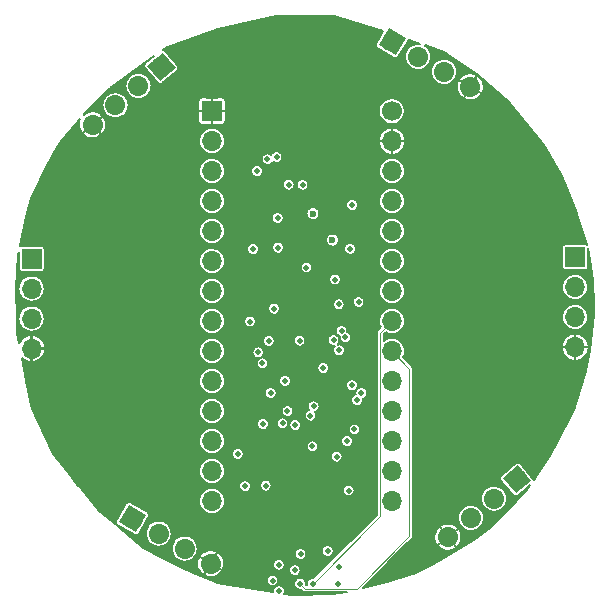
<source format=gbr>
G04 #@! TF.GenerationSoftware,KiCad,Pcbnew,5.1.0-060a0da~80~ubuntu18.04.1*
G04 #@! TF.CreationDate,2019-05-28T03:43:47+02:00*
G04 #@! TF.ProjectId,TinyFPGA-BX,54696e79-4650-4474-912d-42582e6b6963,rev?*
G04 #@! TF.SameCoordinates,Original*
G04 #@! TF.FileFunction,Copper,L2,Inr*
G04 #@! TF.FilePolarity,Positive*
%FSLAX46Y46*%
G04 Gerber Fmt 4.6, Leading zero omitted, Abs format (unit mm)*
G04 Created by KiCad (PCBNEW 5.1.0-060a0da~80~ubuntu18.04.1) date 2019-05-28 03:43:47*
%MOMM*%
%LPD*%
G04 APERTURE LIST*
%ADD10R,1.700000X1.700000*%
%ADD11O,1.700000X1.700000*%
%ADD12C,1.700000*%
%ADD13C,1.700000*%
%ADD14C,0.100000*%
%ADD15C,0.500000*%
%ADD16C,0.600000*%
%ADD17C,0.200000*%
G04 APERTURE END LIST*
D10*
X143516000Y-97799100D03*
D11*
X143516000Y-100339100D03*
X143516000Y-102879100D03*
X143516000Y-105419100D03*
X143516000Y-107959100D03*
X143516000Y-110499100D03*
X143516000Y-113039100D03*
X143516000Y-115579100D03*
X143516000Y-118119100D03*
X143516000Y-120659100D03*
X143516000Y-123199100D03*
X143516000Y-125739100D03*
X143516000Y-128279100D03*
X143516000Y-130819100D03*
D12*
X158756000Y-97799100D03*
D11*
X158756000Y-100339100D03*
X158756000Y-102879100D03*
X158756000Y-105419100D03*
X158756000Y-107959100D03*
X158756000Y-110499100D03*
X158756000Y-113039100D03*
X158756000Y-115579100D03*
X158756000Y-118119100D03*
X158756000Y-120659100D03*
X158756000Y-123199100D03*
X158756000Y-125739100D03*
X158756000Y-128279100D03*
X158756000Y-130819100D03*
D12*
X133402741Y-98952042D03*
D13*
X133402741Y-98952042D02*
X133402741Y-98952042D01*
D12*
X135348494Y-97319361D03*
D13*
X135348494Y-97319361D02*
X135348494Y-97319361D01*
D12*
X137294247Y-95686681D03*
D13*
X137294247Y-95686681D02*
X137294247Y-95686681D01*
D12*
X139240000Y-94054000D03*
D14*
G36*
X138042493Y-93949232D02*
G01*
X139344768Y-92856493D01*
X140437507Y-94158768D01*
X139135232Y-95251507D01*
X138042493Y-93949232D01*
X138042493Y-93949232D01*
G37*
D12*
X143400000Y-136104000D03*
D13*
X143400000Y-136104000D02*
X143400000Y-136104000D01*
D12*
X141200295Y-134834000D03*
D13*
X141200295Y-134834000D02*
X141200295Y-134834000D01*
D12*
X139000591Y-133564000D03*
D13*
X139000591Y-133564000D02*
X139000591Y-133564000D01*
D12*
X136800886Y-132294000D03*
D14*
G36*
X137112008Y-133455122D02*
G01*
X135639764Y-132605122D01*
X136489764Y-131132878D01*
X137962008Y-131982878D01*
X137112008Y-133455122D01*
X137112008Y-133455122D01*
G37*
D10*
X174270000Y-110164000D03*
D11*
X174270000Y-112704000D03*
X174270000Y-115244000D03*
X174270000Y-117784000D03*
X128240000Y-117904000D03*
X128240000Y-115364000D03*
X128240000Y-112824000D03*
D10*
X128240000Y-110284000D03*
D12*
X163492741Y-133872042D03*
D13*
X163492741Y-133872042D02*
X163492741Y-133872042D01*
D12*
X165438494Y-132239361D03*
D13*
X165438494Y-132239361D02*
X165438494Y-132239361D01*
D12*
X167384247Y-130606681D03*
D13*
X167384247Y-130606681D02*
X167384247Y-130606681D01*
D12*
X169330000Y-128974000D03*
D14*
G36*
X168132493Y-128869232D02*
G01*
X169434768Y-127776493D01*
X170527507Y-129078768D01*
X169225232Y-130171507D01*
X168132493Y-128869232D01*
X168132493Y-128869232D01*
G37*
D12*
X158780000Y-91924000D03*
D14*
G36*
X159091122Y-93085122D02*
G01*
X157618878Y-92235122D01*
X158468878Y-90762878D01*
X159941122Y-91612878D01*
X159091122Y-93085122D01*
X159091122Y-93085122D01*
G37*
D12*
X160979705Y-93194000D03*
D13*
X160979705Y-93194000D02*
X160979705Y-93194000D01*
D12*
X163179409Y-94464000D03*
D13*
X163179409Y-94464000D02*
X163179409Y-94464000D01*
D12*
X165379114Y-95734000D03*
D13*
X165379114Y-95734000D02*
X165379114Y-95734000D01*
D15*
X152040000Y-137824000D03*
X149190656Y-138446512D03*
X149170000Y-136214000D03*
X146730000Y-115614000D03*
X146989800Y-109484160D03*
X155210442Y-109453519D03*
X152936000Y-119549746D03*
X148776000Y-114523100D03*
X154256679Y-114164543D03*
X154956000Y-125739100D03*
X148071395Y-129506660D03*
X151857602Y-123582988D03*
X149490990Y-124235309D03*
X156167973Y-121673163D03*
X148486000Y-121673100D03*
X155392091Y-114252270D03*
X155441057Y-130819711D03*
X150430000Y-130039000D03*
X155325547Y-124152814D03*
X149434200Y-126780500D03*
X156661212Y-109516824D03*
X146657393Y-106499254D03*
X147737090Y-106499254D03*
X148595141Y-99316840D03*
X147947031Y-108876818D03*
X156316527Y-99446101D03*
X149802581Y-99608091D03*
X146186323Y-114148423D03*
X149048427Y-129220894D03*
X151883356Y-128295519D03*
X156494552Y-105753338D03*
X156485747Y-103422005D03*
X156136000Y-97973100D03*
X153586000Y-97973100D03*
X148686000Y-97973100D03*
X146136000Y-97973100D03*
X156486000Y-106923100D03*
X151736000Y-110423100D03*
X146186000Y-114923100D03*
X150928900Y-114263000D03*
X153635806Y-104574084D03*
X153936000Y-106823100D03*
X155250560Y-112106867D03*
X154213320Y-119051509D03*
X148836380Y-119095520D03*
X150555000Y-119514000D03*
X154080000Y-127054000D03*
X145700000Y-126834000D03*
D16*
X152070000Y-106474000D03*
X153720000Y-108724000D03*
D15*
X155790815Y-122266783D03*
X148326870Y-117269113D03*
X149104000Y-109356100D03*
X148211000Y-101873100D03*
X149074074Y-106848306D03*
X155386000Y-105748100D03*
X151515987Y-111048068D03*
X153929411Y-112064588D03*
X154491904Y-116406962D03*
X153813445Y-117194042D03*
X150930000Y-117239000D03*
X155087197Y-129924525D03*
X151020000Y-135304000D03*
X150567069Y-124384250D03*
X152026849Y-126180918D03*
X148981126Y-101693479D03*
X151185880Y-104035223D03*
X150008585Y-104031344D03*
X148650000Y-137549001D03*
X150980000Y-137814000D03*
X154817921Y-116950448D03*
X147326000Y-102879100D03*
X155924815Y-113976192D03*
X154277348Y-118048756D03*
X147793302Y-119150067D03*
X155366793Y-121014144D03*
X149696271Y-120639272D03*
X155582044Y-124754000D03*
X152130000Y-122789000D03*
X147830000Y-124294000D03*
X146326489Y-129562439D03*
X149906000Y-123199100D03*
X147433615Y-118223846D03*
X153312157Y-135046157D03*
X154250000Y-136394000D03*
X150530000Y-136674000D03*
X154200000Y-137824000D03*
D14*
X157755999Y-132108001D02*
X152040000Y-137824000D01*
X158756000Y-115579100D02*
X157755999Y-116579101D01*
X157755999Y-116579101D02*
X157755999Y-132108001D01*
X150430000Y-130039000D02*
X151210711Y-130819711D01*
X151210711Y-130819711D02*
X155441057Y-130819711D01*
X149048427Y-129220894D02*
X149611894Y-129220894D01*
X149611894Y-129220894D02*
X150430000Y-130039000D01*
X158756000Y-118119100D02*
X160230000Y-119593100D01*
X160230000Y-119593100D02*
X160230000Y-133804000D01*
X151390001Y-138224001D02*
X150980000Y-137814000D01*
X160230000Y-133804000D02*
X155809999Y-138224001D01*
X155809999Y-138224001D02*
X151390001Y-138224001D01*
D17*
G36*
X158039193Y-91004698D02*
G01*
X157401325Y-92109518D01*
X157381001Y-92154374D01*
X157369818Y-92202333D01*
X157368207Y-92251552D01*
X157376229Y-92300140D01*
X157393576Y-92346229D01*
X157419581Y-92388048D01*
X157453244Y-92423991D01*
X157493274Y-92452675D01*
X158965518Y-93302675D01*
X159010374Y-93322999D01*
X159058333Y-93334182D01*
X159107552Y-93335793D01*
X159156140Y-93327771D01*
X159202229Y-93310424D01*
X159244048Y-93284419D01*
X159279991Y-93250756D01*
X159308675Y-93210726D01*
X160158675Y-91738482D01*
X160158834Y-91738131D01*
X161171316Y-92107550D01*
X161033741Y-92094000D01*
X160925669Y-92094000D01*
X160764067Y-92109916D01*
X160556717Y-92172816D01*
X160365621Y-92274958D01*
X160198124Y-92412419D01*
X160060663Y-92579916D01*
X159958521Y-92771012D01*
X159895621Y-92978362D01*
X159874383Y-93194000D01*
X159895621Y-93409638D01*
X159958521Y-93616988D01*
X160060663Y-93808084D01*
X160198124Y-93975581D01*
X160365621Y-94113042D01*
X160556717Y-94215184D01*
X160764067Y-94278084D01*
X160925669Y-94294000D01*
X161033741Y-94294000D01*
X161195343Y-94278084D01*
X161402693Y-94215184D01*
X161593789Y-94113042D01*
X161761286Y-93975581D01*
X161898747Y-93808084D01*
X162000889Y-93616988D01*
X162063789Y-93409638D01*
X162085027Y-93194000D01*
X162063789Y-92978362D01*
X162000889Y-92771012D01*
X161898747Y-92579916D01*
X161761286Y-92412419D01*
X161593789Y-92274958D01*
X161515608Y-92233170D01*
X163134981Y-92824022D01*
X166019009Y-94703613D01*
X168567771Y-96983561D01*
X171608105Y-100651897D01*
X173178434Y-103279060D01*
X174215949Y-105998020D01*
X175287138Y-109127756D01*
X175259564Y-109105127D01*
X175216134Y-109081913D01*
X175169008Y-109067618D01*
X175120000Y-109062791D01*
X173420000Y-109062791D01*
X173370992Y-109067618D01*
X173323866Y-109081913D01*
X173280436Y-109105127D01*
X173242368Y-109136368D01*
X173211127Y-109174436D01*
X173187913Y-109217866D01*
X173173618Y-109264992D01*
X173168791Y-109314000D01*
X173168791Y-111014000D01*
X173173618Y-111063008D01*
X173187913Y-111110134D01*
X173211127Y-111153564D01*
X173242368Y-111191632D01*
X173280436Y-111222873D01*
X173323866Y-111246087D01*
X173370992Y-111260382D01*
X173420000Y-111265209D01*
X175120000Y-111265209D01*
X175169008Y-111260382D01*
X175216134Y-111246087D01*
X175259564Y-111222873D01*
X175297632Y-111191632D01*
X175328873Y-111153564D01*
X175352087Y-111110134D01*
X175366382Y-111063008D01*
X175371209Y-111014000D01*
X175371209Y-109397138D01*
X175634711Y-110913783D01*
X175787812Y-112207323D01*
X175863904Y-114144000D01*
X175826307Y-115100907D01*
X175548368Y-118063910D01*
X175208788Y-119771096D01*
X174167124Y-123066035D01*
X172233753Y-126872981D01*
X170770442Y-129019171D01*
X170767089Y-129003228D01*
X170747749Y-128957939D01*
X170719944Y-128917294D01*
X169627205Y-127615019D01*
X169592006Y-127580579D01*
X169550763Y-127553668D01*
X169505064Y-127535320D01*
X169456662Y-127526240D01*
X169407420Y-127526777D01*
X169359228Y-127536911D01*
X169313939Y-127556251D01*
X169273294Y-127584056D01*
X167971019Y-128676795D01*
X167936579Y-128711994D01*
X167909668Y-128753237D01*
X167891320Y-128798936D01*
X167882240Y-128847338D01*
X167882777Y-128896580D01*
X167892911Y-128944772D01*
X167912251Y-128990061D01*
X167940056Y-129030706D01*
X169032795Y-130332981D01*
X169067994Y-130367421D01*
X169109237Y-130394332D01*
X169154936Y-130412680D01*
X169203338Y-130421760D01*
X169252580Y-130421223D01*
X169300772Y-130411089D01*
X169346061Y-130391749D01*
X169386706Y-130363944D01*
X170477756Y-129448444D01*
X170191415Y-129868411D01*
X169949788Y-130174913D01*
X168776525Y-131444142D01*
X167017759Y-133066058D01*
X165688835Y-134113698D01*
X165665417Y-134129345D01*
X162146335Y-136248126D01*
X160801917Y-136867911D01*
X158312413Y-137647851D01*
X156278992Y-138179271D01*
X159891401Y-134566862D01*
X162672466Y-134566862D01*
X162742053Y-134743230D01*
X162926438Y-134872943D01*
X163132585Y-134964191D01*
X163352573Y-135013468D01*
X163577948Y-135018882D01*
X163800047Y-134980222D01*
X164010338Y-134898976D01*
X164080744Y-134860350D01*
X164179900Y-134698745D01*
X163492125Y-133879086D01*
X162672466Y-134566862D01*
X159891401Y-134566862D01*
X160431715Y-134026549D01*
X160443158Y-134017158D01*
X160467918Y-133986988D01*
X160480647Y-133971478D01*
X160495536Y-133943621D01*
X160508504Y-133919360D01*
X160525659Y-133862810D01*
X160530000Y-133818733D01*
X160530000Y-133818724D01*
X160530674Y-133811874D01*
X162344316Y-133811874D01*
X162354644Y-134037076D01*
X162408709Y-134255937D01*
X162504433Y-134460045D01*
X162666038Y-134559201D01*
X163484228Y-133872658D01*
X163499785Y-133872658D01*
X164187560Y-134692317D01*
X164363929Y-134622730D01*
X164414194Y-134560101D01*
X164530722Y-134367113D01*
X164607361Y-134155101D01*
X164641166Y-133932210D01*
X164630838Y-133707008D01*
X164576773Y-133488147D01*
X164481049Y-133284039D01*
X164319444Y-133184883D01*
X163499785Y-133872658D01*
X163484228Y-133872658D01*
X163485697Y-133871426D01*
X162797922Y-133051767D01*
X162621553Y-133121354D01*
X162571288Y-133183983D01*
X162454760Y-133376971D01*
X162378121Y-133588983D01*
X162344316Y-133811874D01*
X160530674Y-133811874D01*
X160531450Y-133804001D01*
X160530000Y-133789278D01*
X160530000Y-133045339D01*
X162805582Y-133045339D01*
X163493357Y-133864998D01*
X164313016Y-133177222D01*
X164243429Y-133000854D01*
X164059044Y-132871141D01*
X163852897Y-132779893D01*
X163632909Y-132730616D01*
X163407534Y-132725202D01*
X163185435Y-132763862D01*
X162975144Y-132845108D01*
X162904738Y-132883734D01*
X162805582Y-133045339D01*
X160530000Y-133045339D01*
X160530000Y-132239361D01*
X164333172Y-132239361D01*
X164354410Y-132454999D01*
X164417310Y-132662349D01*
X164519452Y-132853445D01*
X164656913Y-133020942D01*
X164824410Y-133158403D01*
X165015506Y-133260545D01*
X165222856Y-133323445D01*
X165384458Y-133339361D01*
X165492530Y-133339361D01*
X165654132Y-133323445D01*
X165861482Y-133260545D01*
X166052578Y-133158403D01*
X166220075Y-133020942D01*
X166357536Y-132853445D01*
X166459678Y-132662349D01*
X166522578Y-132454999D01*
X166543816Y-132239361D01*
X166522578Y-132023723D01*
X166459678Y-131816373D01*
X166357536Y-131625277D01*
X166220075Y-131457780D01*
X166052578Y-131320319D01*
X165861482Y-131218177D01*
X165654132Y-131155277D01*
X165492530Y-131139361D01*
X165384458Y-131139361D01*
X165222856Y-131155277D01*
X165015506Y-131218177D01*
X164824410Y-131320319D01*
X164656913Y-131457780D01*
X164519452Y-131625277D01*
X164417310Y-131816373D01*
X164354410Y-132023723D01*
X164333172Y-132239361D01*
X160530000Y-132239361D01*
X160530000Y-130606681D01*
X166278925Y-130606681D01*
X166300163Y-130822319D01*
X166363063Y-131029669D01*
X166465205Y-131220765D01*
X166602666Y-131388262D01*
X166770163Y-131525723D01*
X166961259Y-131627865D01*
X167168609Y-131690765D01*
X167330211Y-131706681D01*
X167438283Y-131706681D01*
X167599885Y-131690765D01*
X167807235Y-131627865D01*
X167998331Y-131525723D01*
X168165828Y-131388262D01*
X168303289Y-131220765D01*
X168405431Y-131029669D01*
X168468331Y-130822319D01*
X168489569Y-130606681D01*
X168468331Y-130391043D01*
X168405431Y-130183693D01*
X168303289Y-129992597D01*
X168165828Y-129825100D01*
X167998331Y-129687639D01*
X167807235Y-129585497D01*
X167599885Y-129522597D01*
X167438283Y-129506681D01*
X167330211Y-129506681D01*
X167168609Y-129522597D01*
X166961259Y-129585497D01*
X166770163Y-129687639D01*
X166602666Y-129825100D01*
X166465205Y-129992597D01*
X166363063Y-130183693D01*
X166300163Y-130391043D01*
X166278925Y-130606681D01*
X160530000Y-130606681D01*
X160530000Y-119607830D01*
X160531451Y-119593100D01*
X160528102Y-119559100D01*
X160525659Y-119534290D01*
X160512497Y-119490901D01*
X160508504Y-119477739D01*
X160480647Y-119425622D01*
X160452549Y-119391385D01*
X160443158Y-119379942D01*
X160431717Y-119370553D01*
X159716599Y-118655436D01*
X159777184Y-118542088D01*
X159840084Y-118334738D01*
X159861322Y-118119100D01*
X159846523Y-117968836D01*
X173134951Y-117968836D01*
X173150618Y-118047598D01*
X173223552Y-118260914D01*
X173336700Y-118455902D01*
X173485715Y-118625069D01*
X173664869Y-118761915D01*
X173867278Y-118861180D01*
X174085164Y-118919049D01*
X174265000Y-118858989D01*
X174265000Y-117789000D01*
X174275000Y-117789000D01*
X174275000Y-118858989D01*
X174454836Y-118919049D01*
X174672722Y-118861180D01*
X174875131Y-118761915D01*
X175054285Y-118625069D01*
X175203300Y-118455902D01*
X175316448Y-118260914D01*
X175389382Y-118047598D01*
X175405049Y-117968836D01*
X175344988Y-117789000D01*
X174275000Y-117789000D01*
X174265000Y-117789000D01*
X173195012Y-117789000D01*
X173134951Y-117968836D01*
X159846523Y-117968836D01*
X159840084Y-117903462D01*
X159777184Y-117696112D01*
X159725365Y-117599164D01*
X173134951Y-117599164D01*
X173195012Y-117779000D01*
X174265000Y-117779000D01*
X174265000Y-116709011D01*
X174275000Y-116709011D01*
X174275000Y-117779000D01*
X175344988Y-117779000D01*
X175405049Y-117599164D01*
X175389382Y-117520402D01*
X175316448Y-117307086D01*
X175203300Y-117112098D01*
X175054285Y-116942931D01*
X174875131Y-116806085D01*
X174672722Y-116706820D01*
X174454836Y-116648951D01*
X174275000Y-116709011D01*
X174265000Y-116709011D01*
X174085164Y-116648951D01*
X173867278Y-116706820D01*
X173664869Y-116806085D01*
X173485715Y-116942931D01*
X173336700Y-117112098D01*
X173223552Y-117307086D01*
X173150618Y-117520402D01*
X173134951Y-117599164D01*
X159725365Y-117599164D01*
X159675042Y-117505016D01*
X159537581Y-117337519D01*
X159370084Y-117200058D01*
X159178988Y-117097916D01*
X158971638Y-117035016D01*
X158810036Y-117019100D01*
X158701964Y-117019100D01*
X158540362Y-117035016D01*
X158333012Y-117097916D01*
X158141916Y-117200058D01*
X158055999Y-117270568D01*
X158055999Y-116703364D01*
X158219664Y-116539699D01*
X158333012Y-116600284D01*
X158540362Y-116663184D01*
X158701964Y-116679100D01*
X158810036Y-116679100D01*
X158971638Y-116663184D01*
X159178988Y-116600284D01*
X159370084Y-116498142D01*
X159537581Y-116360681D01*
X159675042Y-116193184D01*
X159777184Y-116002088D01*
X159840084Y-115794738D01*
X159861322Y-115579100D01*
X159840084Y-115363462D01*
X159803845Y-115244000D01*
X173164678Y-115244000D01*
X173185916Y-115459638D01*
X173248816Y-115666988D01*
X173350958Y-115858084D01*
X173488419Y-116025581D01*
X173655916Y-116163042D01*
X173847012Y-116265184D01*
X174054362Y-116328084D01*
X174215964Y-116344000D01*
X174324036Y-116344000D01*
X174485638Y-116328084D01*
X174692988Y-116265184D01*
X174884084Y-116163042D01*
X175051581Y-116025581D01*
X175189042Y-115858084D01*
X175291184Y-115666988D01*
X175354084Y-115459638D01*
X175375322Y-115244000D01*
X175354084Y-115028362D01*
X175291184Y-114821012D01*
X175189042Y-114629916D01*
X175051581Y-114462419D01*
X174884084Y-114324958D01*
X174692988Y-114222816D01*
X174485638Y-114159916D01*
X174324036Y-114144000D01*
X174215964Y-114144000D01*
X174054362Y-114159916D01*
X173847012Y-114222816D01*
X173655916Y-114324958D01*
X173488419Y-114462419D01*
X173350958Y-114629916D01*
X173248816Y-114821012D01*
X173185916Y-115028362D01*
X173164678Y-115244000D01*
X159803845Y-115244000D01*
X159777184Y-115156112D01*
X159675042Y-114965016D01*
X159537581Y-114797519D01*
X159370084Y-114660058D01*
X159178988Y-114557916D01*
X158971638Y-114495016D01*
X158810036Y-114479100D01*
X158701964Y-114479100D01*
X158540362Y-114495016D01*
X158333012Y-114557916D01*
X158141916Y-114660058D01*
X157974419Y-114797519D01*
X157836958Y-114965016D01*
X157734816Y-115156112D01*
X157671916Y-115363462D01*
X157650678Y-115579100D01*
X157671916Y-115794738D01*
X157734816Y-116002088D01*
X157795401Y-116115436D01*
X157554289Y-116356548D01*
X157542841Y-116365943D01*
X157527051Y-116385184D01*
X157505352Y-116411624D01*
X157490463Y-116439481D01*
X157477495Y-116463742D01*
X157460340Y-116520292D01*
X157455999Y-116564369D01*
X157455999Y-116564378D01*
X157454549Y-116579101D01*
X157455999Y-116593824D01*
X157456000Y-131983736D01*
X152111342Y-137328395D01*
X152089246Y-137324000D01*
X151990754Y-137324000D01*
X151894155Y-137343215D01*
X151803161Y-137380906D01*
X151721269Y-137435625D01*
X151651625Y-137505269D01*
X151596906Y-137587161D01*
X151559215Y-137678155D01*
X151540000Y-137774754D01*
X151540000Y-137873246D01*
X151550096Y-137924001D01*
X151514265Y-137924001D01*
X151475605Y-137885341D01*
X151480000Y-137863246D01*
X151480000Y-137764754D01*
X151460785Y-137668155D01*
X151423094Y-137577161D01*
X151368375Y-137495269D01*
X151298731Y-137425625D01*
X151216839Y-137370906D01*
X151125845Y-137333215D01*
X151029246Y-137314000D01*
X150930754Y-137314000D01*
X150834155Y-137333215D01*
X150743161Y-137370906D01*
X150661269Y-137425625D01*
X150591625Y-137495269D01*
X150536906Y-137577161D01*
X150499215Y-137668155D01*
X150480000Y-137764754D01*
X150480000Y-137863246D01*
X150499215Y-137959845D01*
X150536906Y-138050839D01*
X150591625Y-138132731D01*
X150661269Y-138202375D01*
X150743161Y-138257094D01*
X150834155Y-138294785D01*
X150930754Y-138314000D01*
X151029246Y-138314000D01*
X151051341Y-138309605D01*
X151167452Y-138425716D01*
X151176843Y-138437159D01*
X151188286Y-138446550D01*
X151222523Y-138474648D01*
X151250380Y-138489537D01*
X151274641Y-138502505D01*
X151331191Y-138519660D01*
X151375268Y-138524001D01*
X151375278Y-138524001D01*
X151390001Y-138525451D01*
X151404724Y-138524001D01*
X154959921Y-138524001D01*
X154892443Y-138541636D01*
X153792765Y-138671792D01*
X150301542Y-138791962D01*
X149635257Y-138679712D01*
X149671441Y-138592357D01*
X149690656Y-138495758D01*
X149690656Y-138397266D01*
X149671441Y-138300667D01*
X149633750Y-138209673D01*
X149579031Y-138127781D01*
X149509387Y-138058137D01*
X149427495Y-138003418D01*
X149336501Y-137965727D01*
X149239902Y-137946512D01*
X149141410Y-137946512D01*
X149044811Y-137965727D01*
X148953817Y-138003418D01*
X148871925Y-138058137D01*
X148802281Y-138127781D01*
X148747562Y-138209673D01*
X148709871Y-138300667D01*
X148690656Y-138397266D01*
X148690656Y-138495758D01*
X148695763Y-138521433D01*
X143933197Y-137719073D01*
X143412367Y-137499755D01*
X148150000Y-137499755D01*
X148150000Y-137598247D01*
X148169215Y-137694846D01*
X148206906Y-137785840D01*
X148261625Y-137867732D01*
X148331269Y-137937376D01*
X148413161Y-137992095D01*
X148504155Y-138029786D01*
X148600754Y-138049001D01*
X148699246Y-138049001D01*
X148795845Y-138029786D01*
X148886839Y-137992095D01*
X148968731Y-137937376D01*
X149038375Y-137867732D01*
X149093094Y-137785840D01*
X149130785Y-137694846D01*
X149150000Y-137598247D01*
X149150000Y-137499755D01*
X149130785Y-137403156D01*
X149093094Y-137312162D01*
X149038375Y-137230270D01*
X148968731Y-137160626D01*
X148886839Y-137105907D01*
X148795845Y-137068216D01*
X148699246Y-137049001D01*
X148600754Y-137049001D01*
X148504155Y-137068216D01*
X148413161Y-137105907D01*
X148331269Y-137160626D01*
X148261625Y-137230270D01*
X148206906Y-137312162D01*
X148169215Y-137403156D01*
X148150000Y-137499755D01*
X143412367Y-137499755D01*
X142314536Y-137037467D01*
X142866836Y-137037467D01*
X142992548Y-137179399D01*
X143068592Y-137205212D01*
X143289796Y-137248708D01*
X143515234Y-137248213D01*
X143736245Y-137203745D01*
X143944334Y-137117016D01*
X144131504Y-136991357D01*
X144290563Y-136831597D01*
X144328468Y-136645825D01*
X143401830Y-136110830D01*
X142866836Y-137037467D01*
X142314536Y-137037467D01*
X140832878Y-136413552D01*
X140314406Y-136139101D01*
X142250535Y-136139101D01*
X142279470Y-136362676D01*
X142351466Y-136576311D01*
X142463756Y-136771794D01*
X142612026Y-136941614D01*
X142672403Y-136994563D01*
X142858176Y-137032467D01*
X143393170Y-136105830D01*
X143386831Y-136102170D01*
X143406830Y-136102170D01*
X144333468Y-136637164D01*
X144475399Y-136511452D01*
X144534226Y-136293823D01*
X144542970Y-136164754D01*
X148670000Y-136164754D01*
X148670000Y-136263246D01*
X148689215Y-136359845D01*
X148726906Y-136450839D01*
X148781625Y-136532731D01*
X148851269Y-136602375D01*
X148933161Y-136657094D01*
X149024155Y-136694785D01*
X149120754Y-136714000D01*
X149219246Y-136714000D01*
X149315845Y-136694785D01*
X149406839Y-136657094D01*
X149455238Y-136624754D01*
X150030000Y-136624754D01*
X150030000Y-136723246D01*
X150049215Y-136819845D01*
X150086906Y-136910839D01*
X150141625Y-136992731D01*
X150211269Y-137062375D01*
X150293161Y-137117094D01*
X150384155Y-137154785D01*
X150480754Y-137174000D01*
X150579246Y-137174000D01*
X150675845Y-137154785D01*
X150766839Y-137117094D01*
X150848731Y-137062375D01*
X150918375Y-136992731D01*
X150973094Y-136910839D01*
X151010785Y-136819845D01*
X151030000Y-136723246D01*
X151030000Y-136624754D01*
X151010785Y-136528155D01*
X150973094Y-136437161D01*
X150918375Y-136355269D01*
X150848731Y-136285625D01*
X150766839Y-136230906D01*
X150675845Y-136193215D01*
X150579246Y-136174000D01*
X150480754Y-136174000D01*
X150384155Y-136193215D01*
X150293161Y-136230906D01*
X150211269Y-136285625D01*
X150141625Y-136355269D01*
X150086906Y-136437161D01*
X150049215Y-136528155D01*
X150030000Y-136624754D01*
X149455238Y-136624754D01*
X149488731Y-136602375D01*
X149558375Y-136532731D01*
X149613094Y-136450839D01*
X149650785Y-136359845D01*
X149670000Y-136263246D01*
X149670000Y-136164754D01*
X149650785Y-136068155D01*
X149613094Y-135977161D01*
X149558375Y-135895269D01*
X149488731Y-135825625D01*
X149406839Y-135770906D01*
X149315845Y-135733215D01*
X149219246Y-135714000D01*
X149120754Y-135714000D01*
X149024155Y-135733215D01*
X148933161Y-135770906D01*
X148851269Y-135825625D01*
X148781625Y-135895269D01*
X148726906Y-135977161D01*
X148689215Y-136068155D01*
X148670000Y-136164754D01*
X144542970Y-136164754D01*
X144549465Y-136068899D01*
X144520530Y-135845324D01*
X144448534Y-135631689D01*
X144336244Y-135436206D01*
X144187974Y-135266386D01*
X144174711Y-135254754D01*
X150520000Y-135254754D01*
X150520000Y-135353246D01*
X150539215Y-135449845D01*
X150576906Y-135540839D01*
X150631625Y-135622731D01*
X150701269Y-135692375D01*
X150783161Y-135747094D01*
X150874155Y-135784785D01*
X150970754Y-135804000D01*
X151069246Y-135804000D01*
X151165845Y-135784785D01*
X151256839Y-135747094D01*
X151338731Y-135692375D01*
X151408375Y-135622731D01*
X151463094Y-135540839D01*
X151500785Y-135449845D01*
X151520000Y-135353246D01*
X151520000Y-135254754D01*
X151500785Y-135158155D01*
X151463094Y-135067161D01*
X151416155Y-134996911D01*
X152812157Y-134996911D01*
X152812157Y-135095403D01*
X152831372Y-135192002D01*
X152869063Y-135282996D01*
X152923782Y-135364888D01*
X152993426Y-135434532D01*
X153075318Y-135489251D01*
X153166312Y-135526942D01*
X153262911Y-135546157D01*
X153361403Y-135546157D01*
X153458002Y-135526942D01*
X153548996Y-135489251D01*
X153630888Y-135434532D01*
X153700532Y-135364888D01*
X153755251Y-135282996D01*
X153792942Y-135192002D01*
X153812157Y-135095403D01*
X153812157Y-134996911D01*
X153792942Y-134900312D01*
X153755251Y-134809318D01*
X153700532Y-134727426D01*
X153630888Y-134657782D01*
X153548996Y-134603063D01*
X153458002Y-134565372D01*
X153361403Y-134546157D01*
X153262911Y-134546157D01*
X153166312Y-134565372D01*
X153075318Y-134603063D01*
X152993426Y-134657782D01*
X152923782Y-134727426D01*
X152869063Y-134809318D01*
X152831372Y-134900312D01*
X152812157Y-134996911D01*
X151416155Y-134996911D01*
X151408375Y-134985269D01*
X151338731Y-134915625D01*
X151256839Y-134860906D01*
X151165845Y-134823215D01*
X151069246Y-134804000D01*
X150970754Y-134804000D01*
X150874155Y-134823215D01*
X150783161Y-134860906D01*
X150701269Y-134915625D01*
X150631625Y-134985269D01*
X150576906Y-135067161D01*
X150539215Y-135158155D01*
X150520000Y-135254754D01*
X144174711Y-135254754D01*
X144127597Y-135213437D01*
X143941824Y-135175533D01*
X143406830Y-136102170D01*
X143386831Y-136102170D01*
X142466532Y-135570836D01*
X142324601Y-135696548D01*
X142265774Y-135914177D01*
X142250535Y-136139101D01*
X140314406Y-136139101D01*
X137848908Y-134834000D01*
X140094973Y-134834000D01*
X140116211Y-135049638D01*
X140179111Y-135256988D01*
X140281253Y-135448084D01*
X140418714Y-135615581D01*
X140586211Y-135753042D01*
X140777307Y-135855184D01*
X140984657Y-135918084D01*
X141146259Y-135934000D01*
X141254331Y-135934000D01*
X141415933Y-135918084D01*
X141623283Y-135855184D01*
X141814379Y-135753042D01*
X141981876Y-135615581D01*
X142025705Y-135562175D01*
X142471532Y-135562175D01*
X143398170Y-136097170D01*
X143933164Y-135170533D01*
X143807452Y-135028601D01*
X143731408Y-135002788D01*
X143510204Y-134959292D01*
X143284766Y-134959787D01*
X143063755Y-135004255D01*
X142855666Y-135090984D01*
X142668496Y-135216643D01*
X142509437Y-135376403D01*
X142471532Y-135562175D01*
X142025705Y-135562175D01*
X142119337Y-135448084D01*
X142221479Y-135256988D01*
X142284379Y-135049638D01*
X142305617Y-134834000D01*
X142284379Y-134618362D01*
X142221479Y-134411012D01*
X142119337Y-134219916D01*
X141981876Y-134052419D01*
X141814379Y-133914958D01*
X141623283Y-133812816D01*
X141415933Y-133749916D01*
X141254331Y-133734000D01*
X141146259Y-133734000D01*
X140984657Y-133749916D01*
X140777307Y-133812816D01*
X140586211Y-133914958D01*
X140418714Y-134052419D01*
X140281253Y-134219916D01*
X140179111Y-134411012D01*
X140116211Y-134618362D01*
X140094973Y-134834000D01*
X137848908Y-134834000D01*
X137578158Y-134690680D01*
X135133138Y-132621552D01*
X135389093Y-132621552D01*
X135397115Y-132670140D01*
X135414462Y-132716229D01*
X135440467Y-132758048D01*
X135474130Y-132793991D01*
X135514160Y-132822675D01*
X136986404Y-133672675D01*
X137031260Y-133692999D01*
X137079219Y-133704182D01*
X137128438Y-133705793D01*
X137177026Y-133697771D01*
X137223115Y-133680424D01*
X137264934Y-133654419D01*
X137300877Y-133620756D01*
X137329561Y-133580726D01*
X137339217Y-133564000D01*
X137895269Y-133564000D01*
X137916507Y-133779638D01*
X137979407Y-133986988D01*
X138081549Y-134178084D01*
X138219010Y-134345581D01*
X138386507Y-134483042D01*
X138577603Y-134585184D01*
X138784953Y-134648084D01*
X138946555Y-134664000D01*
X139054627Y-134664000D01*
X139216229Y-134648084D01*
X139423579Y-134585184D01*
X139614675Y-134483042D01*
X139782172Y-134345581D01*
X139919633Y-134178084D01*
X140021775Y-133986988D01*
X140084675Y-133779638D01*
X140105913Y-133564000D01*
X140084675Y-133348362D01*
X140021775Y-133141012D01*
X139919633Y-132949916D01*
X139782172Y-132782419D01*
X139614675Y-132644958D01*
X139423579Y-132542816D01*
X139216229Y-132479916D01*
X139054627Y-132464000D01*
X138946555Y-132464000D01*
X138784953Y-132479916D01*
X138577603Y-132542816D01*
X138386507Y-132644958D01*
X138219010Y-132782419D01*
X138081549Y-132949916D01*
X137979407Y-133141012D01*
X137916507Y-133348362D01*
X137895269Y-133564000D01*
X137339217Y-133564000D01*
X138179561Y-132108482D01*
X138199885Y-132063626D01*
X138211068Y-132015667D01*
X138212679Y-131966448D01*
X138204657Y-131917860D01*
X138187310Y-131871771D01*
X138161305Y-131829952D01*
X138127642Y-131794009D01*
X138087612Y-131765325D01*
X136615368Y-130915325D01*
X136570512Y-130895001D01*
X136522553Y-130883818D01*
X136473334Y-130882207D01*
X136424746Y-130890229D01*
X136378657Y-130907576D01*
X136336838Y-130933581D01*
X136300895Y-130967244D01*
X136272211Y-131007274D01*
X135422211Y-132479518D01*
X135401887Y-132524374D01*
X135390704Y-132572333D01*
X135389093Y-132621552D01*
X135133138Y-132621552D01*
X133965397Y-131633338D01*
X133288880Y-130819100D01*
X142410678Y-130819100D01*
X142431916Y-131034738D01*
X142494816Y-131242088D01*
X142596958Y-131433184D01*
X142734419Y-131600681D01*
X142901916Y-131738142D01*
X143093012Y-131840284D01*
X143300362Y-131903184D01*
X143461964Y-131919100D01*
X143570036Y-131919100D01*
X143731638Y-131903184D01*
X143938988Y-131840284D01*
X144130084Y-131738142D01*
X144297581Y-131600681D01*
X144435042Y-131433184D01*
X144537184Y-131242088D01*
X144600084Y-131034738D01*
X144621322Y-130819100D01*
X144600084Y-130603462D01*
X144537184Y-130396112D01*
X144435042Y-130205016D01*
X144297581Y-130037519D01*
X144130084Y-129900058D01*
X143938988Y-129797916D01*
X143731638Y-129735016D01*
X143570036Y-129719100D01*
X143461964Y-129719100D01*
X143300362Y-129735016D01*
X143093012Y-129797916D01*
X142901916Y-129900058D01*
X142734419Y-130037519D01*
X142596958Y-130205016D01*
X142494816Y-130396112D01*
X142431916Y-130603462D01*
X142410678Y-130819100D01*
X133288880Y-130819100D01*
X132243336Y-129560712D01*
X132205151Y-129513193D01*
X145826489Y-129513193D01*
X145826489Y-129611685D01*
X145845704Y-129708284D01*
X145883395Y-129799278D01*
X145938114Y-129881170D01*
X146007758Y-129950814D01*
X146089650Y-130005533D01*
X146180644Y-130043224D01*
X146277243Y-130062439D01*
X146375735Y-130062439D01*
X146472334Y-130043224D01*
X146563328Y-130005533D01*
X146645220Y-129950814D01*
X146714864Y-129881170D01*
X146769583Y-129799278D01*
X146807274Y-129708284D01*
X146826489Y-129611685D01*
X146826489Y-129513193D01*
X146815394Y-129457414D01*
X147571395Y-129457414D01*
X147571395Y-129555906D01*
X147590610Y-129652505D01*
X147628301Y-129743499D01*
X147683020Y-129825391D01*
X147752664Y-129895035D01*
X147834556Y-129949754D01*
X147925550Y-129987445D01*
X148022149Y-130006660D01*
X148120641Y-130006660D01*
X148217240Y-129987445D01*
X148308234Y-129949754D01*
X148390126Y-129895035D01*
X148409882Y-129875279D01*
X154587197Y-129875279D01*
X154587197Y-129973771D01*
X154606412Y-130070370D01*
X154644103Y-130161364D01*
X154698822Y-130243256D01*
X154768466Y-130312900D01*
X154850358Y-130367619D01*
X154941352Y-130405310D01*
X155037951Y-130424525D01*
X155136443Y-130424525D01*
X155233042Y-130405310D01*
X155324036Y-130367619D01*
X155405928Y-130312900D01*
X155475572Y-130243256D01*
X155530291Y-130161364D01*
X155567982Y-130070370D01*
X155587197Y-129973771D01*
X155587197Y-129875279D01*
X155567982Y-129778680D01*
X155530291Y-129687686D01*
X155475572Y-129605794D01*
X155405928Y-129536150D01*
X155324036Y-129481431D01*
X155233042Y-129443740D01*
X155136443Y-129424525D01*
X155037951Y-129424525D01*
X154941352Y-129443740D01*
X154850358Y-129481431D01*
X154768466Y-129536150D01*
X154698822Y-129605794D01*
X154644103Y-129687686D01*
X154606412Y-129778680D01*
X154587197Y-129875279D01*
X148409882Y-129875279D01*
X148459770Y-129825391D01*
X148514489Y-129743499D01*
X148552180Y-129652505D01*
X148571395Y-129555906D01*
X148571395Y-129457414D01*
X148552180Y-129360815D01*
X148514489Y-129269821D01*
X148459770Y-129187929D01*
X148390126Y-129118285D01*
X148308234Y-129063566D01*
X148217240Y-129025875D01*
X148120641Y-129006660D01*
X148022149Y-129006660D01*
X147925550Y-129025875D01*
X147834556Y-129063566D01*
X147752664Y-129118285D01*
X147683020Y-129187929D01*
X147628301Y-129269821D01*
X147590610Y-129360815D01*
X147571395Y-129457414D01*
X146815394Y-129457414D01*
X146807274Y-129416594D01*
X146769583Y-129325600D01*
X146714864Y-129243708D01*
X146645220Y-129174064D01*
X146563328Y-129119345D01*
X146472334Y-129081654D01*
X146375735Y-129062439D01*
X146277243Y-129062439D01*
X146180644Y-129081654D01*
X146089650Y-129119345D01*
X146007758Y-129174064D01*
X145938114Y-129243708D01*
X145883395Y-129325600D01*
X145845704Y-129416594D01*
X145826489Y-129513193D01*
X132205151Y-129513193D01*
X131213463Y-128279100D01*
X142410678Y-128279100D01*
X142431916Y-128494738D01*
X142494816Y-128702088D01*
X142596958Y-128893184D01*
X142734419Y-129060681D01*
X142901916Y-129198142D01*
X143093012Y-129300284D01*
X143300362Y-129363184D01*
X143461964Y-129379100D01*
X143570036Y-129379100D01*
X143731638Y-129363184D01*
X143938988Y-129300284D01*
X144130084Y-129198142D01*
X144297581Y-129060681D01*
X144435042Y-128893184D01*
X144537184Y-128702088D01*
X144600084Y-128494738D01*
X144621322Y-128279100D01*
X144600084Y-128063462D01*
X144537184Y-127856112D01*
X144435042Y-127665016D01*
X144297581Y-127497519D01*
X144130084Y-127360058D01*
X143938988Y-127257916D01*
X143731638Y-127195016D01*
X143570036Y-127179100D01*
X143461964Y-127179100D01*
X143300362Y-127195016D01*
X143093012Y-127257916D01*
X142901916Y-127360058D01*
X142734419Y-127497519D01*
X142596958Y-127665016D01*
X142494816Y-127856112D01*
X142431916Y-128063462D01*
X142410678Y-128279100D01*
X131213463Y-128279100D01*
X130025951Y-126801317D01*
X129547992Y-125739100D01*
X142410678Y-125739100D01*
X142431916Y-125954738D01*
X142494816Y-126162088D01*
X142596958Y-126353184D01*
X142734419Y-126520681D01*
X142901916Y-126658142D01*
X143093012Y-126760284D01*
X143300362Y-126823184D01*
X143461964Y-126839100D01*
X143570036Y-126839100D01*
X143731638Y-126823184D01*
X143858322Y-126784754D01*
X145200000Y-126784754D01*
X145200000Y-126883246D01*
X145219215Y-126979845D01*
X145256906Y-127070839D01*
X145311625Y-127152731D01*
X145381269Y-127222375D01*
X145463161Y-127277094D01*
X145554155Y-127314785D01*
X145650754Y-127334000D01*
X145749246Y-127334000D01*
X145845845Y-127314785D01*
X145936839Y-127277094D01*
X146018731Y-127222375D01*
X146088375Y-127152731D01*
X146143094Y-127070839D01*
X146170467Y-127004754D01*
X153580000Y-127004754D01*
X153580000Y-127103246D01*
X153599215Y-127199845D01*
X153636906Y-127290839D01*
X153691625Y-127372731D01*
X153761269Y-127442375D01*
X153843161Y-127497094D01*
X153934155Y-127534785D01*
X154030754Y-127554000D01*
X154129246Y-127554000D01*
X154225845Y-127534785D01*
X154316839Y-127497094D01*
X154398731Y-127442375D01*
X154468375Y-127372731D01*
X154523094Y-127290839D01*
X154560785Y-127199845D01*
X154580000Y-127103246D01*
X154580000Y-127004754D01*
X154560785Y-126908155D01*
X154523094Y-126817161D01*
X154468375Y-126735269D01*
X154398731Y-126665625D01*
X154316839Y-126610906D01*
X154225845Y-126573215D01*
X154129246Y-126554000D01*
X154030754Y-126554000D01*
X153934155Y-126573215D01*
X153843161Y-126610906D01*
X153761269Y-126665625D01*
X153691625Y-126735269D01*
X153636906Y-126817161D01*
X153599215Y-126908155D01*
X153580000Y-127004754D01*
X146170467Y-127004754D01*
X146180785Y-126979845D01*
X146200000Y-126883246D01*
X146200000Y-126784754D01*
X146180785Y-126688155D01*
X146143094Y-126597161D01*
X146088375Y-126515269D01*
X146018731Y-126445625D01*
X145936839Y-126390906D01*
X145845845Y-126353215D01*
X145749246Y-126334000D01*
X145650754Y-126334000D01*
X145554155Y-126353215D01*
X145463161Y-126390906D01*
X145381269Y-126445625D01*
X145311625Y-126515269D01*
X145256906Y-126597161D01*
X145219215Y-126688155D01*
X145200000Y-126784754D01*
X143858322Y-126784754D01*
X143938988Y-126760284D01*
X144130084Y-126658142D01*
X144297581Y-126520681D01*
X144435042Y-126353184D01*
X144537184Y-126162088D01*
X144546410Y-126131672D01*
X151526849Y-126131672D01*
X151526849Y-126230164D01*
X151546064Y-126326763D01*
X151583755Y-126417757D01*
X151638474Y-126499649D01*
X151708118Y-126569293D01*
X151790010Y-126624012D01*
X151881004Y-126661703D01*
X151977603Y-126680918D01*
X152076095Y-126680918D01*
X152172694Y-126661703D01*
X152263688Y-126624012D01*
X152345580Y-126569293D01*
X152415224Y-126499649D01*
X152469943Y-126417757D01*
X152507634Y-126326763D01*
X152526849Y-126230164D01*
X152526849Y-126131672D01*
X152507634Y-126035073D01*
X152469943Y-125944079D01*
X152415224Y-125862187D01*
X152345580Y-125792543D01*
X152263688Y-125737824D01*
X152172694Y-125700133D01*
X152121019Y-125689854D01*
X154456000Y-125689854D01*
X154456000Y-125788346D01*
X154475215Y-125884945D01*
X154512906Y-125975939D01*
X154567625Y-126057831D01*
X154637269Y-126127475D01*
X154719161Y-126182194D01*
X154810155Y-126219885D01*
X154906754Y-126239100D01*
X155005246Y-126239100D01*
X155101845Y-126219885D01*
X155192839Y-126182194D01*
X155274731Y-126127475D01*
X155344375Y-126057831D01*
X155399094Y-125975939D01*
X155436785Y-125884945D01*
X155456000Y-125788346D01*
X155456000Y-125689854D01*
X155436785Y-125593255D01*
X155399094Y-125502261D01*
X155344375Y-125420369D01*
X155274731Y-125350725D01*
X155192839Y-125296006D01*
X155101845Y-125258315D01*
X155005246Y-125239100D01*
X154906754Y-125239100D01*
X154810155Y-125258315D01*
X154719161Y-125296006D01*
X154637269Y-125350725D01*
X154567625Y-125420369D01*
X154512906Y-125502261D01*
X154475215Y-125593255D01*
X154456000Y-125689854D01*
X152121019Y-125689854D01*
X152076095Y-125680918D01*
X151977603Y-125680918D01*
X151881004Y-125700133D01*
X151790010Y-125737824D01*
X151708118Y-125792543D01*
X151638474Y-125862187D01*
X151583755Y-125944079D01*
X151546064Y-126035073D01*
X151526849Y-126131672D01*
X144546410Y-126131672D01*
X144600084Y-125954738D01*
X144621322Y-125739100D01*
X144600084Y-125523462D01*
X144537184Y-125316112D01*
X144435042Y-125125016D01*
X144297581Y-124957519D01*
X144130084Y-124820058D01*
X143938988Y-124717916D01*
X143731638Y-124655016D01*
X143570036Y-124639100D01*
X143461964Y-124639100D01*
X143300362Y-124655016D01*
X143093012Y-124717916D01*
X142901916Y-124820058D01*
X142734419Y-124957519D01*
X142596958Y-125125016D01*
X142494816Y-125316112D01*
X142431916Y-125523462D01*
X142410678Y-125739100D01*
X129547992Y-125739100D01*
X128405084Y-123199100D01*
X142410678Y-123199100D01*
X142431916Y-123414738D01*
X142494816Y-123622088D01*
X142596958Y-123813184D01*
X142734419Y-123980681D01*
X142901916Y-124118142D01*
X143093012Y-124220284D01*
X143300362Y-124283184D01*
X143461964Y-124299100D01*
X143570036Y-124299100D01*
X143731638Y-124283184D01*
X143858322Y-124244754D01*
X147330000Y-124244754D01*
X147330000Y-124343246D01*
X147349215Y-124439845D01*
X147386906Y-124530839D01*
X147441625Y-124612731D01*
X147511269Y-124682375D01*
X147593161Y-124737094D01*
X147684155Y-124774785D01*
X147780754Y-124794000D01*
X147879246Y-124794000D01*
X147975845Y-124774785D01*
X148066839Y-124737094D01*
X148148731Y-124682375D01*
X148218375Y-124612731D01*
X148273094Y-124530839D01*
X148310785Y-124439845D01*
X148330000Y-124343246D01*
X148330000Y-124244754D01*
X148318326Y-124186063D01*
X148990990Y-124186063D01*
X148990990Y-124284555D01*
X149010205Y-124381154D01*
X149047896Y-124472148D01*
X149102615Y-124554040D01*
X149172259Y-124623684D01*
X149254151Y-124678403D01*
X149345145Y-124716094D01*
X149441744Y-124735309D01*
X149540236Y-124735309D01*
X149636835Y-124716094D01*
X149727829Y-124678403D01*
X149809721Y-124623684D01*
X149879365Y-124554040D01*
X149934084Y-124472148D01*
X149971775Y-124381154D01*
X149980954Y-124335004D01*
X150067069Y-124335004D01*
X150067069Y-124433496D01*
X150086284Y-124530095D01*
X150123975Y-124621089D01*
X150178694Y-124702981D01*
X150248338Y-124772625D01*
X150330230Y-124827344D01*
X150421224Y-124865035D01*
X150517823Y-124884250D01*
X150616315Y-124884250D01*
X150712914Y-124865035D01*
X150803908Y-124827344D01*
X150885800Y-124772625D01*
X150953671Y-124704754D01*
X155082044Y-124704754D01*
X155082044Y-124803246D01*
X155101259Y-124899845D01*
X155138950Y-124990839D01*
X155193669Y-125072731D01*
X155263313Y-125142375D01*
X155345205Y-125197094D01*
X155436199Y-125234785D01*
X155532798Y-125254000D01*
X155631290Y-125254000D01*
X155727889Y-125234785D01*
X155818883Y-125197094D01*
X155900775Y-125142375D01*
X155970419Y-125072731D01*
X156025138Y-124990839D01*
X156062829Y-124899845D01*
X156082044Y-124803246D01*
X156082044Y-124704754D01*
X156062829Y-124608155D01*
X156025138Y-124517161D01*
X155970419Y-124435269D01*
X155900775Y-124365625D01*
X155818883Y-124310906D01*
X155727889Y-124273215D01*
X155631290Y-124254000D01*
X155532798Y-124254000D01*
X155436199Y-124273215D01*
X155345205Y-124310906D01*
X155263313Y-124365625D01*
X155193669Y-124435269D01*
X155138950Y-124517161D01*
X155101259Y-124608155D01*
X155082044Y-124704754D01*
X150953671Y-124704754D01*
X150955444Y-124702981D01*
X151010163Y-124621089D01*
X151047854Y-124530095D01*
X151067069Y-124433496D01*
X151067069Y-124335004D01*
X151047854Y-124238405D01*
X151010163Y-124147411D01*
X150955444Y-124065519D01*
X150885800Y-123995875D01*
X150803908Y-123941156D01*
X150712914Y-123903465D01*
X150616315Y-123884250D01*
X150517823Y-123884250D01*
X150421224Y-123903465D01*
X150330230Y-123941156D01*
X150248338Y-123995875D01*
X150178694Y-124065519D01*
X150123975Y-124147411D01*
X150086284Y-124238405D01*
X150067069Y-124335004D01*
X149980954Y-124335004D01*
X149990990Y-124284555D01*
X149990990Y-124186063D01*
X149971775Y-124089464D01*
X149934084Y-123998470D01*
X149879365Y-123916578D01*
X149809721Y-123846934D01*
X149727829Y-123792215D01*
X149636835Y-123754524D01*
X149540236Y-123735309D01*
X149441744Y-123735309D01*
X149345145Y-123754524D01*
X149254151Y-123792215D01*
X149172259Y-123846934D01*
X149102615Y-123916578D01*
X149047896Y-123998470D01*
X149010205Y-124089464D01*
X148990990Y-124186063D01*
X148318326Y-124186063D01*
X148310785Y-124148155D01*
X148273094Y-124057161D01*
X148218375Y-123975269D01*
X148148731Y-123905625D01*
X148066839Y-123850906D01*
X147975845Y-123813215D01*
X147879246Y-123794000D01*
X147780754Y-123794000D01*
X147684155Y-123813215D01*
X147593161Y-123850906D01*
X147511269Y-123905625D01*
X147441625Y-123975269D01*
X147386906Y-124057161D01*
X147349215Y-124148155D01*
X147330000Y-124244754D01*
X143858322Y-124244754D01*
X143938988Y-124220284D01*
X144130084Y-124118142D01*
X144297581Y-123980681D01*
X144435042Y-123813184D01*
X144537184Y-123622088D01*
X144600084Y-123414738D01*
X144621322Y-123199100D01*
X144616472Y-123149854D01*
X149406000Y-123149854D01*
X149406000Y-123248346D01*
X149425215Y-123344945D01*
X149462906Y-123435939D01*
X149517625Y-123517831D01*
X149587269Y-123587475D01*
X149669161Y-123642194D01*
X149760155Y-123679885D01*
X149856754Y-123699100D01*
X149955246Y-123699100D01*
X150051845Y-123679885D01*
X150142839Y-123642194D01*
X150224731Y-123587475D01*
X150278464Y-123533742D01*
X151357602Y-123533742D01*
X151357602Y-123632234D01*
X151376817Y-123728833D01*
X151414508Y-123819827D01*
X151469227Y-123901719D01*
X151538871Y-123971363D01*
X151620763Y-124026082D01*
X151711757Y-124063773D01*
X151808356Y-124082988D01*
X151906848Y-124082988D01*
X152003447Y-124063773D01*
X152094441Y-124026082D01*
X152176333Y-123971363D01*
X152245977Y-123901719D01*
X152300696Y-123819827D01*
X152338387Y-123728833D01*
X152357602Y-123632234D01*
X152357602Y-123533742D01*
X152338387Y-123437143D01*
X152300696Y-123346149D01*
X152252741Y-123274381D01*
X152275845Y-123269785D01*
X152366839Y-123232094D01*
X152448731Y-123177375D01*
X152518375Y-123107731D01*
X152573094Y-123025839D01*
X152610785Y-122934845D01*
X152630000Y-122838246D01*
X152630000Y-122739754D01*
X152610785Y-122643155D01*
X152573094Y-122552161D01*
X152518375Y-122470269D01*
X152448731Y-122400625D01*
X152366839Y-122345906D01*
X152275845Y-122308215D01*
X152179246Y-122289000D01*
X152080754Y-122289000D01*
X151984155Y-122308215D01*
X151893161Y-122345906D01*
X151811269Y-122400625D01*
X151741625Y-122470269D01*
X151686906Y-122552161D01*
X151649215Y-122643155D01*
X151630000Y-122739754D01*
X151630000Y-122838246D01*
X151649215Y-122934845D01*
X151686906Y-123025839D01*
X151734861Y-123097607D01*
X151711757Y-123102203D01*
X151620763Y-123139894D01*
X151538871Y-123194613D01*
X151469227Y-123264257D01*
X151414508Y-123346149D01*
X151376817Y-123437143D01*
X151357602Y-123533742D01*
X150278464Y-123533742D01*
X150294375Y-123517831D01*
X150349094Y-123435939D01*
X150386785Y-123344945D01*
X150406000Y-123248346D01*
X150406000Y-123149854D01*
X150386785Y-123053255D01*
X150349094Y-122962261D01*
X150294375Y-122880369D01*
X150224731Y-122810725D01*
X150142839Y-122756006D01*
X150051845Y-122718315D01*
X149955246Y-122699100D01*
X149856754Y-122699100D01*
X149760155Y-122718315D01*
X149669161Y-122756006D01*
X149587269Y-122810725D01*
X149517625Y-122880369D01*
X149462906Y-122962261D01*
X149425215Y-123053255D01*
X149406000Y-123149854D01*
X144616472Y-123149854D01*
X144600084Y-122983462D01*
X144537184Y-122776112D01*
X144435042Y-122585016D01*
X144297581Y-122417519D01*
X144130084Y-122280058D01*
X144013115Y-122217537D01*
X155290815Y-122217537D01*
X155290815Y-122316029D01*
X155310030Y-122412628D01*
X155347721Y-122503622D01*
X155402440Y-122585514D01*
X155472084Y-122655158D01*
X155553976Y-122709877D01*
X155644970Y-122747568D01*
X155741569Y-122766783D01*
X155840061Y-122766783D01*
X155936660Y-122747568D01*
X156027654Y-122709877D01*
X156109546Y-122655158D01*
X156179190Y-122585514D01*
X156233909Y-122503622D01*
X156271600Y-122412628D01*
X156290815Y-122316029D01*
X156290815Y-122217537D01*
X156279523Y-122160770D01*
X156313818Y-122153948D01*
X156404812Y-122116257D01*
X156486704Y-122061538D01*
X156556348Y-121991894D01*
X156611067Y-121910002D01*
X156648758Y-121819008D01*
X156667973Y-121722409D01*
X156667973Y-121623917D01*
X156648758Y-121527318D01*
X156611067Y-121436324D01*
X156556348Y-121354432D01*
X156486704Y-121284788D01*
X156404812Y-121230069D01*
X156313818Y-121192378D01*
X156217219Y-121173163D01*
X156118727Y-121173163D01*
X156022128Y-121192378D01*
X155931134Y-121230069D01*
X155849242Y-121284788D01*
X155779598Y-121354432D01*
X155724879Y-121436324D01*
X155687188Y-121527318D01*
X155667973Y-121623917D01*
X155667973Y-121722409D01*
X155679265Y-121779176D01*
X155644970Y-121785998D01*
X155553976Y-121823689D01*
X155472084Y-121878408D01*
X155402440Y-121948052D01*
X155347721Y-122029944D01*
X155310030Y-122120938D01*
X155290815Y-122217537D01*
X144013115Y-122217537D01*
X143938988Y-122177916D01*
X143731638Y-122115016D01*
X143570036Y-122099100D01*
X143461964Y-122099100D01*
X143300362Y-122115016D01*
X143093012Y-122177916D01*
X142901916Y-122280058D01*
X142734419Y-122417519D01*
X142596958Y-122585016D01*
X142494816Y-122776112D01*
X142431916Y-122983462D01*
X142410678Y-123199100D01*
X128405084Y-123199100D01*
X128160274Y-122655034D01*
X127788789Y-120659100D01*
X142410678Y-120659100D01*
X142431916Y-120874738D01*
X142494816Y-121082088D01*
X142596958Y-121273184D01*
X142734419Y-121440681D01*
X142901916Y-121578142D01*
X143093012Y-121680284D01*
X143300362Y-121743184D01*
X143461964Y-121759100D01*
X143570036Y-121759100D01*
X143731638Y-121743184D01*
X143938988Y-121680284D01*
X144044562Y-121623854D01*
X147986000Y-121623854D01*
X147986000Y-121722346D01*
X148005215Y-121818945D01*
X148042906Y-121909939D01*
X148097625Y-121991831D01*
X148167269Y-122061475D01*
X148249161Y-122116194D01*
X148340155Y-122153885D01*
X148436754Y-122173100D01*
X148535246Y-122173100D01*
X148631845Y-122153885D01*
X148722839Y-122116194D01*
X148804731Y-122061475D01*
X148874375Y-121991831D01*
X148929094Y-121909939D01*
X148966785Y-121818945D01*
X148986000Y-121722346D01*
X148986000Y-121623854D01*
X148966785Y-121527255D01*
X148929094Y-121436261D01*
X148874375Y-121354369D01*
X148804731Y-121284725D01*
X148722839Y-121230006D01*
X148631845Y-121192315D01*
X148535246Y-121173100D01*
X148436754Y-121173100D01*
X148340155Y-121192315D01*
X148249161Y-121230006D01*
X148167269Y-121284725D01*
X148097625Y-121354369D01*
X148042906Y-121436261D01*
X148005215Y-121527255D01*
X147986000Y-121623854D01*
X144044562Y-121623854D01*
X144130084Y-121578142D01*
X144297581Y-121440681D01*
X144435042Y-121273184D01*
X144537184Y-121082088D01*
X144600084Y-120874738D01*
X144621322Y-120659100D01*
X144614519Y-120590026D01*
X149196271Y-120590026D01*
X149196271Y-120688518D01*
X149215486Y-120785117D01*
X149253177Y-120876111D01*
X149307896Y-120958003D01*
X149377540Y-121027647D01*
X149459432Y-121082366D01*
X149550426Y-121120057D01*
X149647025Y-121139272D01*
X149745517Y-121139272D01*
X149842116Y-121120057D01*
X149933110Y-121082366D01*
X150015002Y-121027647D01*
X150077751Y-120964898D01*
X154866793Y-120964898D01*
X154866793Y-121063390D01*
X154886008Y-121159989D01*
X154923699Y-121250983D01*
X154978418Y-121332875D01*
X155048062Y-121402519D01*
X155129954Y-121457238D01*
X155220948Y-121494929D01*
X155317547Y-121514144D01*
X155416039Y-121514144D01*
X155512638Y-121494929D01*
X155603632Y-121457238D01*
X155685524Y-121402519D01*
X155755168Y-121332875D01*
X155809887Y-121250983D01*
X155847578Y-121159989D01*
X155866793Y-121063390D01*
X155866793Y-120964898D01*
X155847578Y-120868299D01*
X155809887Y-120777305D01*
X155755168Y-120695413D01*
X155685524Y-120625769D01*
X155603632Y-120571050D01*
X155512638Y-120533359D01*
X155416039Y-120514144D01*
X155317547Y-120514144D01*
X155220948Y-120533359D01*
X155129954Y-120571050D01*
X155048062Y-120625769D01*
X154978418Y-120695413D01*
X154923699Y-120777305D01*
X154886008Y-120868299D01*
X154866793Y-120964898D01*
X150077751Y-120964898D01*
X150084646Y-120958003D01*
X150139365Y-120876111D01*
X150177056Y-120785117D01*
X150196271Y-120688518D01*
X150196271Y-120590026D01*
X150177056Y-120493427D01*
X150139365Y-120402433D01*
X150084646Y-120320541D01*
X150015002Y-120250897D01*
X149933110Y-120196178D01*
X149842116Y-120158487D01*
X149745517Y-120139272D01*
X149647025Y-120139272D01*
X149550426Y-120158487D01*
X149459432Y-120196178D01*
X149377540Y-120250897D01*
X149307896Y-120320541D01*
X149253177Y-120402433D01*
X149215486Y-120493427D01*
X149196271Y-120590026D01*
X144614519Y-120590026D01*
X144600084Y-120443462D01*
X144537184Y-120236112D01*
X144435042Y-120045016D01*
X144297581Y-119877519D01*
X144130084Y-119740058D01*
X143938988Y-119637916D01*
X143731638Y-119575016D01*
X143570036Y-119559100D01*
X143461964Y-119559100D01*
X143300362Y-119575016D01*
X143093012Y-119637916D01*
X142901916Y-119740058D01*
X142734419Y-119877519D01*
X142596958Y-120045016D01*
X142494816Y-120236112D01*
X142431916Y-120443462D01*
X142410678Y-120659100D01*
X127788789Y-120659100D01*
X127426340Y-118711721D01*
X127455715Y-118745069D01*
X127634869Y-118881915D01*
X127837278Y-118981180D01*
X128055164Y-119039049D01*
X128235000Y-118978989D01*
X128235000Y-117909000D01*
X128245000Y-117909000D01*
X128245000Y-118978989D01*
X128424836Y-119039049D01*
X128642722Y-118981180D01*
X128845131Y-118881915D01*
X129024285Y-118745069D01*
X129173300Y-118575902D01*
X129286448Y-118380914D01*
X129359382Y-118167598D01*
X129369029Y-118119100D01*
X142410678Y-118119100D01*
X142431916Y-118334738D01*
X142494816Y-118542088D01*
X142596958Y-118733184D01*
X142734419Y-118900681D01*
X142901916Y-119038142D01*
X143093012Y-119140284D01*
X143300362Y-119203184D01*
X143461964Y-119219100D01*
X143570036Y-119219100D01*
X143731638Y-119203184D01*
X143938988Y-119140284D01*
X144130084Y-119038142D01*
X144297581Y-118900681D01*
X144435042Y-118733184D01*
X144537184Y-118542088D01*
X144600084Y-118334738D01*
X144615855Y-118174600D01*
X146933615Y-118174600D01*
X146933615Y-118273092D01*
X146952830Y-118369691D01*
X146990521Y-118460685D01*
X147045240Y-118542577D01*
X147114884Y-118612221D01*
X147196776Y-118666940D01*
X147287770Y-118704631D01*
X147384369Y-118723846D01*
X147482861Y-118723846D01*
X147551706Y-118710152D01*
X147474571Y-118761692D01*
X147404927Y-118831336D01*
X147350208Y-118913228D01*
X147312517Y-119004222D01*
X147293302Y-119100821D01*
X147293302Y-119199313D01*
X147312517Y-119295912D01*
X147350208Y-119386906D01*
X147404927Y-119468798D01*
X147474571Y-119538442D01*
X147556463Y-119593161D01*
X147647457Y-119630852D01*
X147744056Y-119650067D01*
X147842548Y-119650067D01*
X147939147Y-119630852D01*
X148030141Y-119593161D01*
X148112033Y-119538442D01*
X148149975Y-119500500D01*
X152436000Y-119500500D01*
X152436000Y-119598992D01*
X152455215Y-119695591D01*
X152492906Y-119786585D01*
X152547625Y-119868477D01*
X152617269Y-119938121D01*
X152699161Y-119992840D01*
X152790155Y-120030531D01*
X152886754Y-120049746D01*
X152985246Y-120049746D01*
X153081845Y-120030531D01*
X153172839Y-119992840D01*
X153254731Y-119938121D01*
X153324375Y-119868477D01*
X153379094Y-119786585D01*
X153416785Y-119695591D01*
X153436000Y-119598992D01*
X153436000Y-119500500D01*
X153416785Y-119403901D01*
X153379094Y-119312907D01*
X153324375Y-119231015D01*
X153254731Y-119161371D01*
X153172839Y-119106652D01*
X153081845Y-119068961D01*
X152985246Y-119049746D01*
X152886754Y-119049746D01*
X152790155Y-119068961D01*
X152699161Y-119106652D01*
X152617269Y-119161371D01*
X152547625Y-119231015D01*
X152492906Y-119312907D01*
X152455215Y-119403901D01*
X152436000Y-119500500D01*
X148149975Y-119500500D01*
X148181677Y-119468798D01*
X148236396Y-119386906D01*
X148274087Y-119295912D01*
X148293302Y-119199313D01*
X148293302Y-119100821D01*
X148274087Y-119004222D01*
X148236396Y-118913228D01*
X148181677Y-118831336D01*
X148112033Y-118761692D01*
X148030141Y-118706973D01*
X147939147Y-118669282D01*
X147842548Y-118650067D01*
X147744056Y-118650067D01*
X147675211Y-118663761D01*
X147752346Y-118612221D01*
X147821990Y-118542577D01*
X147876709Y-118460685D01*
X147914400Y-118369691D01*
X147933615Y-118273092D01*
X147933615Y-118174600D01*
X147914400Y-118078001D01*
X147876709Y-117987007D01*
X147821990Y-117905115D01*
X147752346Y-117835471D01*
X147670454Y-117780752D01*
X147579460Y-117743061D01*
X147482861Y-117723846D01*
X147384369Y-117723846D01*
X147287770Y-117743061D01*
X147196776Y-117780752D01*
X147114884Y-117835471D01*
X147045240Y-117905115D01*
X146990521Y-117987007D01*
X146952830Y-118078001D01*
X146933615Y-118174600D01*
X144615855Y-118174600D01*
X144621322Y-118119100D01*
X144600084Y-117903462D01*
X144537184Y-117696112D01*
X144435042Y-117505016D01*
X144297581Y-117337519D01*
X144154222Y-117219867D01*
X147826870Y-117219867D01*
X147826870Y-117318359D01*
X147846085Y-117414958D01*
X147883776Y-117505952D01*
X147938495Y-117587844D01*
X148008139Y-117657488D01*
X148090031Y-117712207D01*
X148181025Y-117749898D01*
X148277624Y-117769113D01*
X148376116Y-117769113D01*
X148472715Y-117749898D01*
X148563709Y-117712207D01*
X148645601Y-117657488D01*
X148715245Y-117587844D01*
X148769964Y-117505952D01*
X148807655Y-117414958D01*
X148826870Y-117318359D01*
X148826870Y-117219867D01*
X148820881Y-117189754D01*
X150430000Y-117189754D01*
X150430000Y-117288246D01*
X150449215Y-117384845D01*
X150486906Y-117475839D01*
X150541625Y-117557731D01*
X150611269Y-117627375D01*
X150693161Y-117682094D01*
X150784155Y-117719785D01*
X150880754Y-117739000D01*
X150979246Y-117739000D01*
X151075845Y-117719785D01*
X151166839Y-117682094D01*
X151248731Y-117627375D01*
X151318375Y-117557731D01*
X151373094Y-117475839D01*
X151410785Y-117384845D01*
X151430000Y-117288246D01*
X151430000Y-117189754D01*
X151421058Y-117144796D01*
X153313445Y-117144796D01*
X153313445Y-117243288D01*
X153332660Y-117339887D01*
X153370351Y-117430881D01*
X153425070Y-117512773D01*
X153494714Y-117582417D01*
X153576606Y-117637136D01*
X153667600Y-117674827D01*
X153764199Y-117694042D01*
X153862691Y-117694042D01*
X153940417Y-117678581D01*
X153888973Y-117730025D01*
X153834254Y-117811917D01*
X153796563Y-117902911D01*
X153777348Y-117999510D01*
X153777348Y-118098002D01*
X153796563Y-118194601D01*
X153834254Y-118285595D01*
X153888973Y-118367487D01*
X153958617Y-118437131D01*
X154040509Y-118491850D01*
X154131503Y-118529541D01*
X154228102Y-118548756D01*
X154326594Y-118548756D01*
X154423193Y-118529541D01*
X154514187Y-118491850D01*
X154596079Y-118437131D01*
X154665723Y-118367487D01*
X154720442Y-118285595D01*
X154758133Y-118194601D01*
X154777348Y-118098002D01*
X154777348Y-117999510D01*
X154758133Y-117902911D01*
X154720442Y-117811917D01*
X154665723Y-117730025D01*
X154596079Y-117660381D01*
X154514187Y-117605662D01*
X154423193Y-117567971D01*
X154326594Y-117548756D01*
X154228102Y-117548756D01*
X154150376Y-117564217D01*
X154201820Y-117512773D01*
X154256539Y-117430881D01*
X154294230Y-117339887D01*
X154313445Y-117243288D01*
X154313445Y-117144796D01*
X154294230Y-117048197D01*
X154256539Y-116957203D01*
X154201820Y-116875311D01*
X154132176Y-116805667D01*
X154050284Y-116750948D01*
X153959290Y-116713257D01*
X153862691Y-116694042D01*
X153764199Y-116694042D01*
X153667600Y-116713257D01*
X153576606Y-116750948D01*
X153494714Y-116805667D01*
X153425070Y-116875311D01*
X153370351Y-116957203D01*
X153332660Y-117048197D01*
X153313445Y-117144796D01*
X151421058Y-117144796D01*
X151410785Y-117093155D01*
X151373094Y-117002161D01*
X151318375Y-116920269D01*
X151248731Y-116850625D01*
X151166839Y-116795906D01*
X151075845Y-116758215D01*
X150979246Y-116739000D01*
X150880754Y-116739000D01*
X150784155Y-116758215D01*
X150693161Y-116795906D01*
X150611269Y-116850625D01*
X150541625Y-116920269D01*
X150486906Y-117002161D01*
X150449215Y-117093155D01*
X150430000Y-117189754D01*
X148820881Y-117189754D01*
X148807655Y-117123268D01*
X148769964Y-117032274D01*
X148715245Y-116950382D01*
X148645601Y-116880738D01*
X148563709Y-116826019D01*
X148472715Y-116788328D01*
X148376116Y-116769113D01*
X148277624Y-116769113D01*
X148181025Y-116788328D01*
X148090031Y-116826019D01*
X148008139Y-116880738D01*
X147938495Y-116950382D01*
X147883776Y-117032274D01*
X147846085Y-117123268D01*
X147826870Y-117219867D01*
X144154222Y-117219867D01*
X144130084Y-117200058D01*
X143938988Y-117097916D01*
X143731638Y-117035016D01*
X143570036Y-117019100D01*
X143461964Y-117019100D01*
X143300362Y-117035016D01*
X143093012Y-117097916D01*
X142901916Y-117200058D01*
X142734419Y-117337519D01*
X142596958Y-117505016D01*
X142494816Y-117696112D01*
X142431916Y-117903462D01*
X142410678Y-118119100D01*
X129369029Y-118119100D01*
X129375049Y-118088836D01*
X129314988Y-117909000D01*
X128245000Y-117909000D01*
X128235000Y-117909000D01*
X128215000Y-117909000D01*
X128215000Y-117899000D01*
X128235000Y-117899000D01*
X128235000Y-116829011D01*
X128245000Y-116829011D01*
X128245000Y-117899000D01*
X129314988Y-117899000D01*
X129375049Y-117719164D01*
X129359382Y-117640402D01*
X129286448Y-117427086D01*
X129173300Y-117232098D01*
X129024285Y-117062931D01*
X128845131Y-116926085D01*
X128642722Y-116826820D01*
X128424836Y-116768951D01*
X128245000Y-116829011D01*
X128235000Y-116829011D01*
X128055164Y-116768951D01*
X127837278Y-116826820D01*
X127634869Y-116926085D01*
X127455715Y-117062931D01*
X127306700Y-117232098D01*
X127193552Y-117427086D01*
X127189466Y-117439036D01*
X127035514Y-116611876D01*
X126990892Y-115364000D01*
X127134678Y-115364000D01*
X127155916Y-115579638D01*
X127218816Y-115786988D01*
X127320958Y-115978084D01*
X127458419Y-116145581D01*
X127625916Y-116283042D01*
X127817012Y-116385184D01*
X128024362Y-116448084D01*
X128185964Y-116464000D01*
X128294036Y-116464000D01*
X128455638Y-116448084D01*
X128662988Y-116385184D01*
X128854084Y-116283042D01*
X129021581Y-116145581D01*
X129159042Y-115978084D01*
X129261184Y-115786988D01*
X129324084Y-115579638D01*
X129324136Y-115579100D01*
X142410678Y-115579100D01*
X142431916Y-115794738D01*
X142494816Y-116002088D01*
X142596958Y-116193184D01*
X142734419Y-116360681D01*
X142901916Y-116498142D01*
X143093012Y-116600284D01*
X143300362Y-116663184D01*
X143461964Y-116679100D01*
X143570036Y-116679100D01*
X143731638Y-116663184D01*
X143938988Y-116600284D01*
X144130084Y-116498142D01*
X144297581Y-116360681D01*
X144300014Y-116357716D01*
X153991904Y-116357716D01*
X153991904Y-116456208D01*
X154011119Y-116552807D01*
X154048810Y-116643801D01*
X154103529Y-116725693D01*
X154173173Y-116795337D01*
X154255065Y-116850056D01*
X154322536Y-116878003D01*
X154317921Y-116901202D01*
X154317921Y-116999694D01*
X154337136Y-117096293D01*
X154374827Y-117187287D01*
X154429546Y-117269179D01*
X154499190Y-117338823D01*
X154581082Y-117393542D01*
X154672076Y-117431233D01*
X154768675Y-117450448D01*
X154867167Y-117450448D01*
X154963766Y-117431233D01*
X155054760Y-117393542D01*
X155136652Y-117338823D01*
X155206296Y-117269179D01*
X155261015Y-117187287D01*
X155298706Y-117096293D01*
X155317921Y-116999694D01*
X155317921Y-116901202D01*
X155298706Y-116804603D01*
X155261015Y-116713609D01*
X155206296Y-116631717D01*
X155136652Y-116562073D01*
X155054760Y-116507354D01*
X154987289Y-116479407D01*
X154991904Y-116456208D01*
X154991904Y-116357716D01*
X154972689Y-116261117D01*
X154934998Y-116170123D01*
X154880279Y-116088231D01*
X154810635Y-116018587D01*
X154728743Y-115963868D01*
X154637749Y-115926177D01*
X154541150Y-115906962D01*
X154442658Y-115906962D01*
X154346059Y-115926177D01*
X154255065Y-115963868D01*
X154173173Y-116018587D01*
X154103529Y-116088231D01*
X154048810Y-116170123D01*
X154011119Y-116261117D01*
X153991904Y-116357716D01*
X144300014Y-116357716D01*
X144435042Y-116193184D01*
X144537184Y-116002088D01*
X144600084Y-115794738D01*
X144621322Y-115579100D01*
X144619910Y-115564754D01*
X146230000Y-115564754D01*
X146230000Y-115663246D01*
X146249215Y-115759845D01*
X146286906Y-115850839D01*
X146341625Y-115932731D01*
X146411269Y-116002375D01*
X146493161Y-116057094D01*
X146584155Y-116094785D01*
X146680754Y-116114000D01*
X146779246Y-116114000D01*
X146875845Y-116094785D01*
X146966839Y-116057094D01*
X147048731Y-116002375D01*
X147118375Y-115932731D01*
X147173094Y-115850839D01*
X147210785Y-115759845D01*
X147230000Y-115663246D01*
X147230000Y-115564754D01*
X147210785Y-115468155D01*
X147173094Y-115377161D01*
X147118375Y-115295269D01*
X147048731Y-115225625D01*
X146966839Y-115170906D01*
X146875845Y-115133215D01*
X146779246Y-115114000D01*
X146680754Y-115114000D01*
X146584155Y-115133215D01*
X146493161Y-115170906D01*
X146411269Y-115225625D01*
X146341625Y-115295269D01*
X146286906Y-115377161D01*
X146249215Y-115468155D01*
X146230000Y-115564754D01*
X144619910Y-115564754D01*
X144600084Y-115363462D01*
X144537184Y-115156112D01*
X144435042Y-114965016D01*
X144297581Y-114797519D01*
X144130084Y-114660058D01*
X143938988Y-114557916D01*
X143731638Y-114495016D01*
X143570036Y-114479100D01*
X143461964Y-114479100D01*
X143300362Y-114495016D01*
X143093012Y-114557916D01*
X142901916Y-114660058D01*
X142734419Y-114797519D01*
X142596958Y-114965016D01*
X142494816Y-115156112D01*
X142431916Y-115363462D01*
X142410678Y-115579100D01*
X129324136Y-115579100D01*
X129345322Y-115364000D01*
X129324084Y-115148362D01*
X129261184Y-114941012D01*
X129159042Y-114749916D01*
X129021581Y-114582419D01*
X128889294Y-114473854D01*
X148276000Y-114473854D01*
X148276000Y-114572346D01*
X148295215Y-114668945D01*
X148332906Y-114759939D01*
X148387625Y-114841831D01*
X148457269Y-114911475D01*
X148539161Y-114966194D01*
X148630155Y-115003885D01*
X148726754Y-115023100D01*
X148825246Y-115023100D01*
X148921845Y-115003885D01*
X149012839Y-114966194D01*
X149094731Y-114911475D01*
X149164375Y-114841831D01*
X149219094Y-114759939D01*
X149256785Y-114668945D01*
X149276000Y-114572346D01*
X149276000Y-114473854D01*
X149256785Y-114377255D01*
X149219094Y-114286261D01*
X149164375Y-114204369D01*
X149094731Y-114134725D01*
X149065656Y-114115297D01*
X153756679Y-114115297D01*
X153756679Y-114213789D01*
X153775894Y-114310388D01*
X153813585Y-114401382D01*
X153868304Y-114483274D01*
X153937948Y-114552918D01*
X154019840Y-114607637D01*
X154110834Y-114645328D01*
X154207433Y-114664543D01*
X154305925Y-114664543D01*
X154402524Y-114645328D01*
X154493518Y-114607637D01*
X154575410Y-114552918D01*
X154645054Y-114483274D01*
X154699773Y-114401382D01*
X154737464Y-114310388D01*
X154756679Y-114213789D01*
X154756679Y-114115297D01*
X154737464Y-114018698D01*
X154699773Y-113927704D01*
X154699267Y-113926946D01*
X155424815Y-113926946D01*
X155424815Y-114025438D01*
X155444030Y-114122037D01*
X155481721Y-114213031D01*
X155536440Y-114294923D01*
X155606084Y-114364567D01*
X155687976Y-114419286D01*
X155778970Y-114456977D01*
X155875569Y-114476192D01*
X155974061Y-114476192D01*
X156070660Y-114456977D01*
X156161654Y-114419286D01*
X156243546Y-114364567D01*
X156313190Y-114294923D01*
X156367909Y-114213031D01*
X156405600Y-114122037D01*
X156424815Y-114025438D01*
X156424815Y-113926946D01*
X156405600Y-113830347D01*
X156367909Y-113739353D01*
X156313190Y-113657461D01*
X156243546Y-113587817D01*
X156161654Y-113533098D01*
X156070660Y-113495407D01*
X155974061Y-113476192D01*
X155875569Y-113476192D01*
X155778970Y-113495407D01*
X155687976Y-113533098D01*
X155606084Y-113587817D01*
X155536440Y-113657461D01*
X155481721Y-113739353D01*
X155444030Y-113830347D01*
X155424815Y-113926946D01*
X154699267Y-113926946D01*
X154645054Y-113845812D01*
X154575410Y-113776168D01*
X154493518Y-113721449D01*
X154402524Y-113683758D01*
X154305925Y-113664543D01*
X154207433Y-113664543D01*
X154110834Y-113683758D01*
X154019840Y-113721449D01*
X153937948Y-113776168D01*
X153868304Y-113845812D01*
X153813585Y-113927704D01*
X153775894Y-114018698D01*
X153756679Y-114115297D01*
X149065656Y-114115297D01*
X149012839Y-114080006D01*
X148921845Y-114042315D01*
X148825246Y-114023100D01*
X148726754Y-114023100D01*
X148630155Y-114042315D01*
X148539161Y-114080006D01*
X148457269Y-114134725D01*
X148387625Y-114204369D01*
X148332906Y-114286261D01*
X148295215Y-114377255D01*
X148276000Y-114473854D01*
X128889294Y-114473854D01*
X128854084Y-114444958D01*
X128662988Y-114342816D01*
X128455638Y-114279916D01*
X128294036Y-114264000D01*
X128185964Y-114264000D01*
X128024362Y-114279916D01*
X127817012Y-114342816D01*
X127625916Y-114444958D01*
X127458419Y-114582419D01*
X127320958Y-114749916D01*
X127218816Y-114941012D01*
X127155916Y-115148362D01*
X127134678Y-115364000D01*
X126990892Y-115364000D01*
X126900116Y-112825460D01*
X126900210Y-112824000D01*
X127134678Y-112824000D01*
X127155916Y-113039638D01*
X127218816Y-113246988D01*
X127320958Y-113438084D01*
X127458419Y-113605581D01*
X127625916Y-113743042D01*
X127817012Y-113845184D01*
X128024362Y-113908084D01*
X128185964Y-113924000D01*
X128294036Y-113924000D01*
X128455638Y-113908084D01*
X128662988Y-113845184D01*
X128854084Y-113743042D01*
X129021581Y-113605581D01*
X129159042Y-113438084D01*
X129261184Y-113246988D01*
X129324084Y-113039638D01*
X129324136Y-113039100D01*
X142410678Y-113039100D01*
X142431916Y-113254738D01*
X142494816Y-113462088D01*
X142596958Y-113653184D01*
X142734419Y-113820681D01*
X142901916Y-113958142D01*
X143093012Y-114060284D01*
X143300362Y-114123184D01*
X143461964Y-114139100D01*
X143570036Y-114139100D01*
X143731638Y-114123184D01*
X143938988Y-114060284D01*
X144130084Y-113958142D01*
X144297581Y-113820681D01*
X144435042Y-113653184D01*
X144537184Y-113462088D01*
X144600084Y-113254738D01*
X144621322Y-113039100D01*
X157650678Y-113039100D01*
X157671916Y-113254738D01*
X157734816Y-113462088D01*
X157836958Y-113653184D01*
X157974419Y-113820681D01*
X158141916Y-113958142D01*
X158333012Y-114060284D01*
X158540362Y-114123184D01*
X158701964Y-114139100D01*
X158810036Y-114139100D01*
X158971638Y-114123184D01*
X159178988Y-114060284D01*
X159370084Y-113958142D01*
X159537581Y-113820681D01*
X159675042Y-113653184D01*
X159777184Y-113462088D01*
X159840084Y-113254738D01*
X159861322Y-113039100D01*
X159840084Y-112823462D01*
X159803845Y-112704000D01*
X173164678Y-112704000D01*
X173185916Y-112919638D01*
X173248816Y-113126988D01*
X173350958Y-113318084D01*
X173488419Y-113485581D01*
X173655916Y-113623042D01*
X173847012Y-113725184D01*
X174054362Y-113788084D01*
X174215964Y-113804000D01*
X174324036Y-113804000D01*
X174485638Y-113788084D01*
X174692988Y-113725184D01*
X174884084Y-113623042D01*
X175051581Y-113485581D01*
X175189042Y-113318084D01*
X175291184Y-113126988D01*
X175354084Y-112919638D01*
X175375322Y-112704000D01*
X175354084Y-112488362D01*
X175291184Y-112281012D01*
X175189042Y-112089916D01*
X175051581Y-111922419D01*
X174884084Y-111784958D01*
X174692988Y-111682816D01*
X174485638Y-111619916D01*
X174324036Y-111604000D01*
X174215964Y-111604000D01*
X174054362Y-111619916D01*
X173847012Y-111682816D01*
X173655916Y-111784958D01*
X173488419Y-111922419D01*
X173350958Y-112089916D01*
X173248816Y-112281012D01*
X173185916Y-112488362D01*
X173164678Y-112704000D01*
X159803845Y-112704000D01*
X159777184Y-112616112D01*
X159675042Y-112425016D01*
X159537581Y-112257519D01*
X159370084Y-112120058D01*
X159178988Y-112017916D01*
X158971638Y-111955016D01*
X158810036Y-111939100D01*
X158701964Y-111939100D01*
X158540362Y-111955016D01*
X158333012Y-112017916D01*
X158141916Y-112120058D01*
X157974419Y-112257519D01*
X157836958Y-112425016D01*
X157734816Y-112616112D01*
X157671916Y-112823462D01*
X157650678Y-113039100D01*
X144621322Y-113039100D01*
X144600084Y-112823462D01*
X144537184Y-112616112D01*
X144435042Y-112425016D01*
X144297581Y-112257519D01*
X144130084Y-112120058D01*
X143938988Y-112017916D01*
X143930503Y-112015342D01*
X153429411Y-112015342D01*
X153429411Y-112113834D01*
X153448626Y-112210433D01*
X153486317Y-112301427D01*
X153541036Y-112383319D01*
X153610680Y-112452963D01*
X153692572Y-112507682D01*
X153783566Y-112545373D01*
X153880165Y-112564588D01*
X153978657Y-112564588D01*
X154075256Y-112545373D01*
X154166250Y-112507682D01*
X154248142Y-112452963D01*
X154317786Y-112383319D01*
X154372505Y-112301427D01*
X154410196Y-112210433D01*
X154429411Y-112113834D01*
X154429411Y-112015342D01*
X154410196Y-111918743D01*
X154372505Y-111827749D01*
X154317786Y-111745857D01*
X154248142Y-111676213D01*
X154166250Y-111621494D01*
X154075256Y-111583803D01*
X153978657Y-111564588D01*
X153880165Y-111564588D01*
X153783566Y-111583803D01*
X153692572Y-111621494D01*
X153610680Y-111676213D01*
X153541036Y-111745857D01*
X153486317Y-111827749D01*
X153448626Y-111918743D01*
X153429411Y-112015342D01*
X143930503Y-112015342D01*
X143731638Y-111955016D01*
X143570036Y-111939100D01*
X143461964Y-111939100D01*
X143300362Y-111955016D01*
X143093012Y-112017916D01*
X142901916Y-112120058D01*
X142734419Y-112257519D01*
X142596958Y-112425016D01*
X142494816Y-112616112D01*
X142431916Y-112823462D01*
X142410678Y-113039100D01*
X129324136Y-113039100D01*
X129345322Y-112824000D01*
X129324084Y-112608362D01*
X129261184Y-112401012D01*
X129159042Y-112209916D01*
X129021581Y-112042419D01*
X128854084Y-111904958D01*
X128662988Y-111802816D01*
X128455638Y-111739916D01*
X128294036Y-111724000D01*
X128185964Y-111724000D01*
X128024362Y-111739916D01*
X127817012Y-111802816D01*
X127625916Y-111904958D01*
X127458419Y-112042419D01*
X127320958Y-112209916D01*
X127218816Y-112401012D01*
X127155916Y-112608362D01*
X127134678Y-112824000D01*
X126900210Y-112824000D01*
X127084294Y-109993101D01*
X127138791Y-109746082D01*
X127138791Y-111134000D01*
X127143618Y-111183008D01*
X127157913Y-111230134D01*
X127181127Y-111273564D01*
X127212368Y-111311632D01*
X127250436Y-111342873D01*
X127293866Y-111366087D01*
X127340992Y-111380382D01*
X127390000Y-111385209D01*
X129090000Y-111385209D01*
X129139008Y-111380382D01*
X129186134Y-111366087D01*
X129229564Y-111342873D01*
X129267632Y-111311632D01*
X129298873Y-111273564D01*
X129322087Y-111230134D01*
X129336382Y-111183008D01*
X129341209Y-111134000D01*
X129341209Y-110499100D01*
X142410678Y-110499100D01*
X142431916Y-110714738D01*
X142494816Y-110922088D01*
X142596958Y-111113184D01*
X142734419Y-111280681D01*
X142901916Y-111418142D01*
X143093012Y-111520284D01*
X143300362Y-111583184D01*
X143461964Y-111599100D01*
X143570036Y-111599100D01*
X143731638Y-111583184D01*
X143938988Y-111520284D01*
X144130084Y-111418142D01*
X144297581Y-111280681D01*
X144435042Y-111113184D01*
X144496169Y-110998822D01*
X151015987Y-110998822D01*
X151015987Y-111097314D01*
X151035202Y-111193913D01*
X151072893Y-111284907D01*
X151127612Y-111366799D01*
X151197256Y-111436443D01*
X151279148Y-111491162D01*
X151370142Y-111528853D01*
X151466741Y-111548068D01*
X151565233Y-111548068D01*
X151661832Y-111528853D01*
X151752826Y-111491162D01*
X151834718Y-111436443D01*
X151904362Y-111366799D01*
X151959081Y-111284907D01*
X151996772Y-111193913D01*
X152015987Y-111097314D01*
X152015987Y-110998822D01*
X151996772Y-110902223D01*
X151959081Y-110811229D01*
X151904362Y-110729337D01*
X151834718Y-110659693D01*
X151752826Y-110604974D01*
X151661832Y-110567283D01*
X151565233Y-110548068D01*
X151466741Y-110548068D01*
X151370142Y-110567283D01*
X151279148Y-110604974D01*
X151197256Y-110659693D01*
X151127612Y-110729337D01*
X151072893Y-110811229D01*
X151035202Y-110902223D01*
X151015987Y-110998822D01*
X144496169Y-110998822D01*
X144537184Y-110922088D01*
X144600084Y-110714738D01*
X144621322Y-110499100D01*
X157650678Y-110499100D01*
X157671916Y-110714738D01*
X157734816Y-110922088D01*
X157836958Y-111113184D01*
X157974419Y-111280681D01*
X158141916Y-111418142D01*
X158333012Y-111520284D01*
X158540362Y-111583184D01*
X158701964Y-111599100D01*
X158810036Y-111599100D01*
X158971638Y-111583184D01*
X159178988Y-111520284D01*
X159370084Y-111418142D01*
X159537581Y-111280681D01*
X159675042Y-111113184D01*
X159777184Y-110922088D01*
X159840084Y-110714738D01*
X159861322Y-110499100D01*
X159840084Y-110283462D01*
X159777184Y-110076112D01*
X159675042Y-109885016D01*
X159537581Y-109717519D01*
X159370084Y-109580058D01*
X159178988Y-109477916D01*
X158971638Y-109415016D01*
X158810036Y-109399100D01*
X158701964Y-109399100D01*
X158540362Y-109415016D01*
X158333012Y-109477916D01*
X158141916Y-109580058D01*
X157974419Y-109717519D01*
X157836958Y-109885016D01*
X157734816Y-110076112D01*
X157671916Y-110283462D01*
X157650678Y-110499100D01*
X144621322Y-110499100D01*
X144600084Y-110283462D01*
X144537184Y-110076112D01*
X144435042Y-109885016D01*
X144297581Y-109717519D01*
X144130084Y-109580058D01*
X143938988Y-109477916D01*
X143797232Y-109434914D01*
X146489800Y-109434914D01*
X146489800Y-109533406D01*
X146509015Y-109630005D01*
X146546706Y-109720999D01*
X146601425Y-109802891D01*
X146671069Y-109872535D01*
X146752961Y-109927254D01*
X146843955Y-109964945D01*
X146940554Y-109984160D01*
X147039046Y-109984160D01*
X147135645Y-109964945D01*
X147226639Y-109927254D01*
X147308531Y-109872535D01*
X147378175Y-109802891D01*
X147432894Y-109720999D01*
X147470585Y-109630005D01*
X147489800Y-109533406D01*
X147489800Y-109434914D01*
X147470585Y-109338315D01*
X147457554Y-109306854D01*
X148604000Y-109306854D01*
X148604000Y-109405346D01*
X148623215Y-109501945D01*
X148660906Y-109592939D01*
X148715625Y-109674831D01*
X148785269Y-109744475D01*
X148867161Y-109799194D01*
X148958155Y-109836885D01*
X149054754Y-109856100D01*
X149153246Y-109856100D01*
X149249845Y-109836885D01*
X149340839Y-109799194D01*
X149422731Y-109744475D01*
X149492375Y-109674831D01*
X149547094Y-109592939D01*
X149584785Y-109501945D01*
X149604000Y-109405346D01*
X149604000Y-109404273D01*
X154710442Y-109404273D01*
X154710442Y-109502765D01*
X154729657Y-109599364D01*
X154767348Y-109690358D01*
X154822067Y-109772250D01*
X154891711Y-109841894D01*
X154973603Y-109896613D01*
X155064597Y-109934304D01*
X155161196Y-109953519D01*
X155259688Y-109953519D01*
X155356287Y-109934304D01*
X155447281Y-109896613D01*
X155529173Y-109841894D01*
X155598817Y-109772250D01*
X155653536Y-109690358D01*
X155691227Y-109599364D01*
X155710442Y-109502765D01*
X155710442Y-109404273D01*
X155691227Y-109307674D01*
X155653536Y-109216680D01*
X155598817Y-109134788D01*
X155529173Y-109065144D01*
X155447281Y-109010425D01*
X155356287Y-108972734D01*
X155259688Y-108953519D01*
X155161196Y-108953519D01*
X155064597Y-108972734D01*
X154973603Y-109010425D01*
X154891711Y-109065144D01*
X154822067Y-109134788D01*
X154767348Y-109216680D01*
X154729657Y-109307674D01*
X154710442Y-109404273D01*
X149604000Y-109404273D01*
X149604000Y-109306854D01*
X149584785Y-109210255D01*
X149547094Y-109119261D01*
X149492375Y-109037369D01*
X149422731Y-108967725D01*
X149340839Y-108913006D01*
X149249845Y-108875315D01*
X149153246Y-108856100D01*
X149054754Y-108856100D01*
X148958155Y-108875315D01*
X148867161Y-108913006D01*
X148785269Y-108967725D01*
X148715625Y-109037369D01*
X148660906Y-109119261D01*
X148623215Y-109210255D01*
X148604000Y-109306854D01*
X147457554Y-109306854D01*
X147432894Y-109247321D01*
X147378175Y-109165429D01*
X147308531Y-109095785D01*
X147226639Y-109041066D01*
X147135645Y-109003375D01*
X147039046Y-108984160D01*
X146940554Y-108984160D01*
X146843955Y-109003375D01*
X146752961Y-109041066D01*
X146671069Y-109095785D01*
X146601425Y-109165429D01*
X146546706Y-109247321D01*
X146509015Y-109338315D01*
X146489800Y-109434914D01*
X143797232Y-109434914D01*
X143731638Y-109415016D01*
X143570036Y-109399100D01*
X143461964Y-109399100D01*
X143300362Y-109415016D01*
X143093012Y-109477916D01*
X142901916Y-109580058D01*
X142734419Y-109717519D01*
X142596958Y-109885016D01*
X142494816Y-110076112D01*
X142431916Y-110283462D01*
X142410678Y-110499100D01*
X129341209Y-110499100D01*
X129341209Y-109434000D01*
X129336382Y-109384992D01*
X129322087Y-109337866D01*
X129298873Y-109294436D01*
X129267632Y-109256368D01*
X129229564Y-109225127D01*
X129186134Y-109201913D01*
X129139008Y-109187618D01*
X129090000Y-109182791D01*
X127390000Y-109182791D01*
X127340992Y-109187618D01*
X127293866Y-109201913D01*
X127254163Y-109223135D01*
X127533032Y-107959100D01*
X142410678Y-107959100D01*
X142431916Y-108174738D01*
X142494816Y-108382088D01*
X142596958Y-108573184D01*
X142734419Y-108740681D01*
X142901916Y-108878142D01*
X143093012Y-108980284D01*
X143300362Y-109043184D01*
X143461964Y-109059100D01*
X143570036Y-109059100D01*
X143731638Y-109043184D01*
X143938988Y-108980284D01*
X144130084Y-108878142D01*
X144297581Y-108740681D01*
X144355726Y-108669830D01*
X153170000Y-108669830D01*
X153170000Y-108778170D01*
X153191136Y-108884429D01*
X153232597Y-108984523D01*
X153292787Y-109074604D01*
X153369396Y-109151213D01*
X153459477Y-109211403D01*
X153559571Y-109252864D01*
X153665830Y-109274000D01*
X153774170Y-109274000D01*
X153880429Y-109252864D01*
X153980523Y-109211403D01*
X154070604Y-109151213D01*
X154147213Y-109074604D01*
X154207403Y-108984523D01*
X154248864Y-108884429D01*
X154270000Y-108778170D01*
X154270000Y-108669830D01*
X154248864Y-108563571D01*
X154207403Y-108463477D01*
X154147213Y-108373396D01*
X154070604Y-108296787D01*
X153980523Y-108236597D01*
X153880429Y-108195136D01*
X153774170Y-108174000D01*
X153665830Y-108174000D01*
X153559571Y-108195136D01*
X153459477Y-108236597D01*
X153369396Y-108296787D01*
X153292787Y-108373396D01*
X153232597Y-108463477D01*
X153191136Y-108563571D01*
X153170000Y-108669830D01*
X144355726Y-108669830D01*
X144435042Y-108573184D01*
X144537184Y-108382088D01*
X144600084Y-108174738D01*
X144621322Y-107959100D01*
X157650678Y-107959100D01*
X157671916Y-108174738D01*
X157734816Y-108382088D01*
X157836958Y-108573184D01*
X157974419Y-108740681D01*
X158141916Y-108878142D01*
X158333012Y-108980284D01*
X158540362Y-109043184D01*
X158701964Y-109059100D01*
X158810036Y-109059100D01*
X158971638Y-109043184D01*
X159178988Y-108980284D01*
X159370084Y-108878142D01*
X159537581Y-108740681D01*
X159675042Y-108573184D01*
X159777184Y-108382088D01*
X159840084Y-108174738D01*
X159861322Y-107959100D01*
X159840084Y-107743462D01*
X159777184Y-107536112D01*
X159675042Y-107345016D01*
X159537581Y-107177519D01*
X159370084Y-107040058D01*
X159178988Y-106937916D01*
X158971638Y-106875016D01*
X158810036Y-106859100D01*
X158701964Y-106859100D01*
X158540362Y-106875016D01*
X158333012Y-106937916D01*
X158141916Y-107040058D01*
X157974419Y-107177519D01*
X157836958Y-107345016D01*
X157734816Y-107536112D01*
X157671916Y-107743462D01*
X157650678Y-107959100D01*
X144621322Y-107959100D01*
X144600084Y-107743462D01*
X144537184Y-107536112D01*
X144435042Y-107345016D01*
X144297581Y-107177519D01*
X144130084Y-107040058D01*
X143938988Y-106937916D01*
X143731638Y-106875016D01*
X143570036Y-106859100D01*
X143461964Y-106859100D01*
X143300362Y-106875016D01*
X143093012Y-106937916D01*
X142901916Y-107040058D01*
X142734419Y-107177519D01*
X142596958Y-107345016D01*
X142494816Y-107536112D01*
X142431916Y-107743462D01*
X142410678Y-107959100D01*
X127533032Y-107959100D01*
X127788958Y-106799060D01*
X148574074Y-106799060D01*
X148574074Y-106897552D01*
X148593289Y-106994151D01*
X148630980Y-107085145D01*
X148685699Y-107167037D01*
X148755343Y-107236681D01*
X148837235Y-107291400D01*
X148928229Y-107329091D01*
X149024828Y-107348306D01*
X149123320Y-107348306D01*
X149219919Y-107329091D01*
X149310913Y-107291400D01*
X149392805Y-107236681D01*
X149462449Y-107167037D01*
X149517168Y-107085145D01*
X149554859Y-106994151D01*
X149574074Y-106897552D01*
X149574074Y-106799060D01*
X149554859Y-106702461D01*
X149517168Y-106611467D01*
X149462449Y-106529575D01*
X149392805Y-106459931D01*
X149332791Y-106419830D01*
X151520000Y-106419830D01*
X151520000Y-106528170D01*
X151541136Y-106634429D01*
X151582597Y-106734523D01*
X151642787Y-106824604D01*
X151719396Y-106901213D01*
X151809477Y-106961403D01*
X151909571Y-107002864D01*
X152015830Y-107024000D01*
X152124170Y-107024000D01*
X152230429Y-107002864D01*
X152330523Y-106961403D01*
X152420604Y-106901213D01*
X152497213Y-106824604D01*
X152557403Y-106734523D01*
X152598864Y-106634429D01*
X152620000Y-106528170D01*
X152620000Y-106419830D01*
X152598864Y-106313571D01*
X152557403Y-106213477D01*
X152497213Y-106123396D01*
X152420604Y-106046787D01*
X152330523Y-105986597D01*
X152230429Y-105945136D01*
X152124170Y-105924000D01*
X152015830Y-105924000D01*
X151909571Y-105945136D01*
X151809477Y-105986597D01*
X151719396Y-106046787D01*
X151642787Y-106123396D01*
X151582597Y-106213477D01*
X151541136Y-106313571D01*
X151520000Y-106419830D01*
X149332791Y-106419830D01*
X149310913Y-106405212D01*
X149219919Y-106367521D01*
X149123320Y-106348306D01*
X149024828Y-106348306D01*
X148928229Y-106367521D01*
X148837235Y-106405212D01*
X148755343Y-106459931D01*
X148685699Y-106529575D01*
X148630980Y-106611467D01*
X148593289Y-106702461D01*
X148574074Y-106799060D01*
X127788958Y-106799060D01*
X128070242Y-105524085D01*
X128108973Y-105419100D01*
X142410678Y-105419100D01*
X142431916Y-105634738D01*
X142494816Y-105842088D01*
X142596958Y-106033184D01*
X142734419Y-106200681D01*
X142901916Y-106338142D01*
X143093012Y-106440284D01*
X143300362Y-106503184D01*
X143461964Y-106519100D01*
X143570036Y-106519100D01*
X143731638Y-106503184D01*
X143938988Y-106440284D01*
X144130084Y-106338142D01*
X144297581Y-106200681D01*
X144435042Y-106033184D01*
X144537184Y-105842088D01*
X144580634Y-105698854D01*
X154886000Y-105698854D01*
X154886000Y-105797346D01*
X154905215Y-105893945D01*
X154942906Y-105984939D01*
X154997625Y-106066831D01*
X155067269Y-106136475D01*
X155149161Y-106191194D01*
X155240155Y-106228885D01*
X155336754Y-106248100D01*
X155435246Y-106248100D01*
X155531845Y-106228885D01*
X155622839Y-106191194D01*
X155704731Y-106136475D01*
X155774375Y-106066831D01*
X155829094Y-105984939D01*
X155866785Y-105893945D01*
X155886000Y-105797346D01*
X155886000Y-105698854D01*
X155866785Y-105602255D01*
X155829094Y-105511261D01*
X155774375Y-105429369D01*
X155764106Y-105419100D01*
X157650678Y-105419100D01*
X157671916Y-105634738D01*
X157734816Y-105842088D01*
X157836958Y-106033184D01*
X157974419Y-106200681D01*
X158141916Y-106338142D01*
X158333012Y-106440284D01*
X158540362Y-106503184D01*
X158701964Y-106519100D01*
X158810036Y-106519100D01*
X158971638Y-106503184D01*
X159178988Y-106440284D01*
X159370084Y-106338142D01*
X159537581Y-106200681D01*
X159675042Y-106033184D01*
X159777184Y-105842088D01*
X159840084Y-105634738D01*
X159861322Y-105419100D01*
X159840084Y-105203462D01*
X159777184Y-104996112D01*
X159675042Y-104805016D01*
X159537581Y-104637519D01*
X159370084Y-104500058D01*
X159178988Y-104397916D01*
X158971638Y-104335016D01*
X158810036Y-104319100D01*
X158701964Y-104319100D01*
X158540362Y-104335016D01*
X158333012Y-104397916D01*
X158141916Y-104500058D01*
X157974419Y-104637519D01*
X157836958Y-104805016D01*
X157734816Y-104996112D01*
X157671916Y-105203462D01*
X157650678Y-105419100D01*
X155764106Y-105419100D01*
X155704731Y-105359725D01*
X155622839Y-105305006D01*
X155531845Y-105267315D01*
X155435246Y-105248100D01*
X155336754Y-105248100D01*
X155240155Y-105267315D01*
X155149161Y-105305006D01*
X155067269Y-105359725D01*
X154997625Y-105429369D01*
X154942906Y-105511261D01*
X154905215Y-105602255D01*
X154886000Y-105698854D01*
X144580634Y-105698854D01*
X144600084Y-105634738D01*
X144621322Y-105419100D01*
X144600084Y-105203462D01*
X144537184Y-104996112D01*
X144435042Y-104805016D01*
X144297581Y-104637519D01*
X144130084Y-104500058D01*
X143938988Y-104397916D01*
X143731638Y-104335016D01*
X143570036Y-104319100D01*
X143461964Y-104319100D01*
X143300362Y-104335016D01*
X143093012Y-104397916D01*
X142901916Y-104500058D01*
X142734419Y-104637519D01*
X142596958Y-104805016D01*
X142494816Y-104996112D01*
X142431916Y-105203462D01*
X142410678Y-105419100D01*
X128108973Y-105419100D01*
X128337811Y-104798808D01*
X128759023Y-103982098D01*
X149508585Y-103982098D01*
X149508585Y-104080590D01*
X149527800Y-104177189D01*
X149565491Y-104268183D01*
X149620210Y-104350075D01*
X149689854Y-104419719D01*
X149771746Y-104474438D01*
X149862740Y-104512129D01*
X149959339Y-104531344D01*
X150057831Y-104531344D01*
X150154430Y-104512129D01*
X150245424Y-104474438D01*
X150327316Y-104419719D01*
X150396960Y-104350075D01*
X150451679Y-104268183D01*
X150489370Y-104177189D01*
X150508585Y-104080590D01*
X150508585Y-103985977D01*
X150685880Y-103985977D01*
X150685880Y-104084469D01*
X150705095Y-104181068D01*
X150742786Y-104272062D01*
X150797505Y-104353954D01*
X150867149Y-104423598D01*
X150949041Y-104478317D01*
X151040035Y-104516008D01*
X151136634Y-104535223D01*
X151235126Y-104535223D01*
X151331725Y-104516008D01*
X151422719Y-104478317D01*
X151504611Y-104423598D01*
X151574255Y-104353954D01*
X151628974Y-104272062D01*
X151666665Y-104181068D01*
X151685880Y-104084469D01*
X151685880Y-103985977D01*
X151666665Y-103889378D01*
X151628974Y-103798384D01*
X151574255Y-103716492D01*
X151504611Y-103646848D01*
X151422719Y-103592129D01*
X151331725Y-103554438D01*
X151235126Y-103535223D01*
X151136634Y-103535223D01*
X151040035Y-103554438D01*
X150949041Y-103592129D01*
X150867149Y-103646848D01*
X150797505Y-103716492D01*
X150742786Y-103798384D01*
X150705095Y-103889378D01*
X150685880Y-103985977D01*
X150508585Y-103985977D01*
X150508585Y-103982098D01*
X150489370Y-103885499D01*
X150451679Y-103794505D01*
X150396960Y-103712613D01*
X150327316Y-103642969D01*
X150245424Y-103588250D01*
X150154430Y-103550559D01*
X150057831Y-103531344D01*
X149959339Y-103531344D01*
X149862740Y-103550559D01*
X149771746Y-103588250D01*
X149689854Y-103642969D01*
X149620210Y-103712613D01*
X149565491Y-103794505D01*
X149527800Y-103885499D01*
X149508585Y-103982098D01*
X128759023Y-103982098D01*
X129327888Y-102879100D01*
X142410678Y-102879100D01*
X142431916Y-103094738D01*
X142494816Y-103302088D01*
X142596958Y-103493184D01*
X142734419Y-103660681D01*
X142901916Y-103798142D01*
X143093012Y-103900284D01*
X143300362Y-103963184D01*
X143461964Y-103979100D01*
X143570036Y-103979100D01*
X143731638Y-103963184D01*
X143938988Y-103900284D01*
X144130084Y-103798142D01*
X144297581Y-103660681D01*
X144435042Y-103493184D01*
X144537184Y-103302088D01*
X144600084Y-103094738D01*
X144621322Y-102879100D01*
X144616472Y-102829854D01*
X146826000Y-102829854D01*
X146826000Y-102928346D01*
X146845215Y-103024945D01*
X146882906Y-103115939D01*
X146937625Y-103197831D01*
X147007269Y-103267475D01*
X147089161Y-103322194D01*
X147180155Y-103359885D01*
X147276754Y-103379100D01*
X147375246Y-103379100D01*
X147471845Y-103359885D01*
X147562839Y-103322194D01*
X147644731Y-103267475D01*
X147714375Y-103197831D01*
X147769094Y-103115939D01*
X147806785Y-103024945D01*
X147826000Y-102928346D01*
X147826000Y-102879100D01*
X157650678Y-102879100D01*
X157671916Y-103094738D01*
X157734816Y-103302088D01*
X157836958Y-103493184D01*
X157974419Y-103660681D01*
X158141916Y-103798142D01*
X158333012Y-103900284D01*
X158540362Y-103963184D01*
X158701964Y-103979100D01*
X158810036Y-103979100D01*
X158971638Y-103963184D01*
X159178988Y-103900284D01*
X159370084Y-103798142D01*
X159537581Y-103660681D01*
X159675042Y-103493184D01*
X159777184Y-103302088D01*
X159840084Y-103094738D01*
X159861322Y-102879100D01*
X159840084Y-102663462D01*
X159777184Y-102456112D01*
X159675042Y-102265016D01*
X159537581Y-102097519D01*
X159370084Y-101960058D01*
X159178988Y-101857916D01*
X158971638Y-101795016D01*
X158810036Y-101779100D01*
X158701964Y-101779100D01*
X158540362Y-101795016D01*
X158333012Y-101857916D01*
X158141916Y-101960058D01*
X157974419Y-102097519D01*
X157836958Y-102265016D01*
X157734816Y-102456112D01*
X157671916Y-102663462D01*
X157650678Y-102879100D01*
X147826000Y-102879100D01*
X147826000Y-102829854D01*
X147806785Y-102733255D01*
X147769094Y-102642261D01*
X147714375Y-102560369D01*
X147644731Y-102490725D01*
X147562839Y-102436006D01*
X147471845Y-102398315D01*
X147375246Y-102379100D01*
X147276754Y-102379100D01*
X147180155Y-102398315D01*
X147089161Y-102436006D01*
X147007269Y-102490725D01*
X146937625Y-102560369D01*
X146882906Y-102642261D01*
X146845215Y-102733255D01*
X146826000Y-102829854D01*
X144616472Y-102829854D01*
X144600084Y-102663462D01*
X144537184Y-102456112D01*
X144435042Y-102265016D01*
X144297581Y-102097519D01*
X144130084Y-101960058D01*
X143938988Y-101857916D01*
X143826703Y-101823854D01*
X147711000Y-101823854D01*
X147711000Y-101922346D01*
X147730215Y-102018945D01*
X147767906Y-102109939D01*
X147822625Y-102191831D01*
X147892269Y-102261475D01*
X147974161Y-102316194D01*
X148065155Y-102353885D01*
X148161754Y-102373100D01*
X148260246Y-102373100D01*
X148356845Y-102353885D01*
X148447839Y-102316194D01*
X148529731Y-102261475D01*
X148599375Y-102191831D01*
X148654094Y-102109939D01*
X148665005Y-102083598D01*
X148744287Y-102136573D01*
X148835281Y-102174264D01*
X148931880Y-102193479D01*
X149030372Y-102193479D01*
X149126971Y-102174264D01*
X149217965Y-102136573D01*
X149299857Y-102081854D01*
X149369501Y-102012210D01*
X149424220Y-101930318D01*
X149461911Y-101839324D01*
X149481126Y-101742725D01*
X149481126Y-101644233D01*
X149461911Y-101547634D01*
X149424220Y-101456640D01*
X149369501Y-101374748D01*
X149299857Y-101305104D01*
X149217965Y-101250385D01*
X149126971Y-101212694D01*
X149030372Y-101193479D01*
X148931880Y-101193479D01*
X148835281Y-101212694D01*
X148744287Y-101250385D01*
X148662395Y-101305104D01*
X148592751Y-101374748D01*
X148538032Y-101456640D01*
X148527121Y-101482981D01*
X148447839Y-101430006D01*
X148356845Y-101392315D01*
X148260246Y-101373100D01*
X148161754Y-101373100D01*
X148065155Y-101392315D01*
X147974161Y-101430006D01*
X147892269Y-101484725D01*
X147822625Y-101554369D01*
X147767906Y-101636261D01*
X147730215Y-101727255D01*
X147711000Y-101823854D01*
X143826703Y-101823854D01*
X143731638Y-101795016D01*
X143570036Y-101779100D01*
X143461964Y-101779100D01*
X143300362Y-101795016D01*
X143093012Y-101857916D01*
X142901916Y-101960058D01*
X142734419Y-102097519D01*
X142596958Y-102265016D01*
X142494816Y-102456112D01*
X142431916Y-102663462D01*
X142410678Y-102879100D01*
X129327888Y-102879100D01*
X130292535Y-101008702D01*
X130739947Y-100339100D01*
X142410678Y-100339100D01*
X142431916Y-100554738D01*
X142494816Y-100762088D01*
X142596958Y-100953184D01*
X142734419Y-101120681D01*
X142901916Y-101258142D01*
X143093012Y-101360284D01*
X143300362Y-101423184D01*
X143461964Y-101439100D01*
X143570036Y-101439100D01*
X143731638Y-101423184D01*
X143938988Y-101360284D01*
X144130084Y-101258142D01*
X144297581Y-101120681D01*
X144435042Y-100953184D01*
X144537184Y-100762088D01*
X144600084Y-100554738D01*
X144603117Y-100523936D01*
X157620951Y-100523936D01*
X157636618Y-100602698D01*
X157709552Y-100816014D01*
X157822700Y-101011002D01*
X157971715Y-101180169D01*
X158150869Y-101317015D01*
X158353278Y-101416280D01*
X158571164Y-101474149D01*
X158751000Y-101414089D01*
X158751000Y-100344100D01*
X158761000Y-100344100D01*
X158761000Y-101414089D01*
X158940836Y-101474149D01*
X159158722Y-101416280D01*
X159361131Y-101317015D01*
X159540285Y-101180169D01*
X159689300Y-101011002D01*
X159802448Y-100816014D01*
X159875382Y-100602698D01*
X159891049Y-100523936D01*
X159830988Y-100344100D01*
X158761000Y-100344100D01*
X158751000Y-100344100D01*
X157681012Y-100344100D01*
X157620951Y-100523936D01*
X144603117Y-100523936D01*
X144621322Y-100339100D01*
X144603118Y-100154264D01*
X157620951Y-100154264D01*
X157681012Y-100334100D01*
X158751000Y-100334100D01*
X158751000Y-99264111D01*
X158761000Y-99264111D01*
X158761000Y-100334100D01*
X159830988Y-100334100D01*
X159891049Y-100154264D01*
X159875382Y-100075502D01*
X159802448Y-99862186D01*
X159689300Y-99667198D01*
X159540285Y-99498031D01*
X159361131Y-99361185D01*
X159158722Y-99261920D01*
X158940836Y-99204051D01*
X158761000Y-99264111D01*
X158751000Y-99264111D01*
X158571164Y-99204051D01*
X158353278Y-99261920D01*
X158150869Y-99361185D01*
X157971715Y-99498031D01*
X157822700Y-99667198D01*
X157709552Y-99862186D01*
X157636618Y-100075502D01*
X157620951Y-100154264D01*
X144603118Y-100154264D01*
X144600084Y-100123462D01*
X144537184Y-99916112D01*
X144435042Y-99725016D01*
X144297581Y-99557519D01*
X144130084Y-99420058D01*
X143938988Y-99317916D01*
X143731638Y-99255016D01*
X143570036Y-99239100D01*
X143461964Y-99239100D01*
X143300362Y-99255016D01*
X143093012Y-99317916D01*
X142901916Y-99420058D01*
X142734419Y-99557519D01*
X142596958Y-99725016D01*
X142494816Y-99916112D01*
X142431916Y-100123462D01*
X142410678Y-100339100D01*
X130739947Y-100339100D01*
X130796918Y-100253838D01*
X131323773Y-99646862D01*
X132582466Y-99646862D01*
X132652053Y-99823230D01*
X132836438Y-99952943D01*
X133042585Y-100044191D01*
X133262573Y-100093468D01*
X133487948Y-100098882D01*
X133710047Y-100060222D01*
X133920338Y-99978976D01*
X133990744Y-99940350D01*
X134089900Y-99778745D01*
X133402125Y-98959086D01*
X132582466Y-99646862D01*
X131323773Y-99646862D01*
X132383413Y-98426079D01*
X132364760Y-98456971D01*
X132288121Y-98668983D01*
X132254316Y-98891874D01*
X132264644Y-99117076D01*
X132318709Y-99335937D01*
X132414433Y-99540045D01*
X132576038Y-99639201D01*
X133394228Y-98952658D01*
X133409785Y-98952658D01*
X134097560Y-99772317D01*
X134273929Y-99702730D01*
X134324194Y-99640101D01*
X134440722Y-99447113D01*
X134517361Y-99235101D01*
X134551166Y-99012210D01*
X134540838Y-98787008D01*
X134506771Y-98649100D01*
X142364548Y-98649100D01*
X142370340Y-98707910D01*
X142387495Y-98764461D01*
X142415352Y-98816578D01*
X142452841Y-98862259D01*
X142498522Y-98899748D01*
X142550639Y-98927605D01*
X142607190Y-98944760D01*
X142666000Y-98950552D01*
X143436000Y-98949100D01*
X143511000Y-98874100D01*
X143511000Y-97804100D01*
X143521000Y-97804100D01*
X143521000Y-98874100D01*
X143596000Y-98949100D01*
X144366000Y-98950552D01*
X144424810Y-98944760D01*
X144481361Y-98927605D01*
X144533478Y-98899748D01*
X144579159Y-98862259D01*
X144616648Y-98816578D01*
X144644505Y-98764461D01*
X144661660Y-98707910D01*
X144667452Y-98649100D01*
X144666000Y-97879100D01*
X144591000Y-97804100D01*
X143521000Y-97804100D01*
X143511000Y-97804100D01*
X142441000Y-97804100D01*
X142366000Y-97879100D01*
X142364548Y-98649100D01*
X134506771Y-98649100D01*
X134486773Y-98568147D01*
X134391049Y-98364039D01*
X134229444Y-98264883D01*
X133409785Y-98952658D01*
X133394228Y-98952658D01*
X133395697Y-98951426D01*
X133382841Y-98936105D01*
X133390501Y-98929677D01*
X133403357Y-98944998D01*
X134223016Y-98257222D01*
X134153429Y-98080854D01*
X133969044Y-97951141D01*
X133762897Y-97859893D01*
X133542909Y-97810616D01*
X133317534Y-97805202D01*
X133095435Y-97843862D01*
X132885144Y-97925108D01*
X132814738Y-97963734D01*
X132715583Y-98125338D01*
X132681094Y-98084235D01*
X133439077Y-97319361D01*
X134243172Y-97319361D01*
X134264410Y-97534999D01*
X134327310Y-97742349D01*
X134429452Y-97933445D01*
X134566913Y-98100942D01*
X134734410Y-98238403D01*
X134925506Y-98340545D01*
X135132856Y-98403445D01*
X135294458Y-98419361D01*
X135402530Y-98419361D01*
X135564132Y-98403445D01*
X135771482Y-98340545D01*
X135962578Y-98238403D01*
X136130075Y-98100942D01*
X136267536Y-97933445D01*
X136369678Y-97742349D01*
X136432578Y-97534999D01*
X136453816Y-97319361D01*
X136432578Y-97103723D01*
X136385673Y-96949100D01*
X142364548Y-96949100D01*
X142366000Y-97719100D01*
X142441000Y-97794100D01*
X143511000Y-97794100D01*
X143511000Y-96724100D01*
X143521000Y-96724100D01*
X143521000Y-97794100D01*
X144591000Y-97794100D01*
X144666000Y-97719100D01*
X144666053Y-97690759D01*
X157656000Y-97690759D01*
X157656000Y-97907441D01*
X157698273Y-98119958D01*
X157781193Y-98320145D01*
X157901575Y-98500309D01*
X158054791Y-98653525D01*
X158234955Y-98773907D01*
X158435142Y-98856827D01*
X158647659Y-98899100D01*
X158864341Y-98899100D01*
X159076858Y-98856827D01*
X159277045Y-98773907D01*
X159457209Y-98653525D01*
X159610425Y-98500309D01*
X159730807Y-98320145D01*
X159813727Y-98119958D01*
X159856000Y-97907441D01*
X159856000Y-97690759D01*
X159813727Y-97478242D01*
X159730807Y-97278055D01*
X159610425Y-97097891D01*
X159457209Y-96944675D01*
X159277045Y-96824293D01*
X159076858Y-96741373D01*
X158864341Y-96699100D01*
X158647659Y-96699100D01*
X158435142Y-96741373D01*
X158234955Y-96824293D01*
X158054791Y-96944675D01*
X157901575Y-97097891D01*
X157781193Y-97278055D01*
X157698273Y-97478242D01*
X157656000Y-97690759D01*
X144666053Y-97690759D01*
X144667452Y-96949100D01*
X144661660Y-96890290D01*
X144644505Y-96833739D01*
X144616648Y-96781622D01*
X144579159Y-96735941D01*
X144533478Y-96698452D01*
X144481361Y-96670595D01*
X144471050Y-96667467D01*
X164845950Y-96667467D01*
X164971662Y-96809399D01*
X165047706Y-96835212D01*
X165268910Y-96878708D01*
X165494348Y-96878213D01*
X165715359Y-96833745D01*
X165923448Y-96747016D01*
X166110618Y-96621357D01*
X166269677Y-96461597D01*
X166307582Y-96275825D01*
X165380944Y-95740830D01*
X164845950Y-96667467D01*
X144471050Y-96667467D01*
X144424810Y-96653440D01*
X144366000Y-96647648D01*
X143596000Y-96649100D01*
X143521000Y-96724100D01*
X143511000Y-96724100D01*
X143436000Y-96649100D01*
X142666000Y-96647648D01*
X142607190Y-96653440D01*
X142550639Y-96670595D01*
X142498522Y-96698452D01*
X142452841Y-96735941D01*
X142415352Y-96781622D01*
X142387495Y-96833739D01*
X142370340Y-96890290D01*
X142364548Y-96949100D01*
X136385673Y-96949100D01*
X136369678Y-96896373D01*
X136267536Y-96705277D01*
X136130075Y-96537780D01*
X135962578Y-96400319D01*
X135771482Y-96298177D01*
X135564132Y-96235277D01*
X135402530Y-96219361D01*
X135294458Y-96219361D01*
X135132856Y-96235277D01*
X134925506Y-96298177D01*
X134734410Y-96400319D01*
X134566913Y-96537780D01*
X134429452Y-96705277D01*
X134327310Y-96896373D01*
X134264410Y-97103723D01*
X134243172Y-97319361D01*
X133439077Y-97319361D01*
X134865416Y-95880055D01*
X135130241Y-95686681D01*
X136188925Y-95686681D01*
X136210163Y-95902319D01*
X136273063Y-96109669D01*
X136375205Y-96300765D01*
X136512666Y-96468262D01*
X136680163Y-96605723D01*
X136871259Y-96707865D01*
X137078609Y-96770765D01*
X137240211Y-96786681D01*
X137348283Y-96786681D01*
X137509885Y-96770765D01*
X137717235Y-96707865D01*
X137908331Y-96605723D01*
X138075828Y-96468262D01*
X138213289Y-96300765D01*
X138315431Y-96109669D01*
X138378331Y-95902319D01*
X138391451Y-95769101D01*
X164229649Y-95769101D01*
X164258584Y-95992676D01*
X164330580Y-96206311D01*
X164442870Y-96401794D01*
X164591140Y-96571614D01*
X164651517Y-96624563D01*
X164837290Y-96662467D01*
X165372284Y-95735830D01*
X165365945Y-95732170D01*
X165385944Y-95732170D01*
X166312582Y-96267164D01*
X166454513Y-96141452D01*
X166513340Y-95923823D01*
X166528579Y-95698899D01*
X166499644Y-95475324D01*
X166427648Y-95261689D01*
X166315358Y-95066206D01*
X166167088Y-94896386D01*
X166106711Y-94843437D01*
X165920938Y-94805533D01*
X165385944Y-95732170D01*
X165365945Y-95732170D01*
X164445646Y-95200836D01*
X164303715Y-95326548D01*
X164244888Y-95544177D01*
X164229649Y-95769101D01*
X138391451Y-95769101D01*
X138399569Y-95686681D01*
X138378331Y-95471043D01*
X138315431Y-95263693D01*
X138213289Y-95072597D01*
X138075828Y-94905100D01*
X137908331Y-94767639D01*
X137717235Y-94665497D01*
X137509885Y-94602597D01*
X137348283Y-94586681D01*
X137240211Y-94586681D01*
X137078609Y-94602597D01*
X136871259Y-94665497D01*
X136680163Y-94767639D01*
X136512666Y-94905100D01*
X136375205Y-95072597D01*
X136273063Y-95263693D01*
X136210163Y-95471043D01*
X136188925Y-95686681D01*
X135130241Y-95686681D01*
X138603759Y-93150344D01*
X137881019Y-93756795D01*
X137846579Y-93791994D01*
X137819668Y-93833237D01*
X137801320Y-93878936D01*
X137792240Y-93927338D01*
X137792777Y-93976580D01*
X137802911Y-94024772D01*
X137822251Y-94070061D01*
X137850056Y-94110706D01*
X138942795Y-95412981D01*
X138977994Y-95447421D01*
X139019237Y-95474332D01*
X139064936Y-95492680D01*
X139113338Y-95501760D01*
X139162580Y-95501223D01*
X139210772Y-95491089D01*
X139256061Y-95471749D01*
X139296706Y-95443944D01*
X140464557Y-94464000D01*
X162074087Y-94464000D01*
X162095325Y-94679638D01*
X162158225Y-94886988D01*
X162260367Y-95078084D01*
X162397828Y-95245581D01*
X162565325Y-95383042D01*
X162756421Y-95485184D01*
X162963771Y-95548084D01*
X163125373Y-95564000D01*
X163233445Y-95564000D01*
X163395047Y-95548084D01*
X163602397Y-95485184D01*
X163793493Y-95383042D01*
X163960990Y-95245581D01*
X164004819Y-95192175D01*
X164450646Y-95192175D01*
X165377284Y-95727170D01*
X165912278Y-94800533D01*
X165786566Y-94658601D01*
X165710522Y-94632788D01*
X165489318Y-94589292D01*
X165263880Y-94589787D01*
X165042869Y-94634255D01*
X164834780Y-94720984D01*
X164647610Y-94846643D01*
X164488551Y-95006403D01*
X164450646Y-95192175D01*
X164004819Y-95192175D01*
X164098451Y-95078084D01*
X164200593Y-94886988D01*
X164263493Y-94679638D01*
X164284731Y-94464000D01*
X164263493Y-94248362D01*
X164200593Y-94041012D01*
X164098451Y-93849916D01*
X163960990Y-93682419D01*
X163793493Y-93544958D01*
X163602397Y-93442816D01*
X163395047Y-93379916D01*
X163233445Y-93364000D01*
X163125373Y-93364000D01*
X162963771Y-93379916D01*
X162756421Y-93442816D01*
X162565325Y-93544958D01*
X162397828Y-93682419D01*
X162260367Y-93849916D01*
X162158225Y-94041012D01*
X162095325Y-94248362D01*
X162074087Y-94464000D01*
X140464557Y-94464000D01*
X140598981Y-94351205D01*
X140633421Y-94316006D01*
X140660332Y-94274763D01*
X140678680Y-94229064D01*
X140687760Y-94180662D01*
X140687223Y-94131420D01*
X140677089Y-94083228D01*
X140657749Y-94037939D01*
X140629944Y-93997294D01*
X139537205Y-92695019D01*
X139502006Y-92660579D01*
X139460763Y-92633668D01*
X139415064Y-92615320D01*
X139366662Y-92606240D01*
X139348641Y-92606437D01*
X139517801Y-92482917D01*
X144018161Y-90810217D01*
X148980718Y-89734000D01*
X153875081Y-89734000D01*
X158039193Y-91004698D01*
X158039193Y-91004698D01*
G37*
X158039193Y-91004698D02*
X157401325Y-92109518D01*
X157381001Y-92154374D01*
X157369818Y-92202333D01*
X157368207Y-92251552D01*
X157376229Y-92300140D01*
X157393576Y-92346229D01*
X157419581Y-92388048D01*
X157453244Y-92423991D01*
X157493274Y-92452675D01*
X158965518Y-93302675D01*
X159010374Y-93322999D01*
X159058333Y-93334182D01*
X159107552Y-93335793D01*
X159156140Y-93327771D01*
X159202229Y-93310424D01*
X159244048Y-93284419D01*
X159279991Y-93250756D01*
X159308675Y-93210726D01*
X160158675Y-91738482D01*
X160158834Y-91738131D01*
X161171316Y-92107550D01*
X161033741Y-92094000D01*
X160925669Y-92094000D01*
X160764067Y-92109916D01*
X160556717Y-92172816D01*
X160365621Y-92274958D01*
X160198124Y-92412419D01*
X160060663Y-92579916D01*
X159958521Y-92771012D01*
X159895621Y-92978362D01*
X159874383Y-93194000D01*
X159895621Y-93409638D01*
X159958521Y-93616988D01*
X160060663Y-93808084D01*
X160198124Y-93975581D01*
X160365621Y-94113042D01*
X160556717Y-94215184D01*
X160764067Y-94278084D01*
X160925669Y-94294000D01*
X161033741Y-94294000D01*
X161195343Y-94278084D01*
X161402693Y-94215184D01*
X161593789Y-94113042D01*
X161761286Y-93975581D01*
X161898747Y-93808084D01*
X162000889Y-93616988D01*
X162063789Y-93409638D01*
X162085027Y-93194000D01*
X162063789Y-92978362D01*
X162000889Y-92771012D01*
X161898747Y-92579916D01*
X161761286Y-92412419D01*
X161593789Y-92274958D01*
X161515608Y-92233170D01*
X163134981Y-92824022D01*
X166019009Y-94703613D01*
X168567771Y-96983561D01*
X171608105Y-100651897D01*
X173178434Y-103279060D01*
X174215949Y-105998020D01*
X175287138Y-109127756D01*
X175259564Y-109105127D01*
X175216134Y-109081913D01*
X175169008Y-109067618D01*
X175120000Y-109062791D01*
X173420000Y-109062791D01*
X173370992Y-109067618D01*
X173323866Y-109081913D01*
X173280436Y-109105127D01*
X173242368Y-109136368D01*
X173211127Y-109174436D01*
X173187913Y-109217866D01*
X173173618Y-109264992D01*
X173168791Y-109314000D01*
X173168791Y-111014000D01*
X173173618Y-111063008D01*
X173187913Y-111110134D01*
X173211127Y-111153564D01*
X173242368Y-111191632D01*
X173280436Y-111222873D01*
X173323866Y-111246087D01*
X173370992Y-111260382D01*
X173420000Y-111265209D01*
X175120000Y-111265209D01*
X175169008Y-111260382D01*
X175216134Y-111246087D01*
X175259564Y-111222873D01*
X175297632Y-111191632D01*
X175328873Y-111153564D01*
X175352087Y-111110134D01*
X175366382Y-111063008D01*
X175371209Y-111014000D01*
X175371209Y-109397138D01*
X175634711Y-110913783D01*
X175787812Y-112207323D01*
X175863904Y-114144000D01*
X175826307Y-115100907D01*
X175548368Y-118063910D01*
X175208788Y-119771096D01*
X174167124Y-123066035D01*
X172233753Y-126872981D01*
X170770442Y-129019171D01*
X170767089Y-129003228D01*
X170747749Y-128957939D01*
X170719944Y-128917294D01*
X169627205Y-127615019D01*
X169592006Y-127580579D01*
X169550763Y-127553668D01*
X169505064Y-127535320D01*
X169456662Y-127526240D01*
X169407420Y-127526777D01*
X169359228Y-127536911D01*
X169313939Y-127556251D01*
X169273294Y-127584056D01*
X167971019Y-128676795D01*
X167936579Y-128711994D01*
X167909668Y-128753237D01*
X167891320Y-128798936D01*
X167882240Y-128847338D01*
X167882777Y-128896580D01*
X167892911Y-128944772D01*
X167912251Y-128990061D01*
X167940056Y-129030706D01*
X169032795Y-130332981D01*
X169067994Y-130367421D01*
X169109237Y-130394332D01*
X169154936Y-130412680D01*
X169203338Y-130421760D01*
X169252580Y-130421223D01*
X169300772Y-130411089D01*
X169346061Y-130391749D01*
X169386706Y-130363944D01*
X170477756Y-129448444D01*
X170191415Y-129868411D01*
X169949788Y-130174913D01*
X168776525Y-131444142D01*
X167017759Y-133066058D01*
X165688835Y-134113698D01*
X165665417Y-134129345D01*
X162146335Y-136248126D01*
X160801917Y-136867911D01*
X158312413Y-137647851D01*
X156278992Y-138179271D01*
X159891401Y-134566862D01*
X162672466Y-134566862D01*
X162742053Y-134743230D01*
X162926438Y-134872943D01*
X163132585Y-134964191D01*
X163352573Y-135013468D01*
X163577948Y-135018882D01*
X163800047Y-134980222D01*
X164010338Y-134898976D01*
X164080744Y-134860350D01*
X164179900Y-134698745D01*
X163492125Y-133879086D01*
X162672466Y-134566862D01*
X159891401Y-134566862D01*
X160431715Y-134026549D01*
X160443158Y-134017158D01*
X160467918Y-133986988D01*
X160480647Y-133971478D01*
X160495536Y-133943621D01*
X160508504Y-133919360D01*
X160525659Y-133862810D01*
X160530000Y-133818733D01*
X160530000Y-133818724D01*
X160530674Y-133811874D01*
X162344316Y-133811874D01*
X162354644Y-134037076D01*
X162408709Y-134255937D01*
X162504433Y-134460045D01*
X162666038Y-134559201D01*
X163484228Y-133872658D01*
X163499785Y-133872658D01*
X164187560Y-134692317D01*
X164363929Y-134622730D01*
X164414194Y-134560101D01*
X164530722Y-134367113D01*
X164607361Y-134155101D01*
X164641166Y-133932210D01*
X164630838Y-133707008D01*
X164576773Y-133488147D01*
X164481049Y-133284039D01*
X164319444Y-133184883D01*
X163499785Y-133872658D01*
X163484228Y-133872658D01*
X163485697Y-133871426D01*
X162797922Y-133051767D01*
X162621553Y-133121354D01*
X162571288Y-133183983D01*
X162454760Y-133376971D01*
X162378121Y-133588983D01*
X162344316Y-133811874D01*
X160530674Y-133811874D01*
X160531450Y-133804001D01*
X160530000Y-133789278D01*
X160530000Y-133045339D01*
X162805582Y-133045339D01*
X163493357Y-133864998D01*
X164313016Y-133177222D01*
X164243429Y-133000854D01*
X164059044Y-132871141D01*
X163852897Y-132779893D01*
X163632909Y-132730616D01*
X163407534Y-132725202D01*
X163185435Y-132763862D01*
X162975144Y-132845108D01*
X162904738Y-132883734D01*
X162805582Y-133045339D01*
X160530000Y-133045339D01*
X160530000Y-132239361D01*
X164333172Y-132239361D01*
X164354410Y-132454999D01*
X164417310Y-132662349D01*
X164519452Y-132853445D01*
X164656913Y-133020942D01*
X164824410Y-133158403D01*
X165015506Y-133260545D01*
X165222856Y-133323445D01*
X165384458Y-133339361D01*
X165492530Y-133339361D01*
X165654132Y-133323445D01*
X165861482Y-133260545D01*
X166052578Y-133158403D01*
X166220075Y-133020942D01*
X166357536Y-132853445D01*
X166459678Y-132662349D01*
X166522578Y-132454999D01*
X166543816Y-132239361D01*
X166522578Y-132023723D01*
X166459678Y-131816373D01*
X166357536Y-131625277D01*
X166220075Y-131457780D01*
X166052578Y-131320319D01*
X165861482Y-131218177D01*
X165654132Y-131155277D01*
X165492530Y-131139361D01*
X165384458Y-131139361D01*
X165222856Y-131155277D01*
X165015506Y-131218177D01*
X164824410Y-131320319D01*
X164656913Y-131457780D01*
X164519452Y-131625277D01*
X164417310Y-131816373D01*
X164354410Y-132023723D01*
X164333172Y-132239361D01*
X160530000Y-132239361D01*
X160530000Y-130606681D01*
X166278925Y-130606681D01*
X166300163Y-130822319D01*
X166363063Y-131029669D01*
X166465205Y-131220765D01*
X166602666Y-131388262D01*
X166770163Y-131525723D01*
X166961259Y-131627865D01*
X167168609Y-131690765D01*
X167330211Y-131706681D01*
X167438283Y-131706681D01*
X167599885Y-131690765D01*
X167807235Y-131627865D01*
X167998331Y-131525723D01*
X168165828Y-131388262D01*
X168303289Y-131220765D01*
X168405431Y-131029669D01*
X168468331Y-130822319D01*
X168489569Y-130606681D01*
X168468331Y-130391043D01*
X168405431Y-130183693D01*
X168303289Y-129992597D01*
X168165828Y-129825100D01*
X167998331Y-129687639D01*
X167807235Y-129585497D01*
X167599885Y-129522597D01*
X167438283Y-129506681D01*
X167330211Y-129506681D01*
X167168609Y-129522597D01*
X166961259Y-129585497D01*
X166770163Y-129687639D01*
X166602666Y-129825100D01*
X166465205Y-129992597D01*
X166363063Y-130183693D01*
X166300163Y-130391043D01*
X166278925Y-130606681D01*
X160530000Y-130606681D01*
X160530000Y-119607830D01*
X160531451Y-119593100D01*
X160528102Y-119559100D01*
X160525659Y-119534290D01*
X160512497Y-119490901D01*
X160508504Y-119477739D01*
X160480647Y-119425622D01*
X160452549Y-119391385D01*
X160443158Y-119379942D01*
X160431717Y-119370553D01*
X159716599Y-118655436D01*
X159777184Y-118542088D01*
X159840084Y-118334738D01*
X159861322Y-118119100D01*
X159846523Y-117968836D01*
X173134951Y-117968836D01*
X173150618Y-118047598D01*
X173223552Y-118260914D01*
X173336700Y-118455902D01*
X173485715Y-118625069D01*
X173664869Y-118761915D01*
X173867278Y-118861180D01*
X174085164Y-118919049D01*
X174265000Y-118858989D01*
X174265000Y-117789000D01*
X174275000Y-117789000D01*
X174275000Y-118858989D01*
X174454836Y-118919049D01*
X174672722Y-118861180D01*
X174875131Y-118761915D01*
X175054285Y-118625069D01*
X175203300Y-118455902D01*
X175316448Y-118260914D01*
X175389382Y-118047598D01*
X175405049Y-117968836D01*
X175344988Y-117789000D01*
X174275000Y-117789000D01*
X174265000Y-117789000D01*
X173195012Y-117789000D01*
X173134951Y-117968836D01*
X159846523Y-117968836D01*
X159840084Y-117903462D01*
X159777184Y-117696112D01*
X159725365Y-117599164D01*
X173134951Y-117599164D01*
X173195012Y-117779000D01*
X174265000Y-117779000D01*
X174265000Y-116709011D01*
X174275000Y-116709011D01*
X174275000Y-117779000D01*
X175344988Y-117779000D01*
X175405049Y-117599164D01*
X175389382Y-117520402D01*
X175316448Y-117307086D01*
X175203300Y-117112098D01*
X175054285Y-116942931D01*
X174875131Y-116806085D01*
X174672722Y-116706820D01*
X174454836Y-116648951D01*
X174275000Y-116709011D01*
X174265000Y-116709011D01*
X174085164Y-116648951D01*
X173867278Y-116706820D01*
X173664869Y-116806085D01*
X173485715Y-116942931D01*
X173336700Y-117112098D01*
X173223552Y-117307086D01*
X173150618Y-117520402D01*
X173134951Y-117599164D01*
X159725365Y-117599164D01*
X159675042Y-117505016D01*
X159537581Y-117337519D01*
X159370084Y-117200058D01*
X159178988Y-117097916D01*
X158971638Y-117035016D01*
X158810036Y-117019100D01*
X158701964Y-117019100D01*
X158540362Y-117035016D01*
X158333012Y-117097916D01*
X158141916Y-117200058D01*
X158055999Y-117270568D01*
X158055999Y-116703364D01*
X158219664Y-116539699D01*
X158333012Y-116600284D01*
X158540362Y-116663184D01*
X158701964Y-116679100D01*
X158810036Y-116679100D01*
X158971638Y-116663184D01*
X159178988Y-116600284D01*
X159370084Y-116498142D01*
X159537581Y-116360681D01*
X159675042Y-116193184D01*
X159777184Y-116002088D01*
X159840084Y-115794738D01*
X159861322Y-115579100D01*
X159840084Y-115363462D01*
X159803845Y-115244000D01*
X173164678Y-115244000D01*
X173185916Y-115459638D01*
X173248816Y-115666988D01*
X173350958Y-115858084D01*
X173488419Y-116025581D01*
X173655916Y-116163042D01*
X173847012Y-116265184D01*
X174054362Y-116328084D01*
X174215964Y-116344000D01*
X174324036Y-116344000D01*
X174485638Y-116328084D01*
X174692988Y-116265184D01*
X174884084Y-116163042D01*
X175051581Y-116025581D01*
X175189042Y-115858084D01*
X175291184Y-115666988D01*
X175354084Y-115459638D01*
X175375322Y-115244000D01*
X175354084Y-115028362D01*
X175291184Y-114821012D01*
X175189042Y-114629916D01*
X175051581Y-114462419D01*
X174884084Y-114324958D01*
X174692988Y-114222816D01*
X174485638Y-114159916D01*
X174324036Y-114144000D01*
X174215964Y-114144000D01*
X174054362Y-114159916D01*
X173847012Y-114222816D01*
X173655916Y-114324958D01*
X173488419Y-114462419D01*
X173350958Y-114629916D01*
X173248816Y-114821012D01*
X173185916Y-115028362D01*
X173164678Y-115244000D01*
X159803845Y-115244000D01*
X159777184Y-115156112D01*
X159675042Y-114965016D01*
X159537581Y-114797519D01*
X159370084Y-114660058D01*
X159178988Y-114557916D01*
X158971638Y-114495016D01*
X158810036Y-114479100D01*
X158701964Y-114479100D01*
X158540362Y-114495016D01*
X158333012Y-114557916D01*
X158141916Y-114660058D01*
X157974419Y-114797519D01*
X157836958Y-114965016D01*
X157734816Y-115156112D01*
X157671916Y-115363462D01*
X157650678Y-115579100D01*
X157671916Y-115794738D01*
X157734816Y-116002088D01*
X157795401Y-116115436D01*
X157554289Y-116356548D01*
X157542841Y-116365943D01*
X157527051Y-116385184D01*
X157505352Y-116411624D01*
X157490463Y-116439481D01*
X157477495Y-116463742D01*
X157460340Y-116520292D01*
X157455999Y-116564369D01*
X157455999Y-116564378D01*
X157454549Y-116579101D01*
X157455999Y-116593824D01*
X157456000Y-131983736D01*
X152111342Y-137328395D01*
X152089246Y-137324000D01*
X151990754Y-137324000D01*
X151894155Y-137343215D01*
X151803161Y-137380906D01*
X151721269Y-137435625D01*
X151651625Y-137505269D01*
X151596906Y-137587161D01*
X151559215Y-137678155D01*
X151540000Y-137774754D01*
X151540000Y-137873246D01*
X151550096Y-137924001D01*
X151514265Y-137924001D01*
X151475605Y-137885341D01*
X151480000Y-137863246D01*
X151480000Y-137764754D01*
X151460785Y-137668155D01*
X151423094Y-137577161D01*
X151368375Y-137495269D01*
X151298731Y-137425625D01*
X151216839Y-137370906D01*
X151125845Y-137333215D01*
X151029246Y-137314000D01*
X150930754Y-137314000D01*
X150834155Y-137333215D01*
X150743161Y-137370906D01*
X150661269Y-137425625D01*
X150591625Y-137495269D01*
X150536906Y-137577161D01*
X150499215Y-137668155D01*
X150480000Y-137764754D01*
X150480000Y-137863246D01*
X150499215Y-137959845D01*
X150536906Y-138050839D01*
X150591625Y-138132731D01*
X150661269Y-138202375D01*
X150743161Y-138257094D01*
X150834155Y-138294785D01*
X150930754Y-138314000D01*
X151029246Y-138314000D01*
X151051341Y-138309605D01*
X151167452Y-138425716D01*
X151176843Y-138437159D01*
X151188286Y-138446550D01*
X151222523Y-138474648D01*
X151250380Y-138489537D01*
X151274641Y-138502505D01*
X151331191Y-138519660D01*
X151375268Y-138524001D01*
X151375278Y-138524001D01*
X151390001Y-138525451D01*
X151404724Y-138524001D01*
X154959921Y-138524001D01*
X154892443Y-138541636D01*
X153792765Y-138671792D01*
X150301542Y-138791962D01*
X149635257Y-138679712D01*
X149671441Y-138592357D01*
X149690656Y-138495758D01*
X149690656Y-138397266D01*
X149671441Y-138300667D01*
X149633750Y-138209673D01*
X149579031Y-138127781D01*
X149509387Y-138058137D01*
X149427495Y-138003418D01*
X149336501Y-137965727D01*
X149239902Y-137946512D01*
X149141410Y-137946512D01*
X149044811Y-137965727D01*
X148953817Y-138003418D01*
X148871925Y-138058137D01*
X148802281Y-138127781D01*
X148747562Y-138209673D01*
X148709871Y-138300667D01*
X148690656Y-138397266D01*
X148690656Y-138495758D01*
X148695763Y-138521433D01*
X143933197Y-137719073D01*
X143412367Y-137499755D01*
X148150000Y-137499755D01*
X148150000Y-137598247D01*
X148169215Y-137694846D01*
X148206906Y-137785840D01*
X148261625Y-137867732D01*
X148331269Y-137937376D01*
X148413161Y-137992095D01*
X148504155Y-138029786D01*
X148600754Y-138049001D01*
X148699246Y-138049001D01*
X148795845Y-138029786D01*
X148886839Y-137992095D01*
X148968731Y-137937376D01*
X149038375Y-137867732D01*
X149093094Y-137785840D01*
X149130785Y-137694846D01*
X149150000Y-137598247D01*
X149150000Y-137499755D01*
X149130785Y-137403156D01*
X149093094Y-137312162D01*
X149038375Y-137230270D01*
X148968731Y-137160626D01*
X148886839Y-137105907D01*
X148795845Y-137068216D01*
X148699246Y-137049001D01*
X148600754Y-137049001D01*
X148504155Y-137068216D01*
X148413161Y-137105907D01*
X148331269Y-137160626D01*
X148261625Y-137230270D01*
X148206906Y-137312162D01*
X148169215Y-137403156D01*
X148150000Y-137499755D01*
X143412367Y-137499755D01*
X142314536Y-137037467D01*
X142866836Y-137037467D01*
X142992548Y-137179399D01*
X143068592Y-137205212D01*
X143289796Y-137248708D01*
X143515234Y-137248213D01*
X143736245Y-137203745D01*
X143944334Y-137117016D01*
X144131504Y-136991357D01*
X144290563Y-136831597D01*
X144328468Y-136645825D01*
X143401830Y-136110830D01*
X142866836Y-137037467D01*
X142314536Y-137037467D01*
X140832878Y-136413552D01*
X140314406Y-136139101D01*
X142250535Y-136139101D01*
X142279470Y-136362676D01*
X142351466Y-136576311D01*
X142463756Y-136771794D01*
X142612026Y-136941614D01*
X142672403Y-136994563D01*
X142858176Y-137032467D01*
X143393170Y-136105830D01*
X143386831Y-136102170D01*
X143406830Y-136102170D01*
X144333468Y-136637164D01*
X144475399Y-136511452D01*
X144534226Y-136293823D01*
X144542970Y-136164754D01*
X148670000Y-136164754D01*
X148670000Y-136263246D01*
X148689215Y-136359845D01*
X148726906Y-136450839D01*
X148781625Y-136532731D01*
X148851269Y-136602375D01*
X148933161Y-136657094D01*
X149024155Y-136694785D01*
X149120754Y-136714000D01*
X149219246Y-136714000D01*
X149315845Y-136694785D01*
X149406839Y-136657094D01*
X149455238Y-136624754D01*
X150030000Y-136624754D01*
X150030000Y-136723246D01*
X150049215Y-136819845D01*
X150086906Y-136910839D01*
X150141625Y-136992731D01*
X150211269Y-137062375D01*
X150293161Y-137117094D01*
X150384155Y-137154785D01*
X150480754Y-137174000D01*
X150579246Y-137174000D01*
X150675845Y-137154785D01*
X150766839Y-137117094D01*
X150848731Y-137062375D01*
X150918375Y-136992731D01*
X150973094Y-136910839D01*
X151010785Y-136819845D01*
X151030000Y-136723246D01*
X151030000Y-136624754D01*
X151010785Y-136528155D01*
X150973094Y-136437161D01*
X150918375Y-136355269D01*
X150848731Y-136285625D01*
X150766839Y-136230906D01*
X150675845Y-136193215D01*
X150579246Y-136174000D01*
X150480754Y-136174000D01*
X150384155Y-136193215D01*
X150293161Y-136230906D01*
X150211269Y-136285625D01*
X150141625Y-136355269D01*
X150086906Y-136437161D01*
X150049215Y-136528155D01*
X150030000Y-136624754D01*
X149455238Y-136624754D01*
X149488731Y-136602375D01*
X149558375Y-136532731D01*
X149613094Y-136450839D01*
X149650785Y-136359845D01*
X149670000Y-136263246D01*
X149670000Y-136164754D01*
X149650785Y-136068155D01*
X149613094Y-135977161D01*
X149558375Y-135895269D01*
X149488731Y-135825625D01*
X149406839Y-135770906D01*
X149315845Y-135733215D01*
X149219246Y-135714000D01*
X149120754Y-135714000D01*
X149024155Y-135733215D01*
X148933161Y-135770906D01*
X148851269Y-135825625D01*
X148781625Y-135895269D01*
X148726906Y-135977161D01*
X148689215Y-136068155D01*
X148670000Y-136164754D01*
X144542970Y-136164754D01*
X144549465Y-136068899D01*
X144520530Y-135845324D01*
X144448534Y-135631689D01*
X144336244Y-135436206D01*
X144187974Y-135266386D01*
X144174711Y-135254754D01*
X150520000Y-135254754D01*
X150520000Y-135353246D01*
X150539215Y-135449845D01*
X150576906Y-135540839D01*
X150631625Y-135622731D01*
X150701269Y-135692375D01*
X150783161Y-135747094D01*
X150874155Y-135784785D01*
X150970754Y-135804000D01*
X151069246Y-135804000D01*
X151165845Y-135784785D01*
X151256839Y-135747094D01*
X151338731Y-135692375D01*
X151408375Y-135622731D01*
X151463094Y-135540839D01*
X151500785Y-135449845D01*
X151520000Y-135353246D01*
X151520000Y-135254754D01*
X151500785Y-135158155D01*
X151463094Y-135067161D01*
X151416155Y-134996911D01*
X152812157Y-134996911D01*
X152812157Y-135095403D01*
X152831372Y-135192002D01*
X152869063Y-135282996D01*
X152923782Y-135364888D01*
X152993426Y-135434532D01*
X153075318Y-135489251D01*
X153166312Y-135526942D01*
X153262911Y-135546157D01*
X153361403Y-135546157D01*
X153458002Y-135526942D01*
X153548996Y-135489251D01*
X153630888Y-135434532D01*
X153700532Y-135364888D01*
X153755251Y-135282996D01*
X153792942Y-135192002D01*
X153812157Y-135095403D01*
X153812157Y-134996911D01*
X153792942Y-134900312D01*
X153755251Y-134809318D01*
X153700532Y-134727426D01*
X153630888Y-134657782D01*
X153548996Y-134603063D01*
X153458002Y-134565372D01*
X153361403Y-134546157D01*
X153262911Y-134546157D01*
X153166312Y-134565372D01*
X153075318Y-134603063D01*
X152993426Y-134657782D01*
X152923782Y-134727426D01*
X152869063Y-134809318D01*
X152831372Y-134900312D01*
X152812157Y-134996911D01*
X151416155Y-134996911D01*
X151408375Y-134985269D01*
X151338731Y-134915625D01*
X151256839Y-134860906D01*
X151165845Y-134823215D01*
X151069246Y-134804000D01*
X150970754Y-134804000D01*
X150874155Y-134823215D01*
X150783161Y-134860906D01*
X150701269Y-134915625D01*
X150631625Y-134985269D01*
X150576906Y-135067161D01*
X150539215Y-135158155D01*
X150520000Y-135254754D01*
X144174711Y-135254754D01*
X144127597Y-135213437D01*
X143941824Y-135175533D01*
X143406830Y-136102170D01*
X143386831Y-136102170D01*
X142466532Y-135570836D01*
X142324601Y-135696548D01*
X142265774Y-135914177D01*
X142250535Y-136139101D01*
X140314406Y-136139101D01*
X137848908Y-134834000D01*
X140094973Y-134834000D01*
X140116211Y-135049638D01*
X140179111Y-135256988D01*
X140281253Y-135448084D01*
X140418714Y-135615581D01*
X140586211Y-135753042D01*
X140777307Y-135855184D01*
X140984657Y-135918084D01*
X141146259Y-135934000D01*
X141254331Y-135934000D01*
X141415933Y-135918084D01*
X141623283Y-135855184D01*
X141814379Y-135753042D01*
X141981876Y-135615581D01*
X142025705Y-135562175D01*
X142471532Y-135562175D01*
X143398170Y-136097170D01*
X143933164Y-135170533D01*
X143807452Y-135028601D01*
X143731408Y-135002788D01*
X143510204Y-134959292D01*
X143284766Y-134959787D01*
X143063755Y-135004255D01*
X142855666Y-135090984D01*
X142668496Y-135216643D01*
X142509437Y-135376403D01*
X142471532Y-135562175D01*
X142025705Y-135562175D01*
X142119337Y-135448084D01*
X142221479Y-135256988D01*
X142284379Y-135049638D01*
X142305617Y-134834000D01*
X142284379Y-134618362D01*
X142221479Y-134411012D01*
X142119337Y-134219916D01*
X141981876Y-134052419D01*
X141814379Y-133914958D01*
X141623283Y-133812816D01*
X141415933Y-133749916D01*
X141254331Y-133734000D01*
X141146259Y-133734000D01*
X140984657Y-133749916D01*
X140777307Y-133812816D01*
X140586211Y-133914958D01*
X140418714Y-134052419D01*
X140281253Y-134219916D01*
X140179111Y-134411012D01*
X140116211Y-134618362D01*
X140094973Y-134834000D01*
X137848908Y-134834000D01*
X137578158Y-134690680D01*
X135133138Y-132621552D01*
X135389093Y-132621552D01*
X135397115Y-132670140D01*
X135414462Y-132716229D01*
X135440467Y-132758048D01*
X135474130Y-132793991D01*
X135514160Y-132822675D01*
X136986404Y-133672675D01*
X137031260Y-133692999D01*
X137079219Y-133704182D01*
X137128438Y-133705793D01*
X137177026Y-133697771D01*
X137223115Y-133680424D01*
X137264934Y-133654419D01*
X137300877Y-133620756D01*
X137329561Y-133580726D01*
X137339217Y-133564000D01*
X137895269Y-133564000D01*
X137916507Y-133779638D01*
X137979407Y-133986988D01*
X138081549Y-134178084D01*
X138219010Y-134345581D01*
X138386507Y-134483042D01*
X138577603Y-134585184D01*
X138784953Y-134648084D01*
X138946555Y-134664000D01*
X139054627Y-134664000D01*
X139216229Y-134648084D01*
X139423579Y-134585184D01*
X139614675Y-134483042D01*
X139782172Y-134345581D01*
X139919633Y-134178084D01*
X140021775Y-133986988D01*
X140084675Y-133779638D01*
X140105913Y-133564000D01*
X140084675Y-133348362D01*
X140021775Y-133141012D01*
X139919633Y-132949916D01*
X139782172Y-132782419D01*
X139614675Y-132644958D01*
X139423579Y-132542816D01*
X139216229Y-132479916D01*
X139054627Y-132464000D01*
X138946555Y-132464000D01*
X138784953Y-132479916D01*
X138577603Y-132542816D01*
X138386507Y-132644958D01*
X138219010Y-132782419D01*
X138081549Y-132949916D01*
X137979407Y-133141012D01*
X137916507Y-133348362D01*
X137895269Y-133564000D01*
X137339217Y-133564000D01*
X138179561Y-132108482D01*
X138199885Y-132063626D01*
X138211068Y-132015667D01*
X138212679Y-131966448D01*
X138204657Y-131917860D01*
X138187310Y-131871771D01*
X138161305Y-131829952D01*
X138127642Y-131794009D01*
X138087612Y-131765325D01*
X136615368Y-130915325D01*
X136570512Y-130895001D01*
X136522553Y-130883818D01*
X136473334Y-130882207D01*
X136424746Y-130890229D01*
X136378657Y-130907576D01*
X136336838Y-130933581D01*
X136300895Y-130967244D01*
X136272211Y-131007274D01*
X135422211Y-132479518D01*
X135401887Y-132524374D01*
X135390704Y-132572333D01*
X135389093Y-132621552D01*
X135133138Y-132621552D01*
X133965397Y-131633338D01*
X133288880Y-130819100D01*
X142410678Y-130819100D01*
X142431916Y-131034738D01*
X142494816Y-131242088D01*
X142596958Y-131433184D01*
X142734419Y-131600681D01*
X142901916Y-131738142D01*
X143093012Y-131840284D01*
X143300362Y-131903184D01*
X143461964Y-131919100D01*
X143570036Y-131919100D01*
X143731638Y-131903184D01*
X143938988Y-131840284D01*
X144130084Y-131738142D01*
X144297581Y-131600681D01*
X144435042Y-131433184D01*
X144537184Y-131242088D01*
X144600084Y-131034738D01*
X144621322Y-130819100D01*
X144600084Y-130603462D01*
X144537184Y-130396112D01*
X144435042Y-130205016D01*
X144297581Y-130037519D01*
X144130084Y-129900058D01*
X143938988Y-129797916D01*
X143731638Y-129735016D01*
X143570036Y-129719100D01*
X143461964Y-129719100D01*
X143300362Y-129735016D01*
X143093012Y-129797916D01*
X142901916Y-129900058D01*
X142734419Y-130037519D01*
X142596958Y-130205016D01*
X142494816Y-130396112D01*
X142431916Y-130603462D01*
X142410678Y-130819100D01*
X133288880Y-130819100D01*
X132243336Y-129560712D01*
X132205151Y-129513193D01*
X145826489Y-129513193D01*
X145826489Y-129611685D01*
X145845704Y-129708284D01*
X145883395Y-129799278D01*
X145938114Y-129881170D01*
X146007758Y-129950814D01*
X146089650Y-130005533D01*
X146180644Y-130043224D01*
X146277243Y-130062439D01*
X146375735Y-130062439D01*
X146472334Y-130043224D01*
X146563328Y-130005533D01*
X146645220Y-129950814D01*
X146714864Y-129881170D01*
X146769583Y-129799278D01*
X146807274Y-129708284D01*
X146826489Y-129611685D01*
X146826489Y-129513193D01*
X146815394Y-129457414D01*
X147571395Y-129457414D01*
X147571395Y-129555906D01*
X147590610Y-129652505D01*
X147628301Y-129743499D01*
X147683020Y-129825391D01*
X147752664Y-129895035D01*
X147834556Y-129949754D01*
X147925550Y-129987445D01*
X148022149Y-130006660D01*
X148120641Y-130006660D01*
X148217240Y-129987445D01*
X148308234Y-129949754D01*
X148390126Y-129895035D01*
X148409882Y-129875279D01*
X154587197Y-129875279D01*
X154587197Y-129973771D01*
X154606412Y-130070370D01*
X154644103Y-130161364D01*
X154698822Y-130243256D01*
X154768466Y-130312900D01*
X154850358Y-130367619D01*
X154941352Y-130405310D01*
X155037951Y-130424525D01*
X155136443Y-130424525D01*
X155233042Y-130405310D01*
X155324036Y-130367619D01*
X155405928Y-130312900D01*
X155475572Y-130243256D01*
X155530291Y-130161364D01*
X155567982Y-130070370D01*
X155587197Y-129973771D01*
X155587197Y-129875279D01*
X155567982Y-129778680D01*
X155530291Y-129687686D01*
X155475572Y-129605794D01*
X155405928Y-129536150D01*
X155324036Y-129481431D01*
X155233042Y-129443740D01*
X155136443Y-129424525D01*
X155037951Y-129424525D01*
X154941352Y-129443740D01*
X154850358Y-129481431D01*
X154768466Y-129536150D01*
X154698822Y-129605794D01*
X154644103Y-129687686D01*
X154606412Y-129778680D01*
X154587197Y-129875279D01*
X148409882Y-129875279D01*
X148459770Y-129825391D01*
X148514489Y-129743499D01*
X148552180Y-129652505D01*
X148571395Y-129555906D01*
X148571395Y-129457414D01*
X148552180Y-129360815D01*
X148514489Y-129269821D01*
X148459770Y-129187929D01*
X148390126Y-129118285D01*
X148308234Y-129063566D01*
X148217240Y-129025875D01*
X148120641Y-129006660D01*
X148022149Y-129006660D01*
X147925550Y-129025875D01*
X147834556Y-129063566D01*
X147752664Y-129118285D01*
X147683020Y-129187929D01*
X147628301Y-129269821D01*
X147590610Y-129360815D01*
X147571395Y-129457414D01*
X146815394Y-129457414D01*
X146807274Y-129416594D01*
X146769583Y-129325600D01*
X146714864Y-129243708D01*
X146645220Y-129174064D01*
X146563328Y-129119345D01*
X146472334Y-129081654D01*
X146375735Y-129062439D01*
X146277243Y-129062439D01*
X146180644Y-129081654D01*
X146089650Y-129119345D01*
X146007758Y-129174064D01*
X145938114Y-129243708D01*
X145883395Y-129325600D01*
X145845704Y-129416594D01*
X145826489Y-129513193D01*
X132205151Y-129513193D01*
X131213463Y-128279100D01*
X142410678Y-128279100D01*
X142431916Y-128494738D01*
X142494816Y-128702088D01*
X142596958Y-128893184D01*
X142734419Y-129060681D01*
X142901916Y-129198142D01*
X143093012Y-129300284D01*
X143300362Y-129363184D01*
X143461964Y-129379100D01*
X143570036Y-129379100D01*
X143731638Y-129363184D01*
X143938988Y-129300284D01*
X144130084Y-129198142D01*
X144297581Y-129060681D01*
X144435042Y-128893184D01*
X144537184Y-128702088D01*
X144600084Y-128494738D01*
X144621322Y-128279100D01*
X144600084Y-128063462D01*
X144537184Y-127856112D01*
X144435042Y-127665016D01*
X144297581Y-127497519D01*
X144130084Y-127360058D01*
X143938988Y-127257916D01*
X143731638Y-127195016D01*
X143570036Y-127179100D01*
X143461964Y-127179100D01*
X143300362Y-127195016D01*
X143093012Y-127257916D01*
X142901916Y-127360058D01*
X142734419Y-127497519D01*
X142596958Y-127665016D01*
X142494816Y-127856112D01*
X142431916Y-128063462D01*
X142410678Y-128279100D01*
X131213463Y-128279100D01*
X130025951Y-126801317D01*
X129547992Y-125739100D01*
X142410678Y-125739100D01*
X142431916Y-125954738D01*
X142494816Y-126162088D01*
X142596958Y-126353184D01*
X142734419Y-126520681D01*
X142901916Y-126658142D01*
X143093012Y-126760284D01*
X143300362Y-126823184D01*
X143461964Y-126839100D01*
X143570036Y-126839100D01*
X143731638Y-126823184D01*
X143858322Y-126784754D01*
X145200000Y-126784754D01*
X145200000Y-126883246D01*
X145219215Y-126979845D01*
X145256906Y-127070839D01*
X145311625Y-127152731D01*
X145381269Y-127222375D01*
X145463161Y-127277094D01*
X145554155Y-127314785D01*
X145650754Y-127334000D01*
X145749246Y-127334000D01*
X145845845Y-127314785D01*
X145936839Y-127277094D01*
X146018731Y-127222375D01*
X146088375Y-127152731D01*
X146143094Y-127070839D01*
X146170467Y-127004754D01*
X153580000Y-127004754D01*
X153580000Y-127103246D01*
X153599215Y-127199845D01*
X153636906Y-127290839D01*
X153691625Y-127372731D01*
X153761269Y-127442375D01*
X153843161Y-127497094D01*
X153934155Y-127534785D01*
X154030754Y-127554000D01*
X154129246Y-127554000D01*
X154225845Y-127534785D01*
X154316839Y-127497094D01*
X154398731Y-127442375D01*
X154468375Y-127372731D01*
X154523094Y-127290839D01*
X154560785Y-127199845D01*
X154580000Y-127103246D01*
X154580000Y-127004754D01*
X154560785Y-126908155D01*
X154523094Y-126817161D01*
X154468375Y-126735269D01*
X154398731Y-126665625D01*
X154316839Y-126610906D01*
X154225845Y-126573215D01*
X154129246Y-126554000D01*
X154030754Y-126554000D01*
X153934155Y-126573215D01*
X153843161Y-126610906D01*
X153761269Y-126665625D01*
X153691625Y-126735269D01*
X153636906Y-126817161D01*
X153599215Y-126908155D01*
X153580000Y-127004754D01*
X146170467Y-127004754D01*
X146180785Y-126979845D01*
X146200000Y-126883246D01*
X146200000Y-126784754D01*
X146180785Y-126688155D01*
X146143094Y-126597161D01*
X146088375Y-126515269D01*
X146018731Y-126445625D01*
X145936839Y-126390906D01*
X145845845Y-126353215D01*
X145749246Y-126334000D01*
X145650754Y-126334000D01*
X145554155Y-126353215D01*
X145463161Y-126390906D01*
X145381269Y-126445625D01*
X145311625Y-126515269D01*
X145256906Y-126597161D01*
X145219215Y-126688155D01*
X145200000Y-126784754D01*
X143858322Y-126784754D01*
X143938988Y-126760284D01*
X144130084Y-126658142D01*
X144297581Y-126520681D01*
X144435042Y-126353184D01*
X144537184Y-126162088D01*
X144546410Y-126131672D01*
X151526849Y-126131672D01*
X151526849Y-126230164D01*
X151546064Y-126326763D01*
X151583755Y-126417757D01*
X151638474Y-126499649D01*
X151708118Y-126569293D01*
X151790010Y-126624012D01*
X151881004Y-126661703D01*
X151977603Y-126680918D01*
X152076095Y-126680918D01*
X152172694Y-126661703D01*
X152263688Y-126624012D01*
X152345580Y-126569293D01*
X152415224Y-126499649D01*
X152469943Y-126417757D01*
X152507634Y-126326763D01*
X152526849Y-126230164D01*
X152526849Y-126131672D01*
X152507634Y-126035073D01*
X152469943Y-125944079D01*
X152415224Y-125862187D01*
X152345580Y-125792543D01*
X152263688Y-125737824D01*
X152172694Y-125700133D01*
X152121019Y-125689854D01*
X154456000Y-125689854D01*
X154456000Y-125788346D01*
X154475215Y-125884945D01*
X154512906Y-125975939D01*
X154567625Y-126057831D01*
X154637269Y-126127475D01*
X154719161Y-126182194D01*
X154810155Y-126219885D01*
X154906754Y-126239100D01*
X155005246Y-126239100D01*
X155101845Y-126219885D01*
X155192839Y-126182194D01*
X155274731Y-126127475D01*
X155344375Y-126057831D01*
X155399094Y-125975939D01*
X155436785Y-125884945D01*
X155456000Y-125788346D01*
X155456000Y-125689854D01*
X155436785Y-125593255D01*
X155399094Y-125502261D01*
X155344375Y-125420369D01*
X155274731Y-125350725D01*
X155192839Y-125296006D01*
X155101845Y-125258315D01*
X155005246Y-125239100D01*
X154906754Y-125239100D01*
X154810155Y-125258315D01*
X154719161Y-125296006D01*
X154637269Y-125350725D01*
X154567625Y-125420369D01*
X154512906Y-125502261D01*
X154475215Y-125593255D01*
X154456000Y-125689854D01*
X152121019Y-125689854D01*
X152076095Y-125680918D01*
X151977603Y-125680918D01*
X151881004Y-125700133D01*
X151790010Y-125737824D01*
X151708118Y-125792543D01*
X151638474Y-125862187D01*
X151583755Y-125944079D01*
X151546064Y-126035073D01*
X151526849Y-126131672D01*
X144546410Y-126131672D01*
X144600084Y-125954738D01*
X144621322Y-125739100D01*
X144600084Y-125523462D01*
X144537184Y-125316112D01*
X144435042Y-125125016D01*
X144297581Y-124957519D01*
X144130084Y-124820058D01*
X143938988Y-124717916D01*
X143731638Y-124655016D01*
X143570036Y-124639100D01*
X143461964Y-124639100D01*
X143300362Y-124655016D01*
X143093012Y-124717916D01*
X142901916Y-124820058D01*
X142734419Y-124957519D01*
X142596958Y-125125016D01*
X142494816Y-125316112D01*
X142431916Y-125523462D01*
X142410678Y-125739100D01*
X129547992Y-125739100D01*
X128405084Y-123199100D01*
X142410678Y-123199100D01*
X142431916Y-123414738D01*
X142494816Y-123622088D01*
X142596958Y-123813184D01*
X142734419Y-123980681D01*
X142901916Y-124118142D01*
X143093012Y-124220284D01*
X143300362Y-124283184D01*
X143461964Y-124299100D01*
X143570036Y-124299100D01*
X143731638Y-124283184D01*
X143858322Y-124244754D01*
X147330000Y-124244754D01*
X147330000Y-124343246D01*
X147349215Y-124439845D01*
X147386906Y-124530839D01*
X147441625Y-124612731D01*
X147511269Y-124682375D01*
X147593161Y-124737094D01*
X147684155Y-124774785D01*
X147780754Y-124794000D01*
X147879246Y-124794000D01*
X147975845Y-124774785D01*
X148066839Y-124737094D01*
X148148731Y-124682375D01*
X148218375Y-124612731D01*
X148273094Y-124530839D01*
X148310785Y-124439845D01*
X148330000Y-124343246D01*
X148330000Y-124244754D01*
X148318326Y-124186063D01*
X148990990Y-124186063D01*
X148990990Y-124284555D01*
X149010205Y-124381154D01*
X149047896Y-124472148D01*
X149102615Y-124554040D01*
X149172259Y-124623684D01*
X149254151Y-124678403D01*
X149345145Y-124716094D01*
X149441744Y-124735309D01*
X149540236Y-124735309D01*
X149636835Y-124716094D01*
X149727829Y-124678403D01*
X149809721Y-124623684D01*
X149879365Y-124554040D01*
X149934084Y-124472148D01*
X149971775Y-124381154D01*
X149980954Y-124335004D01*
X150067069Y-124335004D01*
X150067069Y-124433496D01*
X150086284Y-124530095D01*
X150123975Y-124621089D01*
X150178694Y-124702981D01*
X150248338Y-124772625D01*
X150330230Y-124827344D01*
X150421224Y-124865035D01*
X150517823Y-124884250D01*
X150616315Y-124884250D01*
X150712914Y-124865035D01*
X150803908Y-124827344D01*
X150885800Y-124772625D01*
X150953671Y-124704754D01*
X155082044Y-124704754D01*
X155082044Y-124803246D01*
X155101259Y-124899845D01*
X155138950Y-124990839D01*
X155193669Y-125072731D01*
X155263313Y-125142375D01*
X155345205Y-125197094D01*
X155436199Y-125234785D01*
X155532798Y-125254000D01*
X155631290Y-125254000D01*
X155727889Y-125234785D01*
X155818883Y-125197094D01*
X155900775Y-125142375D01*
X155970419Y-125072731D01*
X156025138Y-124990839D01*
X156062829Y-124899845D01*
X156082044Y-124803246D01*
X156082044Y-124704754D01*
X156062829Y-124608155D01*
X156025138Y-124517161D01*
X155970419Y-124435269D01*
X155900775Y-124365625D01*
X155818883Y-124310906D01*
X155727889Y-124273215D01*
X155631290Y-124254000D01*
X155532798Y-124254000D01*
X155436199Y-124273215D01*
X155345205Y-124310906D01*
X155263313Y-124365625D01*
X155193669Y-124435269D01*
X155138950Y-124517161D01*
X155101259Y-124608155D01*
X155082044Y-124704754D01*
X150953671Y-124704754D01*
X150955444Y-124702981D01*
X151010163Y-124621089D01*
X151047854Y-124530095D01*
X151067069Y-124433496D01*
X151067069Y-124335004D01*
X151047854Y-124238405D01*
X151010163Y-124147411D01*
X150955444Y-124065519D01*
X150885800Y-123995875D01*
X150803908Y-123941156D01*
X150712914Y-123903465D01*
X150616315Y-123884250D01*
X150517823Y-123884250D01*
X150421224Y-123903465D01*
X150330230Y-123941156D01*
X150248338Y-123995875D01*
X150178694Y-124065519D01*
X150123975Y-124147411D01*
X150086284Y-124238405D01*
X150067069Y-124335004D01*
X149980954Y-124335004D01*
X149990990Y-124284555D01*
X149990990Y-124186063D01*
X149971775Y-124089464D01*
X149934084Y-123998470D01*
X149879365Y-123916578D01*
X149809721Y-123846934D01*
X149727829Y-123792215D01*
X149636835Y-123754524D01*
X149540236Y-123735309D01*
X149441744Y-123735309D01*
X149345145Y-123754524D01*
X149254151Y-123792215D01*
X149172259Y-123846934D01*
X149102615Y-123916578D01*
X149047896Y-123998470D01*
X149010205Y-124089464D01*
X148990990Y-124186063D01*
X148318326Y-124186063D01*
X148310785Y-124148155D01*
X148273094Y-124057161D01*
X148218375Y-123975269D01*
X148148731Y-123905625D01*
X148066839Y-123850906D01*
X147975845Y-123813215D01*
X147879246Y-123794000D01*
X147780754Y-123794000D01*
X147684155Y-123813215D01*
X147593161Y-123850906D01*
X147511269Y-123905625D01*
X147441625Y-123975269D01*
X147386906Y-124057161D01*
X147349215Y-124148155D01*
X147330000Y-124244754D01*
X143858322Y-124244754D01*
X143938988Y-124220284D01*
X144130084Y-124118142D01*
X144297581Y-123980681D01*
X144435042Y-123813184D01*
X144537184Y-123622088D01*
X144600084Y-123414738D01*
X144621322Y-123199100D01*
X144616472Y-123149854D01*
X149406000Y-123149854D01*
X149406000Y-123248346D01*
X149425215Y-123344945D01*
X149462906Y-123435939D01*
X149517625Y-123517831D01*
X149587269Y-123587475D01*
X149669161Y-123642194D01*
X149760155Y-123679885D01*
X149856754Y-123699100D01*
X149955246Y-123699100D01*
X150051845Y-123679885D01*
X150142839Y-123642194D01*
X150224731Y-123587475D01*
X150278464Y-123533742D01*
X151357602Y-123533742D01*
X151357602Y-123632234D01*
X151376817Y-123728833D01*
X151414508Y-123819827D01*
X151469227Y-123901719D01*
X151538871Y-123971363D01*
X151620763Y-124026082D01*
X151711757Y-124063773D01*
X151808356Y-124082988D01*
X151906848Y-124082988D01*
X152003447Y-124063773D01*
X152094441Y-124026082D01*
X152176333Y-123971363D01*
X152245977Y-123901719D01*
X152300696Y-123819827D01*
X152338387Y-123728833D01*
X152357602Y-123632234D01*
X152357602Y-123533742D01*
X152338387Y-123437143D01*
X152300696Y-123346149D01*
X152252741Y-123274381D01*
X152275845Y-123269785D01*
X152366839Y-123232094D01*
X152448731Y-123177375D01*
X152518375Y-123107731D01*
X152573094Y-123025839D01*
X152610785Y-122934845D01*
X152630000Y-122838246D01*
X152630000Y-122739754D01*
X152610785Y-122643155D01*
X152573094Y-122552161D01*
X152518375Y-122470269D01*
X152448731Y-122400625D01*
X152366839Y-122345906D01*
X152275845Y-122308215D01*
X152179246Y-122289000D01*
X152080754Y-122289000D01*
X151984155Y-122308215D01*
X151893161Y-122345906D01*
X151811269Y-122400625D01*
X151741625Y-122470269D01*
X151686906Y-122552161D01*
X151649215Y-122643155D01*
X151630000Y-122739754D01*
X151630000Y-122838246D01*
X151649215Y-122934845D01*
X151686906Y-123025839D01*
X151734861Y-123097607D01*
X151711757Y-123102203D01*
X151620763Y-123139894D01*
X151538871Y-123194613D01*
X151469227Y-123264257D01*
X151414508Y-123346149D01*
X151376817Y-123437143D01*
X151357602Y-123533742D01*
X150278464Y-123533742D01*
X150294375Y-123517831D01*
X150349094Y-123435939D01*
X150386785Y-123344945D01*
X150406000Y-123248346D01*
X150406000Y-123149854D01*
X150386785Y-123053255D01*
X150349094Y-122962261D01*
X150294375Y-122880369D01*
X150224731Y-122810725D01*
X150142839Y-122756006D01*
X150051845Y-122718315D01*
X149955246Y-122699100D01*
X149856754Y-122699100D01*
X149760155Y-122718315D01*
X149669161Y-122756006D01*
X149587269Y-122810725D01*
X149517625Y-122880369D01*
X149462906Y-122962261D01*
X149425215Y-123053255D01*
X149406000Y-123149854D01*
X144616472Y-123149854D01*
X144600084Y-122983462D01*
X144537184Y-122776112D01*
X144435042Y-122585016D01*
X144297581Y-122417519D01*
X144130084Y-122280058D01*
X144013115Y-122217537D01*
X155290815Y-122217537D01*
X155290815Y-122316029D01*
X155310030Y-122412628D01*
X155347721Y-122503622D01*
X155402440Y-122585514D01*
X155472084Y-122655158D01*
X155553976Y-122709877D01*
X155644970Y-122747568D01*
X155741569Y-122766783D01*
X155840061Y-122766783D01*
X155936660Y-122747568D01*
X156027654Y-122709877D01*
X156109546Y-122655158D01*
X156179190Y-122585514D01*
X156233909Y-122503622D01*
X156271600Y-122412628D01*
X156290815Y-122316029D01*
X156290815Y-122217537D01*
X156279523Y-122160770D01*
X156313818Y-122153948D01*
X156404812Y-122116257D01*
X156486704Y-122061538D01*
X156556348Y-121991894D01*
X156611067Y-121910002D01*
X156648758Y-121819008D01*
X156667973Y-121722409D01*
X156667973Y-121623917D01*
X156648758Y-121527318D01*
X156611067Y-121436324D01*
X156556348Y-121354432D01*
X156486704Y-121284788D01*
X156404812Y-121230069D01*
X156313818Y-121192378D01*
X156217219Y-121173163D01*
X156118727Y-121173163D01*
X156022128Y-121192378D01*
X155931134Y-121230069D01*
X155849242Y-121284788D01*
X155779598Y-121354432D01*
X155724879Y-121436324D01*
X155687188Y-121527318D01*
X155667973Y-121623917D01*
X155667973Y-121722409D01*
X155679265Y-121779176D01*
X155644970Y-121785998D01*
X155553976Y-121823689D01*
X155472084Y-121878408D01*
X155402440Y-121948052D01*
X155347721Y-122029944D01*
X155310030Y-122120938D01*
X155290815Y-122217537D01*
X144013115Y-122217537D01*
X143938988Y-122177916D01*
X143731638Y-122115016D01*
X143570036Y-122099100D01*
X143461964Y-122099100D01*
X143300362Y-122115016D01*
X143093012Y-122177916D01*
X142901916Y-122280058D01*
X142734419Y-122417519D01*
X142596958Y-122585016D01*
X142494816Y-122776112D01*
X142431916Y-122983462D01*
X142410678Y-123199100D01*
X128405084Y-123199100D01*
X128160274Y-122655034D01*
X127788789Y-120659100D01*
X142410678Y-120659100D01*
X142431916Y-120874738D01*
X142494816Y-121082088D01*
X142596958Y-121273184D01*
X142734419Y-121440681D01*
X142901916Y-121578142D01*
X143093012Y-121680284D01*
X143300362Y-121743184D01*
X143461964Y-121759100D01*
X143570036Y-121759100D01*
X143731638Y-121743184D01*
X143938988Y-121680284D01*
X144044562Y-121623854D01*
X147986000Y-121623854D01*
X147986000Y-121722346D01*
X148005215Y-121818945D01*
X148042906Y-121909939D01*
X148097625Y-121991831D01*
X148167269Y-122061475D01*
X148249161Y-122116194D01*
X148340155Y-122153885D01*
X148436754Y-122173100D01*
X148535246Y-122173100D01*
X148631845Y-122153885D01*
X148722839Y-122116194D01*
X148804731Y-122061475D01*
X148874375Y-121991831D01*
X148929094Y-121909939D01*
X148966785Y-121818945D01*
X148986000Y-121722346D01*
X148986000Y-121623854D01*
X148966785Y-121527255D01*
X148929094Y-121436261D01*
X148874375Y-121354369D01*
X148804731Y-121284725D01*
X148722839Y-121230006D01*
X148631845Y-121192315D01*
X148535246Y-121173100D01*
X148436754Y-121173100D01*
X148340155Y-121192315D01*
X148249161Y-121230006D01*
X148167269Y-121284725D01*
X148097625Y-121354369D01*
X148042906Y-121436261D01*
X148005215Y-121527255D01*
X147986000Y-121623854D01*
X144044562Y-121623854D01*
X144130084Y-121578142D01*
X144297581Y-121440681D01*
X144435042Y-121273184D01*
X144537184Y-121082088D01*
X144600084Y-120874738D01*
X144621322Y-120659100D01*
X144614519Y-120590026D01*
X149196271Y-120590026D01*
X149196271Y-120688518D01*
X149215486Y-120785117D01*
X149253177Y-120876111D01*
X149307896Y-120958003D01*
X149377540Y-121027647D01*
X149459432Y-121082366D01*
X149550426Y-121120057D01*
X149647025Y-121139272D01*
X149745517Y-121139272D01*
X149842116Y-121120057D01*
X149933110Y-121082366D01*
X150015002Y-121027647D01*
X150077751Y-120964898D01*
X154866793Y-120964898D01*
X154866793Y-121063390D01*
X154886008Y-121159989D01*
X154923699Y-121250983D01*
X154978418Y-121332875D01*
X155048062Y-121402519D01*
X155129954Y-121457238D01*
X155220948Y-121494929D01*
X155317547Y-121514144D01*
X155416039Y-121514144D01*
X155512638Y-121494929D01*
X155603632Y-121457238D01*
X155685524Y-121402519D01*
X155755168Y-121332875D01*
X155809887Y-121250983D01*
X155847578Y-121159989D01*
X155866793Y-121063390D01*
X155866793Y-120964898D01*
X155847578Y-120868299D01*
X155809887Y-120777305D01*
X155755168Y-120695413D01*
X155685524Y-120625769D01*
X155603632Y-120571050D01*
X155512638Y-120533359D01*
X155416039Y-120514144D01*
X155317547Y-120514144D01*
X155220948Y-120533359D01*
X155129954Y-120571050D01*
X155048062Y-120625769D01*
X154978418Y-120695413D01*
X154923699Y-120777305D01*
X154886008Y-120868299D01*
X154866793Y-120964898D01*
X150077751Y-120964898D01*
X150084646Y-120958003D01*
X150139365Y-120876111D01*
X150177056Y-120785117D01*
X150196271Y-120688518D01*
X150196271Y-120590026D01*
X150177056Y-120493427D01*
X150139365Y-120402433D01*
X150084646Y-120320541D01*
X150015002Y-120250897D01*
X149933110Y-120196178D01*
X149842116Y-120158487D01*
X149745517Y-120139272D01*
X149647025Y-120139272D01*
X149550426Y-120158487D01*
X149459432Y-120196178D01*
X149377540Y-120250897D01*
X149307896Y-120320541D01*
X149253177Y-120402433D01*
X149215486Y-120493427D01*
X149196271Y-120590026D01*
X144614519Y-120590026D01*
X144600084Y-120443462D01*
X144537184Y-120236112D01*
X144435042Y-120045016D01*
X144297581Y-119877519D01*
X144130084Y-119740058D01*
X143938988Y-119637916D01*
X143731638Y-119575016D01*
X143570036Y-119559100D01*
X143461964Y-119559100D01*
X143300362Y-119575016D01*
X143093012Y-119637916D01*
X142901916Y-119740058D01*
X142734419Y-119877519D01*
X142596958Y-120045016D01*
X142494816Y-120236112D01*
X142431916Y-120443462D01*
X142410678Y-120659100D01*
X127788789Y-120659100D01*
X127426340Y-118711721D01*
X127455715Y-118745069D01*
X127634869Y-118881915D01*
X127837278Y-118981180D01*
X128055164Y-119039049D01*
X128235000Y-118978989D01*
X128235000Y-117909000D01*
X128245000Y-117909000D01*
X128245000Y-118978989D01*
X128424836Y-119039049D01*
X128642722Y-118981180D01*
X128845131Y-118881915D01*
X129024285Y-118745069D01*
X129173300Y-118575902D01*
X129286448Y-118380914D01*
X129359382Y-118167598D01*
X129369029Y-118119100D01*
X142410678Y-118119100D01*
X142431916Y-118334738D01*
X142494816Y-118542088D01*
X142596958Y-118733184D01*
X142734419Y-118900681D01*
X142901916Y-119038142D01*
X143093012Y-119140284D01*
X143300362Y-119203184D01*
X143461964Y-119219100D01*
X143570036Y-119219100D01*
X143731638Y-119203184D01*
X143938988Y-119140284D01*
X144130084Y-119038142D01*
X144297581Y-118900681D01*
X144435042Y-118733184D01*
X144537184Y-118542088D01*
X144600084Y-118334738D01*
X144615855Y-118174600D01*
X146933615Y-118174600D01*
X146933615Y-118273092D01*
X146952830Y-118369691D01*
X146990521Y-118460685D01*
X147045240Y-118542577D01*
X147114884Y-118612221D01*
X147196776Y-118666940D01*
X147287770Y-118704631D01*
X147384369Y-118723846D01*
X147482861Y-118723846D01*
X147551706Y-118710152D01*
X147474571Y-118761692D01*
X147404927Y-118831336D01*
X147350208Y-118913228D01*
X147312517Y-119004222D01*
X147293302Y-119100821D01*
X147293302Y-119199313D01*
X147312517Y-119295912D01*
X147350208Y-119386906D01*
X147404927Y-119468798D01*
X147474571Y-119538442D01*
X147556463Y-119593161D01*
X147647457Y-119630852D01*
X147744056Y-119650067D01*
X147842548Y-119650067D01*
X147939147Y-119630852D01*
X148030141Y-119593161D01*
X148112033Y-119538442D01*
X148149975Y-119500500D01*
X152436000Y-119500500D01*
X152436000Y-119598992D01*
X152455215Y-119695591D01*
X152492906Y-119786585D01*
X152547625Y-119868477D01*
X152617269Y-119938121D01*
X152699161Y-119992840D01*
X152790155Y-120030531D01*
X152886754Y-120049746D01*
X152985246Y-120049746D01*
X153081845Y-120030531D01*
X153172839Y-119992840D01*
X153254731Y-119938121D01*
X153324375Y-119868477D01*
X153379094Y-119786585D01*
X153416785Y-119695591D01*
X153436000Y-119598992D01*
X153436000Y-119500500D01*
X153416785Y-119403901D01*
X153379094Y-119312907D01*
X153324375Y-119231015D01*
X153254731Y-119161371D01*
X153172839Y-119106652D01*
X153081845Y-119068961D01*
X152985246Y-119049746D01*
X152886754Y-119049746D01*
X152790155Y-119068961D01*
X152699161Y-119106652D01*
X152617269Y-119161371D01*
X152547625Y-119231015D01*
X152492906Y-119312907D01*
X152455215Y-119403901D01*
X152436000Y-119500500D01*
X148149975Y-119500500D01*
X148181677Y-119468798D01*
X148236396Y-119386906D01*
X148274087Y-119295912D01*
X148293302Y-119199313D01*
X148293302Y-119100821D01*
X148274087Y-119004222D01*
X148236396Y-118913228D01*
X148181677Y-118831336D01*
X148112033Y-118761692D01*
X148030141Y-118706973D01*
X147939147Y-118669282D01*
X147842548Y-118650067D01*
X147744056Y-118650067D01*
X147675211Y-118663761D01*
X147752346Y-118612221D01*
X147821990Y-118542577D01*
X147876709Y-118460685D01*
X147914400Y-118369691D01*
X147933615Y-118273092D01*
X147933615Y-118174600D01*
X147914400Y-118078001D01*
X147876709Y-117987007D01*
X147821990Y-117905115D01*
X147752346Y-117835471D01*
X147670454Y-117780752D01*
X147579460Y-117743061D01*
X147482861Y-117723846D01*
X147384369Y-117723846D01*
X147287770Y-117743061D01*
X147196776Y-117780752D01*
X147114884Y-117835471D01*
X147045240Y-117905115D01*
X146990521Y-117987007D01*
X146952830Y-118078001D01*
X146933615Y-118174600D01*
X144615855Y-118174600D01*
X144621322Y-118119100D01*
X144600084Y-117903462D01*
X144537184Y-117696112D01*
X144435042Y-117505016D01*
X144297581Y-117337519D01*
X144154222Y-117219867D01*
X147826870Y-117219867D01*
X147826870Y-117318359D01*
X147846085Y-117414958D01*
X147883776Y-117505952D01*
X147938495Y-117587844D01*
X148008139Y-117657488D01*
X148090031Y-117712207D01*
X148181025Y-117749898D01*
X148277624Y-117769113D01*
X148376116Y-117769113D01*
X148472715Y-117749898D01*
X148563709Y-117712207D01*
X148645601Y-117657488D01*
X148715245Y-117587844D01*
X148769964Y-117505952D01*
X148807655Y-117414958D01*
X148826870Y-117318359D01*
X148826870Y-117219867D01*
X148820881Y-117189754D01*
X150430000Y-117189754D01*
X150430000Y-117288246D01*
X150449215Y-117384845D01*
X150486906Y-117475839D01*
X150541625Y-117557731D01*
X150611269Y-117627375D01*
X150693161Y-117682094D01*
X150784155Y-117719785D01*
X150880754Y-117739000D01*
X150979246Y-117739000D01*
X151075845Y-117719785D01*
X151166839Y-117682094D01*
X151248731Y-117627375D01*
X151318375Y-117557731D01*
X151373094Y-117475839D01*
X151410785Y-117384845D01*
X151430000Y-117288246D01*
X151430000Y-117189754D01*
X151421058Y-117144796D01*
X153313445Y-117144796D01*
X153313445Y-117243288D01*
X153332660Y-117339887D01*
X153370351Y-117430881D01*
X153425070Y-117512773D01*
X153494714Y-117582417D01*
X153576606Y-117637136D01*
X153667600Y-117674827D01*
X153764199Y-117694042D01*
X153862691Y-117694042D01*
X153940417Y-117678581D01*
X153888973Y-117730025D01*
X153834254Y-117811917D01*
X153796563Y-117902911D01*
X153777348Y-117999510D01*
X153777348Y-118098002D01*
X153796563Y-118194601D01*
X153834254Y-118285595D01*
X153888973Y-118367487D01*
X153958617Y-118437131D01*
X154040509Y-118491850D01*
X154131503Y-118529541D01*
X154228102Y-118548756D01*
X154326594Y-118548756D01*
X154423193Y-118529541D01*
X154514187Y-118491850D01*
X154596079Y-118437131D01*
X154665723Y-118367487D01*
X154720442Y-118285595D01*
X154758133Y-118194601D01*
X154777348Y-118098002D01*
X154777348Y-117999510D01*
X154758133Y-117902911D01*
X154720442Y-117811917D01*
X154665723Y-117730025D01*
X154596079Y-117660381D01*
X154514187Y-117605662D01*
X154423193Y-117567971D01*
X154326594Y-117548756D01*
X154228102Y-117548756D01*
X154150376Y-117564217D01*
X154201820Y-117512773D01*
X154256539Y-117430881D01*
X154294230Y-117339887D01*
X154313445Y-117243288D01*
X154313445Y-117144796D01*
X154294230Y-117048197D01*
X154256539Y-116957203D01*
X154201820Y-116875311D01*
X154132176Y-116805667D01*
X154050284Y-116750948D01*
X153959290Y-116713257D01*
X153862691Y-116694042D01*
X153764199Y-116694042D01*
X153667600Y-116713257D01*
X153576606Y-116750948D01*
X153494714Y-116805667D01*
X153425070Y-116875311D01*
X153370351Y-116957203D01*
X153332660Y-117048197D01*
X153313445Y-117144796D01*
X151421058Y-117144796D01*
X151410785Y-117093155D01*
X151373094Y-117002161D01*
X151318375Y-116920269D01*
X151248731Y-116850625D01*
X151166839Y-116795906D01*
X151075845Y-116758215D01*
X150979246Y-116739000D01*
X150880754Y-116739000D01*
X150784155Y-116758215D01*
X150693161Y-116795906D01*
X150611269Y-116850625D01*
X150541625Y-116920269D01*
X150486906Y-117002161D01*
X150449215Y-117093155D01*
X150430000Y-117189754D01*
X148820881Y-117189754D01*
X148807655Y-117123268D01*
X148769964Y-117032274D01*
X148715245Y-116950382D01*
X148645601Y-116880738D01*
X148563709Y-116826019D01*
X148472715Y-116788328D01*
X148376116Y-116769113D01*
X148277624Y-116769113D01*
X148181025Y-116788328D01*
X148090031Y-116826019D01*
X148008139Y-116880738D01*
X147938495Y-116950382D01*
X147883776Y-117032274D01*
X147846085Y-117123268D01*
X147826870Y-117219867D01*
X144154222Y-117219867D01*
X144130084Y-117200058D01*
X143938988Y-117097916D01*
X143731638Y-117035016D01*
X143570036Y-117019100D01*
X143461964Y-117019100D01*
X143300362Y-117035016D01*
X143093012Y-117097916D01*
X142901916Y-117200058D01*
X142734419Y-117337519D01*
X142596958Y-117505016D01*
X142494816Y-117696112D01*
X142431916Y-117903462D01*
X142410678Y-118119100D01*
X129369029Y-118119100D01*
X129375049Y-118088836D01*
X129314988Y-117909000D01*
X128245000Y-117909000D01*
X128235000Y-117909000D01*
X128215000Y-117909000D01*
X128215000Y-117899000D01*
X128235000Y-117899000D01*
X128235000Y-116829011D01*
X128245000Y-116829011D01*
X128245000Y-117899000D01*
X129314988Y-117899000D01*
X129375049Y-117719164D01*
X129359382Y-117640402D01*
X129286448Y-117427086D01*
X129173300Y-117232098D01*
X129024285Y-117062931D01*
X128845131Y-116926085D01*
X128642722Y-116826820D01*
X128424836Y-116768951D01*
X128245000Y-116829011D01*
X128235000Y-116829011D01*
X128055164Y-116768951D01*
X127837278Y-116826820D01*
X127634869Y-116926085D01*
X127455715Y-117062931D01*
X127306700Y-117232098D01*
X127193552Y-117427086D01*
X127189466Y-117439036D01*
X127035514Y-116611876D01*
X126990892Y-115364000D01*
X127134678Y-115364000D01*
X127155916Y-115579638D01*
X127218816Y-115786988D01*
X127320958Y-115978084D01*
X127458419Y-116145581D01*
X127625916Y-116283042D01*
X127817012Y-116385184D01*
X128024362Y-116448084D01*
X128185964Y-116464000D01*
X128294036Y-116464000D01*
X128455638Y-116448084D01*
X128662988Y-116385184D01*
X128854084Y-116283042D01*
X129021581Y-116145581D01*
X129159042Y-115978084D01*
X129261184Y-115786988D01*
X129324084Y-115579638D01*
X129324136Y-115579100D01*
X142410678Y-115579100D01*
X142431916Y-115794738D01*
X142494816Y-116002088D01*
X142596958Y-116193184D01*
X142734419Y-116360681D01*
X142901916Y-116498142D01*
X143093012Y-116600284D01*
X143300362Y-116663184D01*
X143461964Y-116679100D01*
X143570036Y-116679100D01*
X143731638Y-116663184D01*
X143938988Y-116600284D01*
X144130084Y-116498142D01*
X144297581Y-116360681D01*
X144300014Y-116357716D01*
X153991904Y-116357716D01*
X153991904Y-116456208D01*
X154011119Y-116552807D01*
X154048810Y-116643801D01*
X154103529Y-116725693D01*
X154173173Y-116795337D01*
X154255065Y-116850056D01*
X154322536Y-116878003D01*
X154317921Y-116901202D01*
X154317921Y-116999694D01*
X154337136Y-117096293D01*
X154374827Y-117187287D01*
X154429546Y-117269179D01*
X154499190Y-117338823D01*
X154581082Y-117393542D01*
X154672076Y-117431233D01*
X154768675Y-117450448D01*
X154867167Y-117450448D01*
X154963766Y-117431233D01*
X155054760Y-117393542D01*
X155136652Y-117338823D01*
X155206296Y-117269179D01*
X155261015Y-117187287D01*
X155298706Y-117096293D01*
X155317921Y-116999694D01*
X155317921Y-116901202D01*
X155298706Y-116804603D01*
X155261015Y-116713609D01*
X155206296Y-116631717D01*
X155136652Y-116562073D01*
X155054760Y-116507354D01*
X154987289Y-116479407D01*
X154991904Y-116456208D01*
X154991904Y-116357716D01*
X154972689Y-116261117D01*
X154934998Y-116170123D01*
X154880279Y-116088231D01*
X154810635Y-116018587D01*
X154728743Y-115963868D01*
X154637749Y-115926177D01*
X154541150Y-115906962D01*
X154442658Y-115906962D01*
X154346059Y-115926177D01*
X154255065Y-115963868D01*
X154173173Y-116018587D01*
X154103529Y-116088231D01*
X154048810Y-116170123D01*
X154011119Y-116261117D01*
X153991904Y-116357716D01*
X144300014Y-116357716D01*
X144435042Y-116193184D01*
X144537184Y-116002088D01*
X144600084Y-115794738D01*
X144621322Y-115579100D01*
X144619910Y-115564754D01*
X146230000Y-115564754D01*
X146230000Y-115663246D01*
X146249215Y-115759845D01*
X146286906Y-115850839D01*
X146341625Y-115932731D01*
X146411269Y-116002375D01*
X146493161Y-116057094D01*
X146584155Y-116094785D01*
X146680754Y-116114000D01*
X146779246Y-116114000D01*
X146875845Y-116094785D01*
X146966839Y-116057094D01*
X147048731Y-116002375D01*
X147118375Y-115932731D01*
X147173094Y-115850839D01*
X147210785Y-115759845D01*
X147230000Y-115663246D01*
X147230000Y-115564754D01*
X147210785Y-115468155D01*
X147173094Y-115377161D01*
X147118375Y-115295269D01*
X147048731Y-115225625D01*
X146966839Y-115170906D01*
X146875845Y-115133215D01*
X146779246Y-115114000D01*
X146680754Y-115114000D01*
X146584155Y-115133215D01*
X146493161Y-115170906D01*
X146411269Y-115225625D01*
X146341625Y-115295269D01*
X146286906Y-115377161D01*
X146249215Y-115468155D01*
X146230000Y-115564754D01*
X144619910Y-115564754D01*
X144600084Y-115363462D01*
X144537184Y-115156112D01*
X144435042Y-114965016D01*
X144297581Y-114797519D01*
X144130084Y-114660058D01*
X143938988Y-114557916D01*
X143731638Y-114495016D01*
X143570036Y-114479100D01*
X143461964Y-114479100D01*
X143300362Y-114495016D01*
X143093012Y-114557916D01*
X142901916Y-114660058D01*
X142734419Y-114797519D01*
X142596958Y-114965016D01*
X142494816Y-115156112D01*
X142431916Y-115363462D01*
X142410678Y-115579100D01*
X129324136Y-115579100D01*
X129345322Y-115364000D01*
X129324084Y-115148362D01*
X129261184Y-114941012D01*
X129159042Y-114749916D01*
X129021581Y-114582419D01*
X128889294Y-114473854D01*
X148276000Y-114473854D01*
X148276000Y-114572346D01*
X148295215Y-114668945D01*
X148332906Y-114759939D01*
X148387625Y-114841831D01*
X148457269Y-114911475D01*
X148539161Y-114966194D01*
X148630155Y-115003885D01*
X148726754Y-115023100D01*
X148825246Y-115023100D01*
X148921845Y-115003885D01*
X149012839Y-114966194D01*
X149094731Y-114911475D01*
X149164375Y-114841831D01*
X149219094Y-114759939D01*
X149256785Y-114668945D01*
X149276000Y-114572346D01*
X149276000Y-114473854D01*
X149256785Y-114377255D01*
X149219094Y-114286261D01*
X149164375Y-114204369D01*
X149094731Y-114134725D01*
X149065656Y-114115297D01*
X153756679Y-114115297D01*
X153756679Y-114213789D01*
X153775894Y-114310388D01*
X153813585Y-114401382D01*
X153868304Y-114483274D01*
X153937948Y-114552918D01*
X154019840Y-114607637D01*
X154110834Y-114645328D01*
X154207433Y-114664543D01*
X154305925Y-114664543D01*
X154402524Y-114645328D01*
X154493518Y-114607637D01*
X154575410Y-114552918D01*
X154645054Y-114483274D01*
X154699773Y-114401382D01*
X154737464Y-114310388D01*
X154756679Y-114213789D01*
X154756679Y-114115297D01*
X154737464Y-114018698D01*
X154699773Y-113927704D01*
X154699267Y-113926946D01*
X155424815Y-113926946D01*
X155424815Y-114025438D01*
X155444030Y-114122037D01*
X155481721Y-114213031D01*
X155536440Y-114294923D01*
X155606084Y-114364567D01*
X155687976Y-114419286D01*
X155778970Y-114456977D01*
X155875569Y-114476192D01*
X155974061Y-114476192D01*
X156070660Y-114456977D01*
X156161654Y-114419286D01*
X156243546Y-114364567D01*
X156313190Y-114294923D01*
X156367909Y-114213031D01*
X156405600Y-114122037D01*
X156424815Y-114025438D01*
X156424815Y-113926946D01*
X156405600Y-113830347D01*
X156367909Y-113739353D01*
X156313190Y-113657461D01*
X156243546Y-113587817D01*
X156161654Y-113533098D01*
X156070660Y-113495407D01*
X155974061Y-113476192D01*
X155875569Y-113476192D01*
X155778970Y-113495407D01*
X155687976Y-113533098D01*
X155606084Y-113587817D01*
X155536440Y-113657461D01*
X155481721Y-113739353D01*
X155444030Y-113830347D01*
X155424815Y-113926946D01*
X154699267Y-113926946D01*
X154645054Y-113845812D01*
X154575410Y-113776168D01*
X154493518Y-113721449D01*
X154402524Y-113683758D01*
X154305925Y-113664543D01*
X154207433Y-113664543D01*
X154110834Y-113683758D01*
X154019840Y-113721449D01*
X153937948Y-113776168D01*
X153868304Y-113845812D01*
X153813585Y-113927704D01*
X153775894Y-114018698D01*
X153756679Y-114115297D01*
X149065656Y-114115297D01*
X149012839Y-114080006D01*
X148921845Y-114042315D01*
X148825246Y-114023100D01*
X148726754Y-114023100D01*
X148630155Y-114042315D01*
X148539161Y-114080006D01*
X148457269Y-114134725D01*
X148387625Y-114204369D01*
X148332906Y-114286261D01*
X148295215Y-114377255D01*
X148276000Y-114473854D01*
X128889294Y-114473854D01*
X128854084Y-114444958D01*
X128662988Y-114342816D01*
X128455638Y-114279916D01*
X128294036Y-114264000D01*
X128185964Y-114264000D01*
X128024362Y-114279916D01*
X127817012Y-114342816D01*
X127625916Y-114444958D01*
X127458419Y-114582419D01*
X127320958Y-114749916D01*
X127218816Y-114941012D01*
X127155916Y-115148362D01*
X127134678Y-115364000D01*
X126990892Y-115364000D01*
X126900116Y-112825460D01*
X126900210Y-112824000D01*
X127134678Y-112824000D01*
X127155916Y-113039638D01*
X127218816Y-113246988D01*
X127320958Y-113438084D01*
X127458419Y-113605581D01*
X127625916Y-113743042D01*
X127817012Y-113845184D01*
X128024362Y-113908084D01*
X128185964Y-113924000D01*
X128294036Y-113924000D01*
X128455638Y-113908084D01*
X128662988Y-113845184D01*
X128854084Y-113743042D01*
X129021581Y-113605581D01*
X129159042Y-113438084D01*
X129261184Y-113246988D01*
X129324084Y-113039638D01*
X129324136Y-113039100D01*
X142410678Y-113039100D01*
X142431916Y-113254738D01*
X142494816Y-113462088D01*
X142596958Y-113653184D01*
X142734419Y-113820681D01*
X142901916Y-113958142D01*
X143093012Y-114060284D01*
X143300362Y-114123184D01*
X143461964Y-114139100D01*
X143570036Y-114139100D01*
X143731638Y-114123184D01*
X143938988Y-114060284D01*
X144130084Y-113958142D01*
X144297581Y-113820681D01*
X144435042Y-113653184D01*
X144537184Y-113462088D01*
X144600084Y-113254738D01*
X144621322Y-113039100D01*
X157650678Y-113039100D01*
X157671916Y-113254738D01*
X157734816Y-113462088D01*
X157836958Y-113653184D01*
X157974419Y-113820681D01*
X158141916Y-113958142D01*
X158333012Y-114060284D01*
X158540362Y-114123184D01*
X158701964Y-114139100D01*
X158810036Y-114139100D01*
X158971638Y-114123184D01*
X159178988Y-114060284D01*
X159370084Y-113958142D01*
X159537581Y-113820681D01*
X159675042Y-113653184D01*
X159777184Y-113462088D01*
X159840084Y-113254738D01*
X159861322Y-113039100D01*
X159840084Y-112823462D01*
X159803845Y-112704000D01*
X173164678Y-112704000D01*
X173185916Y-112919638D01*
X173248816Y-113126988D01*
X173350958Y-113318084D01*
X173488419Y-113485581D01*
X173655916Y-113623042D01*
X173847012Y-113725184D01*
X174054362Y-113788084D01*
X174215964Y-113804000D01*
X174324036Y-113804000D01*
X174485638Y-113788084D01*
X174692988Y-113725184D01*
X174884084Y-113623042D01*
X175051581Y-113485581D01*
X175189042Y-113318084D01*
X175291184Y-113126988D01*
X175354084Y-112919638D01*
X175375322Y-112704000D01*
X175354084Y-112488362D01*
X175291184Y-112281012D01*
X175189042Y-112089916D01*
X175051581Y-111922419D01*
X174884084Y-111784958D01*
X174692988Y-111682816D01*
X174485638Y-111619916D01*
X174324036Y-111604000D01*
X174215964Y-111604000D01*
X174054362Y-111619916D01*
X173847012Y-111682816D01*
X173655916Y-111784958D01*
X173488419Y-111922419D01*
X173350958Y-112089916D01*
X173248816Y-112281012D01*
X173185916Y-112488362D01*
X173164678Y-112704000D01*
X159803845Y-112704000D01*
X159777184Y-112616112D01*
X159675042Y-112425016D01*
X159537581Y-112257519D01*
X159370084Y-112120058D01*
X159178988Y-112017916D01*
X158971638Y-111955016D01*
X158810036Y-111939100D01*
X158701964Y-111939100D01*
X158540362Y-111955016D01*
X158333012Y-112017916D01*
X158141916Y-112120058D01*
X157974419Y-112257519D01*
X157836958Y-112425016D01*
X157734816Y-112616112D01*
X157671916Y-112823462D01*
X157650678Y-113039100D01*
X144621322Y-113039100D01*
X144600084Y-112823462D01*
X144537184Y-112616112D01*
X144435042Y-112425016D01*
X144297581Y-112257519D01*
X144130084Y-112120058D01*
X143938988Y-112017916D01*
X143930503Y-112015342D01*
X153429411Y-112015342D01*
X153429411Y-112113834D01*
X153448626Y-112210433D01*
X153486317Y-112301427D01*
X153541036Y-112383319D01*
X153610680Y-112452963D01*
X153692572Y-112507682D01*
X153783566Y-112545373D01*
X153880165Y-112564588D01*
X153978657Y-112564588D01*
X154075256Y-112545373D01*
X154166250Y-112507682D01*
X154248142Y-112452963D01*
X154317786Y-112383319D01*
X154372505Y-112301427D01*
X154410196Y-112210433D01*
X154429411Y-112113834D01*
X154429411Y-112015342D01*
X154410196Y-111918743D01*
X154372505Y-111827749D01*
X154317786Y-111745857D01*
X154248142Y-111676213D01*
X154166250Y-111621494D01*
X154075256Y-111583803D01*
X153978657Y-111564588D01*
X153880165Y-111564588D01*
X153783566Y-111583803D01*
X153692572Y-111621494D01*
X153610680Y-111676213D01*
X153541036Y-111745857D01*
X153486317Y-111827749D01*
X153448626Y-111918743D01*
X153429411Y-112015342D01*
X143930503Y-112015342D01*
X143731638Y-111955016D01*
X143570036Y-111939100D01*
X143461964Y-111939100D01*
X143300362Y-111955016D01*
X143093012Y-112017916D01*
X142901916Y-112120058D01*
X142734419Y-112257519D01*
X142596958Y-112425016D01*
X142494816Y-112616112D01*
X142431916Y-112823462D01*
X142410678Y-113039100D01*
X129324136Y-113039100D01*
X129345322Y-112824000D01*
X129324084Y-112608362D01*
X129261184Y-112401012D01*
X129159042Y-112209916D01*
X129021581Y-112042419D01*
X128854084Y-111904958D01*
X128662988Y-111802816D01*
X128455638Y-111739916D01*
X128294036Y-111724000D01*
X128185964Y-111724000D01*
X128024362Y-111739916D01*
X127817012Y-111802816D01*
X127625916Y-111904958D01*
X127458419Y-112042419D01*
X127320958Y-112209916D01*
X127218816Y-112401012D01*
X127155916Y-112608362D01*
X127134678Y-112824000D01*
X126900210Y-112824000D01*
X127084294Y-109993101D01*
X127138791Y-109746082D01*
X127138791Y-111134000D01*
X127143618Y-111183008D01*
X127157913Y-111230134D01*
X127181127Y-111273564D01*
X127212368Y-111311632D01*
X127250436Y-111342873D01*
X127293866Y-111366087D01*
X127340992Y-111380382D01*
X127390000Y-111385209D01*
X129090000Y-111385209D01*
X129139008Y-111380382D01*
X129186134Y-111366087D01*
X129229564Y-111342873D01*
X129267632Y-111311632D01*
X129298873Y-111273564D01*
X129322087Y-111230134D01*
X129336382Y-111183008D01*
X129341209Y-111134000D01*
X129341209Y-110499100D01*
X142410678Y-110499100D01*
X142431916Y-110714738D01*
X142494816Y-110922088D01*
X142596958Y-111113184D01*
X142734419Y-111280681D01*
X142901916Y-111418142D01*
X143093012Y-111520284D01*
X143300362Y-111583184D01*
X143461964Y-111599100D01*
X143570036Y-111599100D01*
X143731638Y-111583184D01*
X143938988Y-111520284D01*
X144130084Y-111418142D01*
X144297581Y-111280681D01*
X144435042Y-111113184D01*
X144496169Y-110998822D01*
X151015987Y-110998822D01*
X151015987Y-111097314D01*
X151035202Y-111193913D01*
X151072893Y-111284907D01*
X151127612Y-111366799D01*
X151197256Y-111436443D01*
X151279148Y-111491162D01*
X151370142Y-111528853D01*
X151466741Y-111548068D01*
X151565233Y-111548068D01*
X151661832Y-111528853D01*
X151752826Y-111491162D01*
X151834718Y-111436443D01*
X151904362Y-111366799D01*
X151959081Y-111284907D01*
X151996772Y-111193913D01*
X152015987Y-111097314D01*
X152015987Y-110998822D01*
X151996772Y-110902223D01*
X151959081Y-110811229D01*
X151904362Y-110729337D01*
X151834718Y-110659693D01*
X151752826Y-110604974D01*
X151661832Y-110567283D01*
X151565233Y-110548068D01*
X151466741Y-110548068D01*
X151370142Y-110567283D01*
X151279148Y-110604974D01*
X151197256Y-110659693D01*
X151127612Y-110729337D01*
X151072893Y-110811229D01*
X151035202Y-110902223D01*
X151015987Y-110998822D01*
X144496169Y-110998822D01*
X144537184Y-110922088D01*
X144600084Y-110714738D01*
X144621322Y-110499100D01*
X157650678Y-110499100D01*
X157671916Y-110714738D01*
X157734816Y-110922088D01*
X157836958Y-111113184D01*
X157974419Y-111280681D01*
X158141916Y-111418142D01*
X158333012Y-111520284D01*
X158540362Y-111583184D01*
X158701964Y-111599100D01*
X158810036Y-111599100D01*
X158971638Y-111583184D01*
X159178988Y-111520284D01*
X159370084Y-111418142D01*
X159537581Y-111280681D01*
X159675042Y-111113184D01*
X159777184Y-110922088D01*
X159840084Y-110714738D01*
X159861322Y-110499100D01*
X159840084Y-110283462D01*
X159777184Y-110076112D01*
X159675042Y-109885016D01*
X159537581Y-109717519D01*
X159370084Y-109580058D01*
X159178988Y-109477916D01*
X158971638Y-109415016D01*
X158810036Y-109399100D01*
X158701964Y-109399100D01*
X158540362Y-109415016D01*
X158333012Y-109477916D01*
X158141916Y-109580058D01*
X157974419Y-109717519D01*
X157836958Y-109885016D01*
X157734816Y-110076112D01*
X157671916Y-110283462D01*
X157650678Y-110499100D01*
X144621322Y-110499100D01*
X144600084Y-110283462D01*
X144537184Y-110076112D01*
X144435042Y-109885016D01*
X144297581Y-109717519D01*
X144130084Y-109580058D01*
X143938988Y-109477916D01*
X143797232Y-109434914D01*
X146489800Y-109434914D01*
X146489800Y-109533406D01*
X146509015Y-109630005D01*
X146546706Y-109720999D01*
X146601425Y-109802891D01*
X146671069Y-109872535D01*
X146752961Y-109927254D01*
X146843955Y-109964945D01*
X146940554Y-109984160D01*
X147039046Y-109984160D01*
X147135645Y-109964945D01*
X147226639Y-109927254D01*
X147308531Y-109872535D01*
X147378175Y-109802891D01*
X147432894Y-109720999D01*
X147470585Y-109630005D01*
X147489800Y-109533406D01*
X147489800Y-109434914D01*
X147470585Y-109338315D01*
X147457554Y-109306854D01*
X148604000Y-109306854D01*
X148604000Y-109405346D01*
X148623215Y-109501945D01*
X148660906Y-109592939D01*
X148715625Y-109674831D01*
X148785269Y-109744475D01*
X148867161Y-109799194D01*
X148958155Y-109836885D01*
X149054754Y-109856100D01*
X149153246Y-109856100D01*
X149249845Y-109836885D01*
X149340839Y-109799194D01*
X149422731Y-109744475D01*
X149492375Y-109674831D01*
X149547094Y-109592939D01*
X149584785Y-109501945D01*
X149604000Y-109405346D01*
X149604000Y-109404273D01*
X154710442Y-109404273D01*
X154710442Y-109502765D01*
X154729657Y-109599364D01*
X154767348Y-109690358D01*
X154822067Y-109772250D01*
X154891711Y-109841894D01*
X154973603Y-109896613D01*
X155064597Y-109934304D01*
X155161196Y-109953519D01*
X155259688Y-109953519D01*
X155356287Y-109934304D01*
X155447281Y-109896613D01*
X155529173Y-109841894D01*
X155598817Y-109772250D01*
X155653536Y-109690358D01*
X155691227Y-109599364D01*
X155710442Y-109502765D01*
X155710442Y-109404273D01*
X155691227Y-109307674D01*
X155653536Y-109216680D01*
X155598817Y-109134788D01*
X155529173Y-109065144D01*
X155447281Y-109010425D01*
X155356287Y-108972734D01*
X155259688Y-108953519D01*
X155161196Y-108953519D01*
X155064597Y-108972734D01*
X154973603Y-109010425D01*
X154891711Y-109065144D01*
X154822067Y-109134788D01*
X154767348Y-109216680D01*
X154729657Y-109307674D01*
X154710442Y-109404273D01*
X149604000Y-109404273D01*
X149604000Y-109306854D01*
X149584785Y-109210255D01*
X149547094Y-109119261D01*
X149492375Y-109037369D01*
X149422731Y-108967725D01*
X149340839Y-108913006D01*
X149249845Y-108875315D01*
X149153246Y-108856100D01*
X149054754Y-108856100D01*
X148958155Y-108875315D01*
X148867161Y-108913006D01*
X148785269Y-108967725D01*
X148715625Y-109037369D01*
X148660906Y-109119261D01*
X148623215Y-109210255D01*
X148604000Y-109306854D01*
X147457554Y-109306854D01*
X147432894Y-109247321D01*
X147378175Y-109165429D01*
X147308531Y-109095785D01*
X147226639Y-109041066D01*
X147135645Y-109003375D01*
X147039046Y-108984160D01*
X146940554Y-108984160D01*
X146843955Y-109003375D01*
X146752961Y-109041066D01*
X146671069Y-109095785D01*
X146601425Y-109165429D01*
X146546706Y-109247321D01*
X146509015Y-109338315D01*
X146489800Y-109434914D01*
X143797232Y-109434914D01*
X143731638Y-109415016D01*
X143570036Y-109399100D01*
X143461964Y-109399100D01*
X143300362Y-109415016D01*
X143093012Y-109477916D01*
X142901916Y-109580058D01*
X142734419Y-109717519D01*
X142596958Y-109885016D01*
X142494816Y-110076112D01*
X142431916Y-110283462D01*
X142410678Y-110499100D01*
X129341209Y-110499100D01*
X129341209Y-109434000D01*
X129336382Y-109384992D01*
X129322087Y-109337866D01*
X129298873Y-109294436D01*
X129267632Y-109256368D01*
X129229564Y-109225127D01*
X129186134Y-109201913D01*
X129139008Y-109187618D01*
X129090000Y-109182791D01*
X127390000Y-109182791D01*
X127340992Y-109187618D01*
X127293866Y-109201913D01*
X127254163Y-109223135D01*
X127533032Y-107959100D01*
X142410678Y-107959100D01*
X142431916Y-108174738D01*
X142494816Y-108382088D01*
X142596958Y-108573184D01*
X142734419Y-108740681D01*
X142901916Y-108878142D01*
X143093012Y-108980284D01*
X143300362Y-109043184D01*
X143461964Y-109059100D01*
X143570036Y-109059100D01*
X143731638Y-109043184D01*
X143938988Y-108980284D01*
X144130084Y-108878142D01*
X144297581Y-108740681D01*
X144355726Y-108669830D01*
X153170000Y-108669830D01*
X153170000Y-108778170D01*
X153191136Y-108884429D01*
X153232597Y-108984523D01*
X153292787Y-109074604D01*
X153369396Y-109151213D01*
X153459477Y-109211403D01*
X153559571Y-109252864D01*
X153665830Y-109274000D01*
X153774170Y-109274000D01*
X153880429Y-109252864D01*
X153980523Y-109211403D01*
X154070604Y-109151213D01*
X154147213Y-109074604D01*
X154207403Y-108984523D01*
X154248864Y-108884429D01*
X154270000Y-108778170D01*
X154270000Y-108669830D01*
X154248864Y-108563571D01*
X154207403Y-108463477D01*
X154147213Y-108373396D01*
X154070604Y-108296787D01*
X153980523Y-108236597D01*
X153880429Y-108195136D01*
X153774170Y-108174000D01*
X153665830Y-108174000D01*
X153559571Y-108195136D01*
X153459477Y-108236597D01*
X153369396Y-108296787D01*
X153292787Y-108373396D01*
X153232597Y-108463477D01*
X153191136Y-108563571D01*
X153170000Y-108669830D01*
X144355726Y-108669830D01*
X144435042Y-108573184D01*
X144537184Y-108382088D01*
X144600084Y-108174738D01*
X144621322Y-107959100D01*
X157650678Y-107959100D01*
X157671916Y-108174738D01*
X157734816Y-108382088D01*
X157836958Y-108573184D01*
X157974419Y-108740681D01*
X158141916Y-108878142D01*
X158333012Y-108980284D01*
X158540362Y-109043184D01*
X158701964Y-109059100D01*
X158810036Y-109059100D01*
X158971638Y-109043184D01*
X159178988Y-108980284D01*
X159370084Y-108878142D01*
X159537581Y-108740681D01*
X159675042Y-108573184D01*
X159777184Y-108382088D01*
X159840084Y-108174738D01*
X159861322Y-107959100D01*
X159840084Y-107743462D01*
X159777184Y-107536112D01*
X159675042Y-107345016D01*
X159537581Y-107177519D01*
X159370084Y-107040058D01*
X159178988Y-106937916D01*
X158971638Y-106875016D01*
X158810036Y-106859100D01*
X158701964Y-106859100D01*
X158540362Y-106875016D01*
X158333012Y-106937916D01*
X158141916Y-107040058D01*
X157974419Y-107177519D01*
X157836958Y-107345016D01*
X157734816Y-107536112D01*
X157671916Y-107743462D01*
X157650678Y-107959100D01*
X144621322Y-107959100D01*
X144600084Y-107743462D01*
X144537184Y-107536112D01*
X144435042Y-107345016D01*
X144297581Y-107177519D01*
X144130084Y-107040058D01*
X143938988Y-106937916D01*
X143731638Y-106875016D01*
X143570036Y-106859100D01*
X143461964Y-106859100D01*
X143300362Y-106875016D01*
X143093012Y-106937916D01*
X142901916Y-107040058D01*
X142734419Y-107177519D01*
X142596958Y-107345016D01*
X142494816Y-107536112D01*
X142431916Y-107743462D01*
X142410678Y-107959100D01*
X127533032Y-107959100D01*
X127788958Y-106799060D01*
X148574074Y-106799060D01*
X148574074Y-106897552D01*
X148593289Y-106994151D01*
X148630980Y-107085145D01*
X148685699Y-107167037D01*
X148755343Y-107236681D01*
X148837235Y-107291400D01*
X148928229Y-107329091D01*
X149024828Y-107348306D01*
X149123320Y-107348306D01*
X149219919Y-107329091D01*
X149310913Y-107291400D01*
X149392805Y-107236681D01*
X149462449Y-107167037D01*
X149517168Y-107085145D01*
X149554859Y-106994151D01*
X149574074Y-106897552D01*
X149574074Y-106799060D01*
X149554859Y-106702461D01*
X149517168Y-106611467D01*
X149462449Y-106529575D01*
X149392805Y-106459931D01*
X149332791Y-106419830D01*
X151520000Y-106419830D01*
X151520000Y-106528170D01*
X151541136Y-106634429D01*
X151582597Y-106734523D01*
X151642787Y-106824604D01*
X151719396Y-106901213D01*
X151809477Y-106961403D01*
X151909571Y-107002864D01*
X152015830Y-107024000D01*
X152124170Y-107024000D01*
X152230429Y-107002864D01*
X152330523Y-106961403D01*
X152420604Y-106901213D01*
X152497213Y-106824604D01*
X152557403Y-106734523D01*
X152598864Y-106634429D01*
X152620000Y-106528170D01*
X152620000Y-106419830D01*
X152598864Y-106313571D01*
X152557403Y-106213477D01*
X152497213Y-106123396D01*
X152420604Y-106046787D01*
X152330523Y-105986597D01*
X152230429Y-105945136D01*
X152124170Y-105924000D01*
X152015830Y-105924000D01*
X151909571Y-105945136D01*
X151809477Y-105986597D01*
X151719396Y-106046787D01*
X151642787Y-106123396D01*
X151582597Y-106213477D01*
X151541136Y-106313571D01*
X151520000Y-106419830D01*
X149332791Y-106419830D01*
X149310913Y-106405212D01*
X149219919Y-106367521D01*
X149123320Y-106348306D01*
X149024828Y-106348306D01*
X148928229Y-106367521D01*
X148837235Y-106405212D01*
X148755343Y-106459931D01*
X148685699Y-106529575D01*
X148630980Y-106611467D01*
X148593289Y-106702461D01*
X148574074Y-106799060D01*
X127788958Y-106799060D01*
X128070242Y-105524085D01*
X128108973Y-105419100D01*
X142410678Y-105419100D01*
X142431916Y-105634738D01*
X142494816Y-105842088D01*
X142596958Y-106033184D01*
X142734419Y-106200681D01*
X142901916Y-106338142D01*
X143093012Y-106440284D01*
X143300362Y-106503184D01*
X143461964Y-106519100D01*
X143570036Y-106519100D01*
X143731638Y-106503184D01*
X143938988Y-106440284D01*
X144130084Y-106338142D01*
X144297581Y-106200681D01*
X144435042Y-106033184D01*
X144537184Y-105842088D01*
X144580634Y-105698854D01*
X154886000Y-105698854D01*
X154886000Y-105797346D01*
X154905215Y-105893945D01*
X154942906Y-105984939D01*
X154997625Y-106066831D01*
X155067269Y-106136475D01*
X155149161Y-106191194D01*
X155240155Y-106228885D01*
X155336754Y-106248100D01*
X155435246Y-106248100D01*
X155531845Y-106228885D01*
X155622839Y-106191194D01*
X155704731Y-106136475D01*
X155774375Y-106066831D01*
X155829094Y-105984939D01*
X155866785Y-105893945D01*
X155886000Y-105797346D01*
X155886000Y-105698854D01*
X155866785Y-105602255D01*
X155829094Y-105511261D01*
X155774375Y-105429369D01*
X155764106Y-105419100D01*
X157650678Y-105419100D01*
X157671916Y-105634738D01*
X157734816Y-105842088D01*
X157836958Y-106033184D01*
X157974419Y-106200681D01*
X158141916Y-106338142D01*
X158333012Y-106440284D01*
X158540362Y-106503184D01*
X158701964Y-106519100D01*
X158810036Y-106519100D01*
X158971638Y-106503184D01*
X159178988Y-106440284D01*
X159370084Y-106338142D01*
X159537581Y-106200681D01*
X159675042Y-106033184D01*
X159777184Y-105842088D01*
X159840084Y-105634738D01*
X159861322Y-105419100D01*
X159840084Y-105203462D01*
X159777184Y-104996112D01*
X159675042Y-104805016D01*
X159537581Y-104637519D01*
X159370084Y-104500058D01*
X159178988Y-104397916D01*
X158971638Y-104335016D01*
X158810036Y-104319100D01*
X158701964Y-104319100D01*
X158540362Y-104335016D01*
X158333012Y-104397916D01*
X158141916Y-104500058D01*
X157974419Y-104637519D01*
X157836958Y-104805016D01*
X157734816Y-104996112D01*
X157671916Y-105203462D01*
X157650678Y-105419100D01*
X155764106Y-105419100D01*
X155704731Y-105359725D01*
X155622839Y-105305006D01*
X155531845Y-105267315D01*
X155435246Y-105248100D01*
X155336754Y-105248100D01*
X155240155Y-105267315D01*
X155149161Y-105305006D01*
X155067269Y-105359725D01*
X154997625Y-105429369D01*
X154942906Y-105511261D01*
X154905215Y-105602255D01*
X154886000Y-105698854D01*
X144580634Y-105698854D01*
X144600084Y-105634738D01*
X144621322Y-105419100D01*
X144600084Y-105203462D01*
X144537184Y-104996112D01*
X144435042Y-104805016D01*
X144297581Y-104637519D01*
X144130084Y-104500058D01*
X143938988Y-104397916D01*
X143731638Y-104335016D01*
X143570036Y-104319100D01*
X143461964Y-104319100D01*
X143300362Y-104335016D01*
X143093012Y-104397916D01*
X142901916Y-104500058D01*
X142734419Y-104637519D01*
X142596958Y-104805016D01*
X142494816Y-104996112D01*
X142431916Y-105203462D01*
X142410678Y-105419100D01*
X128108973Y-105419100D01*
X128337811Y-104798808D01*
X128759023Y-103982098D01*
X149508585Y-103982098D01*
X149508585Y-104080590D01*
X149527800Y-104177189D01*
X149565491Y-104268183D01*
X149620210Y-104350075D01*
X149689854Y-104419719D01*
X149771746Y-104474438D01*
X149862740Y-104512129D01*
X149959339Y-104531344D01*
X150057831Y-104531344D01*
X150154430Y-104512129D01*
X150245424Y-104474438D01*
X150327316Y-104419719D01*
X150396960Y-104350075D01*
X150451679Y-104268183D01*
X150489370Y-104177189D01*
X150508585Y-104080590D01*
X150508585Y-103985977D01*
X150685880Y-103985977D01*
X150685880Y-104084469D01*
X150705095Y-104181068D01*
X150742786Y-104272062D01*
X150797505Y-104353954D01*
X150867149Y-104423598D01*
X150949041Y-104478317D01*
X151040035Y-104516008D01*
X151136634Y-104535223D01*
X151235126Y-104535223D01*
X151331725Y-104516008D01*
X151422719Y-104478317D01*
X151504611Y-104423598D01*
X151574255Y-104353954D01*
X151628974Y-104272062D01*
X151666665Y-104181068D01*
X151685880Y-104084469D01*
X151685880Y-103985977D01*
X151666665Y-103889378D01*
X151628974Y-103798384D01*
X151574255Y-103716492D01*
X151504611Y-103646848D01*
X151422719Y-103592129D01*
X151331725Y-103554438D01*
X151235126Y-103535223D01*
X151136634Y-103535223D01*
X151040035Y-103554438D01*
X150949041Y-103592129D01*
X150867149Y-103646848D01*
X150797505Y-103716492D01*
X150742786Y-103798384D01*
X150705095Y-103889378D01*
X150685880Y-103985977D01*
X150508585Y-103985977D01*
X150508585Y-103982098D01*
X150489370Y-103885499D01*
X150451679Y-103794505D01*
X150396960Y-103712613D01*
X150327316Y-103642969D01*
X150245424Y-103588250D01*
X150154430Y-103550559D01*
X150057831Y-103531344D01*
X149959339Y-103531344D01*
X149862740Y-103550559D01*
X149771746Y-103588250D01*
X149689854Y-103642969D01*
X149620210Y-103712613D01*
X149565491Y-103794505D01*
X149527800Y-103885499D01*
X149508585Y-103982098D01*
X128759023Y-103982098D01*
X129327888Y-102879100D01*
X142410678Y-102879100D01*
X142431916Y-103094738D01*
X142494816Y-103302088D01*
X142596958Y-103493184D01*
X142734419Y-103660681D01*
X142901916Y-103798142D01*
X143093012Y-103900284D01*
X143300362Y-103963184D01*
X143461964Y-103979100D01*
X143570036Y-103979100D01*
X143731638Y-103963184D01*
X143938988Y-103900284D01*
X144130084Y-103798142D01*
X144297581Y-103660681D01*
X144435042Y-103493184D01*
X144537184Y-103302088D01*
X144600084Y-103094738D01*
X144621322Y-102879100D01*
X144616472Y-102829854D01*
X146826000Y-102829854D01*
X146826000Y-102928346D01*
X146845215Y-103024945D01*
X146882906Y-103115939D01*
X146937625Y-103197831D01*
X147007269Y-103267475D01*
X147089161Y-103322194D01*
X147180155Y-103359885D01*
X147276754Y-103379100D01*
X147375246Y-103379100D01*
X147471845Y-103359885D01*
X147562839Y-103322194D01*
X147644731Y-103267475D01*
X147714375Y-103197831D01*
X147769094Y-103115939D01*
X147806785Y-103024945D01*
X147826000Y-102928346D01*
X147826000Y-102879100D01*
X157650678Y-102879100D01*
X157671916Y-103094738D01*
X157734816Y-103302088D01*
X157836958Y-103493184D01*
X157974419Y-103660681D01*
X158141916Y-103798142D01*
X158333012Y-103900284D01*
X158540362Y-103963184D01*
X158701964Y-103979100D01*
X158810036Y-103979100D01*
X158971638Y-103963184D01*
X159178988Y-103900284D01*
X159370084Y-103798142D01*
X159537581Y-103660681D01*
X159675042Y-103493184D01*
X159777184Y-103302088D01*
X159840084Y-103094738D01*
X159861322Y-102879100D01*
X159840084Y-102663462D01*
X159777184Y-102456112D01*
X159675042Y-102265016D01*
X159537581Y-102097519D01*
X159370084Y-101960058D01*
X159178988Y-101857916D01*
X158971638Y-101795016D01*
X158810036Y-101779100D01*
X158701964Y-101779100D01*
X158540362Y-101795016D01*
X158333012Y-101857916D01*
X158141916Y-101960058D01*
X157974419Y-102097519D01*
X157836958Y-102265016D01*
X157734816Y-102456112D01*
X157671916Y-102663462D01*
X157650678Y-102879100D01*
X147826000Y-102879100D01*
X147826000Y-102829854D01*
X147806785Y-102733255D01*
X147769094Y-102642261D01*
X147714375Y-102560369D01*
X147644731Y-102490725D01*
X147562839Y-102436006D01*
X147471845Y-102398315D01*
X147375246Y-102379100D01*
X147276754Y-102379100D01*
X147180155Y-102398315D01*
X147089161Y-102436006D01*
X147007269Y-102490725D01*
X146937625Y-102560369D01*
X146882906Y-102642261D01*
X146845215Y-102733255D01*
X146826000Y-102829854D01*
X144616472Y-102829854D01*
X144600084Y-102663462D01*
X144537184Y-102456112D01*
X144435042Y-102265016D01*
X144297581Y-102097519D01*
X144130084Y-101960058D01*
X143938988Y-101857916D01*
X143826703Y-101823854D01*
X147711000Y-101823854D01*
X147711000Y-101922346D01*
X147730215Y-102018945D01*
X147767906Y-102109939D01*
X147822625Y-102191831D01*
X147892269Y-102261475D01*
X147974161Y-102316194D01*
X148065155Y-102353885D01*
X148161754Y-102373100D01*
X148260246Y-102373100D01*
X148356845Y-102353885D01*
X148447839Y-102316194D01*
X148529731Y-102261475D01*
X148599375Y-102191831D01*
X148654094Y-102109939D01*
X148665005Y-102083598D01*
X148744287Y-102136573D01*
X148835281Y-102174264D01*
X148931880Y-102193479D01*
X149030372Y-102193479D01*
X149126971Y-102174264D01*
X149217965Y-102136573D01*
X149299857Y-102081854D01*
X149369501Y-102012210D01*
X149424220Y-101930318D01*
X149461911Y-101839324D01*
X149481126Y-101742725D01*
X149481126Y-101644233D01*
X149461911Y-101547634D01*
X149424220Y-101456640D01*
X149369501Y-101374748D01*
X149299857Y-101305104D01*
X149217965Y-101250385D01*
X149126971Y-101212694D01*
X149030372Y-101193479D01*
X148931880Y-101193479D01*
X148835281Y-101212694D01*
X148744287Y-101250385D01*
X148662395Y-101305104D01*
X148592751Y-101374748D01*
X148538032Y-101456640D01*
X148527121Y-101482981D01*
X148447839Y-101430006D01*
X148356845Y-101392315D01*
X148260246Y-101373100D01*
X148161754Y-101373100D01*
X148065155Y-101392315D01*
X147974161Y-101430006D01*
X147892269Y-101484725D01*
X147822625Y-101554369D01*
X147767906Y-101636261D01*
X147730215Y-101727255D01*
X147711000Y-101823854D01*
X143826703Y-101823854D01*
X143731638Y-101795016D01*
X143570036Y-101779100D01*
X143461964Y-101779100D01*
X143300362Y-101795016D01*
X143093012Y-101857916D01*
X142901916Y-101960058D01*
X142734419Y-102097519D01*
X142596958Y-102265016D01*
X142494816Y-102456112D01*
X142431916Y-102663462D01*
X142410678Y-102879100D01*
X129327888Y-102879100D01*
X130292535Y-101008702D01*
X130739947Y-100339100D01*
X142410678Y-100339100D01*
X142431916Y-100554738D01*
X142494816Y-100762088D01*
X142596958Y-100953184D01*
X142734419Y-101120681D01*
X142901916Y-101258142D01*
X143093012Y-101360284D01*
X143300362Y-101423184D01*
X143461964Y-101439100D01*
X143570036Y-101439100D01*
X143731638Y-101423184D01*
X143938988Y-101360284D01*
X144130084Y-101258142D01*
X144297581Y-101120681D01*
X144435042Y-100953184D01*
X144537184Y-100762088D01*
X144600084Y-100554738D01*
X144603117Y-100523936D01*
X157620951Y-100523936D01*
X157636618Y-100602698D01*
X157709552Y-100816014D01*
X157822700Y-101011002D01*
X157971715Y-101180169D01*
X158150869Y-101317015D01*
X158353278Y-101416280D01*
X158571164Y-101474149D01*
X158751000Y-101414089D01*
X158751000Y-100344100D01*
X158761000Y-100344100D01*
X158761000Y-101414089D01*
X158940836Y-101474149D01*
X159158722Y-101416280D01*
X159361131Y-101317015D01*
X159540285Y-101180169D01*
X159689300Y-101011002D01*
X159802448Y-100816014D01*
X159875382Y-100602698D01*
X159891049Y-100523936D01*
X159830988Y-100344100D01*
X158761000Y-100344100D01*
X158751000Y-100344100D01*
X157681012Y-100344100D01*
X157620951Y-100523936D01*
X144603117Y-100523936D01*
X144621322Y-100339100D01*
X144603118Y-100154264D01*
X157620951Y-100154264D01*
X157681012Y-100334100D01*
X158751000Y-100334100D01*
X158751000Y-99264111D01*
X158761000Y-99264111D01*
X158761000Y-100334100D01*
X159830988Y-100334100D01*
X159891049Y-100154264D01*
X159875382Y-100075502D01*
X159802448Y-99862186D01*
X159689300Y-99667198D01*
X159540285Y-99498031D01*
X159361131Y-99361185D01*
X159158722Y-99261920D01*
X158940836Y-99204051D01*
X158761000Y-99264111D01*
X158751000Y-99264111D01*
X158571164Y-99204051D01*
X158353278Y-99261920D01*
X158150869Y-99361185D01*
X157971715Y-99498031D01*
X157822700Y-99667198D01*
X157709552Y-99862186D01*
X157636618Y-100075502D01*
X157620951Y-100154264D01*
X144603118Y-100154264D01*
X144600084Y-100123462D01*
X144537184Y-99916112D01*
X144435042Y-99725016D01*
X144297581Y-99557519D01*
X144130084Y-99420058D01*
X143938988Y-99317916D01*
X143731638Y-99255016D01*
X143570036Y-99239100D01*
X143461964Y-99239100D01*
X143300362Y-99255016D01*
X143093012Y-99317916D01*
X142901916Y-99420058D01*
X142734419Y-99557519D01*
X142596958Y-99725016D01*
X142494816Y-99916112D01*
X142431916Y-100123462D01*
X142410678Y-100339100D01*
X130739947Y-100339100D01*
X130796918Y-100253838D01*
X131323773Y-99646862D01*
X132582466Y-99646862D01*
X132652053Y-99823230D01*
X132836438Y-99952943D01*
X133042585Y-100044191D01*
X133262573Y-100093468D01*
X133487948Y-100098882D01*
X133710047Y-100060222D01*
X133920338Y-99978976D01*
X133990744Y-99940350D01*
X134089900Y-99778745D01*
X133402125Y-98959086D01*
X132582466Y-99646862D01*
X131323773Y-99646862D01*
X132383413Y-98426079D01*
X132364760Y-98456971D01*
X132288121Y-98668983D01*
X132254316Y-98891874D01*
X132264644Y-99117076D01*
X132318709Y-99335937D01*
X132414433Y-99540045D01*
X132576038Y-99639201D01*
X133394228Y-98952658D01*
X133409785Y-98952658D01*
X134097560Y-99772317D01*
X134273929Y-99702730D01*
X134324194Y-99640101D01*
X134440722Y-99447113D01*
X134517361Y-99235101D01*
X134551166Y-99012210D01*
X134540838Y-98787008D01*
X134506771Y-98649100D01*
X142364548Y-98649100D01*
X142370340Y-98707910D01*
X142387495Y-98764461D01*
X142415352Y-98816578D01*
X142452841Y-98862259D01*
X142498522Y-98899748D01*
X142550639Y-98927605D01*
X142607190Y-98944760D01*
X142666000Y-98950552D01*
X143436000Y-98949100D01*
X143511000Y-98874100D01*
X143511000Y-97804100D01*
X143521000Y-97804100D01*
X143521000Y-98874100D01*
X143596000Y-98949100D01*
X144366000Y-98950552D01*
X144424810Y-98944760D01*
X144481361Y-98927605D01*
X144533478Y-98899748D01*
X144579159Y-98862259D01*
X144616648Y-98816578D01*
X144644505Y-98764461D01*
X144661660Y-98707910D01*
X144667452Y-98649100D01*
X144666000Y-97879100D01*
X144591000Y-97804100D01*
X143521000Y-97804100D01*
X143511000Y-97804100D01*
X142441000Y-97804100D01*
X142366000Y-97879100D01*
X142364548Y-98649100D01*
X134506771Y-98649100D01*
X134486773Y-98568147D01*
X134391049Y-98364039D01*
X134229444Y-98264883D01*
X133409785Y-98952658D01*
X133394228Y-98952658D01*
X133395697Y-98951426D01*
X133382841Y-98936105D01*
X133390501Y-98929677D01*
X133403357Y-98944998D01*
X134223016Y-98257222D01*
X134153429Y-98080854D01*
X133969044Y-97951141D01*
X133762897Y-97859893D01*
X133542909Y-97810616D01*
X133317534Y-97805202D01*
X133095435Y-97843862D01*
X132885144Y-97925108D01*
X132814738Y-97963734D01*
X132715583Y-98125338D01*
X132681094Y-98084235D01*
X133439077Y-97319361D01*
X134243172Y-97319361D01*
X134264410Y-97534999D01*
X134327310Y-97742349D01*
X134429452Y-97933445D01*
X134566913Y-98100942D01*
X134734410Y-98238403D01*
X134925506Y-98340545D01*
X135132856Y-98403445D01*
X135294458Y-98419361D01*
X135402530Y-98419361D01*
X135564132Y-98403445D01*
X135771482Y-98340545D01*
X135962578Y-98238403D01*
X136130075Y-98100942D01*
X136267536Y-97933445D01*
X136369678Y-97742349D01*
X136432578Y-97534999D01*
X136453816Y-97319361D01*
X136432578Y-97103723D01*
X136385673Y-96949100D01*
X142364548Y-96949100D01*
X142366000Y-97719100D01*
X142441000Y-97794100D01*
X143511000Y-97794100D01*
X143511000Y-96724100D01*
X143521000Y-96724100D01*
X143521000Y-97794100D01*
X144591000Y-97794100D01*
X144666000Y-97719100D01*
X144666053Y-97690759D01*
X157656000Y-97690759D01*
X157656000Y-97907441D01*
X157698273Y-98119958D01*
X157781193Y-98320145D01*
X157901575Y-98500309D01*
X158054791Y-98653525D01*
X158234955Y-98773907D01*
X158435142Y-98856827D01*
X158647659Y-98899100D01*
X158864341Y-98899100D01*
X159076858Y-98856827D01*
X159277045Y-98773907D01*
X159457209Y-98653525D01*
X159610425Y-98500309D01*
X159730807Y-98320145D01*
X159813727Y-98119958D01*
X159856000Y-97907441D01*
X159856000Y-97690759D01*
X159813727Y-97478242D01*
X159730807Y-97278055D01*
X159610425Y-97097891D01*
X159457209Y-96944675D01*
X159277045Y-96824293D01*
X159076858Y-96741373D01*
X158864341Y-96699100D01*
X158647659Y-96699100D01*
X158435142Y-96741373D01*
X158234955Y-96824293D01*
X158054791Y-96944675D01*
X157901575Y-97097891D01*
X157781193Y-97278055D01*
X157698273Y-97478242D01*
X157656000Y-97690759D01*
X144666053Y-97690759D01*
X144667452Y-96949100D01*
X144661660Y-96890290D01*
X144644505Y-96833739D01*
X144616648Y-96781622D01*
X144579159Y-96735941D01*
X144533478Y-96698452D01*
X144481361Y-96670595D01*
X144471050Y-96667467D01*
X164845950Y-96667467D01*
X164971662Y-96809399D01*
X165047706Y-96835212D01*
X165268910Y-96878708D01*
X165494348Y-96878213D01*
X165715359Y-96833745D01*
X165923448Y-96747016D01*
X166110618Y-96621357D01*
X166269677Y-96461597D01*
X166307582Y-96275825D01*
X165380944Y-95740830D01*
X164845950Y-96667467D01*
X144471050Y-96667467D01*
X144424810Y-96653440D01*
X144366000Y-96647648D01*
X143596000Y-96649100D01*
X143521000Y-96724100D01*
X143511000Y-96724100D01*
X143436000Y-96649100D01*
X142666000Y-96647648D01*
X142607190Y-96653440D01*
X142550639Y-96670595D01*
X142498522Y-96698452D01*
X142452841Y-96735941D01*
X142415352Y-96781622D01*
X142387495Y-96833739D01*
X142370340Y-96890290D01*
X142364548Y-96949100D01*
X136385673Y-96949100D01*
X136369678Y-96896373D01*
X136267536Y-96705277D01*
X136130075Y-96537780D01*
X135962578Y-96400319D01*
X135771482Y-96298177D01*
X135564132Y-96235277D01*
X135402530Y-96219361D01*
X135294458Y-96219361D01*
X135132856Y-96235277D01*
X134925506Y-96298177D01*
X134734410Y-96400319D01*
X134566913Y-96537780D01*
X134429452Y-96705277D01*
X134327310Y-96896373D01*
X134264410Y-97103723D01*
X134243172Y-97319361D01*
X133439077Y-97319361D01*
X134865416Y-95880055D01*
X135130241Y-95686681D01*
X136188925Y-95686681D01*
X136210163Y-95902319D01*
X136273063Y-96109669D01*
X136375205Y-96300765D01*
X136512666Y-96468262D01*
X136680163Y-96605723D01*
X136871259Y-96707865D01*
X137078609Y-96770765D01*
X137240211Y-96786681D01*
X137348283Y-96786681D01*
X137509885Y-96770765D01*
X137717235Y-96707865D01*
X137908331Y-96605723D01*
X138075828Y-96468262D01*
X138213289Y-96300765D01*
X138315431Y-96109669D01*
X138378331Y-95902319D01*
X138391451Y-95769101D01*
X164229649Y-95769101D01*
X164258584Y-95992676D01*
X164330580Y-96206311D01*
X164442870Y-96401794D01*
X164591140Y-96571614D01*
X164651517Y-96624563D01*
X164837290Y-96662467D01*
X165372284Y-95735830D01*
X165365945Y-95732170D01*
X165385944Y-95732170D01*
X166312582Y-96267164D01*
X166454513Y-96141452D01*
X166513340Y-95923823D01*
X166528579Y-95698899D01*
X166499644Y-95475324D01*
X166427648Y-95261689D01*
X166315358Y-95066206D01*
X166167088Y-94896386D01*
X166106711Y-94843437D01*
X165920938Y-94805533D01*
X165385944Y-95732170D01*
X165365945Y-95732170D01*
X164445646Y-95200836D01*
X164303715Y-95326548D01*
X164244888Y-95544177D01*
X164229649Y-95769101D01*
X138391451Y-95769101D01*
X138399569Y-95686681D01*
X138378331Y-95471043D01*
X138315431Y-95263693D01*
X138213289Y-95072597D01*
X138075828Y-94905100D01*
X137908331Y-94767639D01*
X137717235Y-94665497D01*
X137509885Y-94602597D01*
X137348283Y-94586681D01*
X137240211Y-94586681D01*
X137078609Y-94602597D01*
X136871259Y-94665497D01*
X136680163Y-94767639D01*
X136512666Y-94905100D01*
X136375205Y-95072597D01*
X136273063Y-95263693D01*
X136210163Y-95471043D01*
X136188925Y-95686681D01*
X135130241Y-95686681D01*
X138603759Y-93150344D01*
X137881019Y-93756795D01*
X137846579Y-93791994D01*
X137819668Y-93833237D01*
X137801320Y-93878936D01*
X137792240Y-93927338D01*
X137792777Y-93976580D01*
X137802911Y-94024772D01*
X137822251Y-94070061D01*
X137850056Y-94110706D01*
X138942795Y-95412981D01*
X138977994Y-95447421D01*
X139019237Y-95474332D01*
X139064936Y-95492680D01*
X139113338Y-95501760D01*
X139162580Y-95501223D01*
X139210772Y-95491089D01*
X139256061Y-95471749D01*
X139296706Y-95443944D01*
X140464557Y-94464000D01*
X162074087Y-94464000D01*
X162095325Y-94679638D01*
X162158225Y-94886988D01*
X162260367Y-95078084D01*
X162397828Y-95245581D01*
X162565325Y-95383042D01*
X162756421Y-95485184D01*
X162963771Y-95548084D01*
X163125373Y-95564000D01*
X163233445Y-95564000D01*
X163395047Y-95548084D01*
X163602397Y-95485184D01*
X163793493Y-95383042D01*
X163960990Y-95245581D01*
X164004819Y-95192175D01*
X164450646Y-95192175D01*
X165377284Y-95727170D01*
X165912278Y-94800533D01*
X165786566Y-94658601D01*
X165710522Y-94632788D01*
X165489318Y-94589292D01*
X165263880Y-94589787D01*
X165042869Y-94634255D01*
X164834780Y-94720984D01*
X164647610Y-94846643D01*
X164488551Y-95006403D01*
X164450646Y-95192175D01*
X164004819Y-95192175D01*
X164098451Y-95078084D01*
X164200593Y-94886988D01*
X164263493Y-94679638D01*
X164284731Y-94464000D01*
X164263493Y-94248362D01*
X164200593Y-94041012D01*
X164098451Y-93849916D01*
X163960990Y-93682419D01*
X163793493Y-93544958D01*
X163602397Y-93442816D01*
X163395047Y-93379916D01*
X163233445Y-93364000D01*
X163125373Y-93364000D01*
X162963771Y-93379916D01*
X162756421Y-93442816D01*
X162565325Y-93544958D01*
X162397828Y-93682419D01*
X162260367Y-93849916D01*
X162158225Y-94041012D01*
X162095325Y-94248362D01*
X162074087Y-94464000D01*
X140464557Y-94464000D01*
X140598981Y-94351205D01*
X140633421Y-94316006D01*
X140660332Y-94274763D01*
X140678680Y-94229064D01*
X140687760Y-94180662D01*
X140687223Y-94131420D01*
X140677089Y-94083228D01*
X140657749Y-94037939D01*
X140629944Y-93997294D01*
X139537205Y-92695019D01*
X139502006Y-92660579D01*
X139460763Y-92633668D01*
X139415064Y-92615320D01*
X139366662Y-92606240D01*
X139348641Y-92606437D01*
X139517801Y-92482917D01*
X144018161Y-90810217D01*
X148980718Y-89734000D01*
X153875081Y-89734000D01*
X158039193Y-91004698D01*
M02*

</source>
